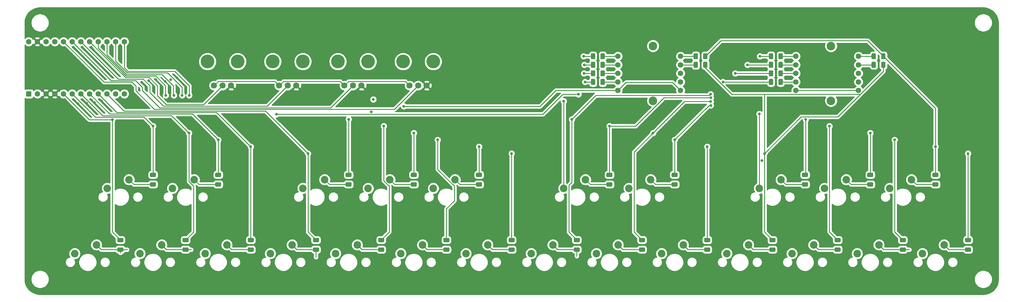
<source format=gtl>
G04 #@! TF.GenerationSoftware,KiCad,Pcbnew,(5.1.10)-1*
G04 #@! TF.CreationDate,2021-09-29T18:39:33-04:00*
G04 #@! TF.ProjectId,design,64657369-676e-42e6-9b69-6361645f7063,rev?*
G04 #@! TF.SameCoordinates,Original*
G04 #@! TF.FileFunction,Copper,L1,Top*
G04 #@! TF.FilePolarity,Positive*
%FSLAX46Y46*%
G04 Gerber Fmt 4.6, Leading zero omitted, Abs format (unit mm)*
G04 Created by KiCad (PCBNEW (5.1.10)-1) date 2021-09-29 18:39:33*
%MOMM*%
%LPD*%
G01*
G04 APERTURE LIST*
G04 #@! TA.AperFunction,ComponentPad*
%ADD10C,2.200000*%
G04 #@! TD*
G04 #@! TA.AperFunction,WasherPad*
%ADD11C,2.500000*%
G04 #@! TD*
G04 #@! TA.AperFunction,ComponentPad*
%ADD12C,1.600000*%
G04 #@! TD*
G04 #@! TA.AperFunction,ComponentPad*
%ADD13R,1.600000X1.600000*%
G04 #@! TD*
G04 #@! TA.AperFunction,WasherPad*
%ADD14C,4.000000*%
G04 #@! TD*
G04 #@! TA.AperFunction,ComponentPad*
%ADD15C,1.800000*%
G04 #@! TD*
G04 #@! TA.AperFunction,ViaPad*
%ADD16C,0.800000*%
G04 #@! TD*
G04 #@! TA.AperFunction,Conductor*
%ADD17C,0.250000*%
G04 #@! TD*
G04 #@! TA.AperFunction,Conductor*
%ADD18C,0.254000*%
G04 #@! TD*
G04 #@! TA.AperFunction,Conductor*
%ADD19C,0.100000*%
G04 #@! TD*
G04 APERTURE END LIST*
G04 #@! TA.AperFunction,SMDPad,CuDef*
G36*
G01*
X235575000Y-95845000D02*
X234325000Y-95845000D01*
G75*
G02*
X234075000Y-95595000I0J250000D01*
G01*
X234075000Y-94845000D01*
G75*
G02*
X234325000Y-94595000I250000J0D01*
G01*
X235575000Y-94595000D01*
G75*
G02*
X235825000Y-94845000I0J-250000D01*
G01*
X235825000Y-95595000D01*
G75*
G02*
X235575000Y-95845000I-250000J0D01*
G01*
G37*
G04 #@! TD.AperFunction*
G04 #@! TA.AperFunction,SMDPad,CuDef*
G36*
G01*
X235575000Y-98645000D02*
X234325000Y-98645000D01*
G75*
G02*
X234075000Y-98395000I0J250000D01*
G01*
X234075000Y-97645000D01*
G75*
G02*
X234325000Y-97395000I250000J0D01*
G01*
X235575000Y-97395000D01*
G75*
G02*
X235825000Y-97645000I0J-250000D01*
G01*
X235825000Y-98395000D01*
G75*
G02*
X235575000Y-98645000I-250000J0D01*
G01*
G37*
G04 #@! TD.AperFunction*
D10*
X40625000Y-118210000D03*
X46975000Y-115670000D03*
X126350000Y-99160000D03*
X132700000Y-96620000D03*
X116825000Y-118210000D03*
X123175000Y-115670000D03*
G04 #@! TA.AperFunction,SMDPad,CuDef*
G36*
G01*
X111750000Y-114895000D02*
X110500000Y-114895000D01*
G75*
G02*
X110250000Y-114645000I0J250000D01*
G01*
X110250000Y-113895000D01*
G75*
G02*
X110500000Y-113645000I250000J0D01*
G01*
X111750000Y-113645000D01*
G75*
G02*
X112000000Y-113895000I0J-250000D01*
G01*
X112000000Y-114645000D01*
G75*
G02*
X111750000Y-114895000I-250000J0D01*
G01*
G37*
G04 #@! TD.AperFunction*
G04 #@! TA.AperFunction,SMDPad,CuDef*
G36*
G01*
X111750000Y-117695000D02*
X110500000Y-117695000D01*
G75*
G02*
X110250000Y-117445000I0J250000D01*
G01*
X110250000Y-116695000D01*
G75*
G02*
X110500000Y-116445000I250000J0D01*
G01*
X111750000Y-116445000D01*
G75*
G02*
X112000000Y-116695000I0J-250000D01*
G01*
X112000000Y-117445000D01*
G75*
G02*
X111750000Y-117695000I-250000J0D01*
G01*
G37*
G04 #@! TD.AperFunction*
G04 #@! TA.AperFunction,SMDPad,CuDef*
G36*
G01*
X207000000Y-114895000D02*
X205750000Y-114895000D01*
G75*
G02*
X205500000Y-114645000I0J250000D01*
G01*
X205500000Y-113895000D01*
G75*
G02*
X205750000Y-113645000I250000J0D01*
G01*
X207000000Y-113645000D01*
G75*
G02*
X207250000Y-113895000I0J-250000D01*
G01*
X207250000Y-114645000D01*
G75*
G02*
X207000000Y-114895000I-250000J0D01*
G01*
G37*
G04 #@! TD.AperFunction*
G04 #@! TA.AperFunction,SMDPad,CuDef*
G36*
G01*
X207000000Y-117695000D02*
X205750000Y-117695000D01*
G75*
G02*
X205500000Y-117445000I0J250000D01*
G01*
X205500000Y-116695000D01*
G75*
G02*
X205750000Y-116445000I250000J0D01*
G01*
X207000000Y-116445000D01*
G75*
G02*
X207250000Y-116695000I0J-250000D01*
G01*
X207250000Y-117445000D01*
G75*
G02*
X207000000Y-117695000I-250000J0D01*
G01*
G37*
G04 #@! TD.AperFunction*
X173975000Y-118210000D03*
X180325000Y-115670000D03*
X50150000Y-99160000D03*
X56500000Y-96620000D03*
X212075000Y-118210000D03*
X218425000Y-115670000D03*
X237475000Y-115670000D03*
X231125000Y-118210000D03*
X193025000Y-118210000D03*
X199375000Y-115670000D03*
X135875000Y-118210000D03*
X142225000Y-115670000D03*
X107300000Y-99160000D03*
X113650000Y-96620000D03*
X88250000Y-99160000D03*
X94600000Y-96620000D03*
G04 #@! TA.AperFunction,SMDPad,CuDef*
G36*
G01*
X205200000Y-61210000D02*
X205200000Y-59960000D01*
G75*
G02*
X205450000Y-59710000I250000J0D01*
G01*
X206200000Y-59710000D01*
G75*
G02*
X206450000Y-59960000I0J-250000D01*
G01*
X206450000Y-61210000D01*
G75*
G02*
X206200000Y-61460000I-250000J0D01*
G01*
X205450000Y-61460000D01*
G75*
G02*
X205200000Y-61210000I0J250000D01*
G01*
G37*
G04 #@! TD.AperFunction*
G04 #@! TA.AperFunction,SMDPad,CuDef*
G36*
G01*
X202400000Y-61210000D02*
X202400000Y-59960000D01*
G75*
G02*
X202650000Y-59710000I250000J0D01*
G01*
X203400000Y-59710000D01*
G75*
G02*
X203650000Y-59960000I0J-250000D01*
G01*
X203650000Y-61210000D01*
G75*
G02*
X203400000Y-61460000I-250000J0D01*
G01*
X202650000Y-61460000D01*
G75*
G02*
X202400000Y-61210000I0J250000D01*
G01*
G37*
G04 #@! TD.AperFunction*
G04 #@! TA.AperFunction,SMDPad,CuDef*
G36*
G01*
X205200000Y-63710000D02*
X205200000Y-62460000D01*
G75*
G02*
X205450000Y-62210000I250000J0D01*
G01*
X206200000Y-62210000D01*
G75*
G02*
X206450000Y-62460000I0J-250000D01*
G01*
X206450000Y-63710000D01*
G75*
G02*
X206200000Y-63960000I-250000J0D01*
G01*
X205450000Y-63960000D01*
G75*
G02*
X205200000Y-63710000I0J250000D01*
G01*
G37*
G04 #@! TD.AperFunction*
G04 #@! TA.AperFunction,SMDPad,CuDef*
G36*
G01*
X202400000Y-63710000D02*
X202400000Y-62460000D01*
G75*
G02*
X202650000Y-62210000I250000J0D01*
G01*
X203400000Y-62210000D01*
G75*
G02*
X203650000Y-62460000I0J-250000D01*
G01*
X203650000Y-63710000D01*
G75*
G02*
X203400000Y-63960000I-250000J0D01*
G01*
X202650000Y-63960000D01*
G75*
G02*
X202400000Y-63710000I0J250000D01*
G01*
G37*
G04 #@! TD.AperFunction*
D11*
X190525000Y-57585000D03*
X190525000Y-73585000D03*
D12*
X198575000Y-70585000D03*
X198575000Y-60585000D03*
X198575000Y-63085000D03*
X198575000Y-68085000D03*
X180275000Y-70585000D03*
X180275000Y-68085000D03*
X180275000Y-60585000D03*
X180275000Y-63085000D03*
X198575000Y-65585000D03*
X180275000Y-65585000D03*
D11*
X242525000Y-57585000D03*
X242525000Y-73585000D03*
D12*
X250575000Y-70585000D03*
X250575000Y-60585000D03*
X250575000Y-63085000D03*
X250575000Y-68085000D03*
X232275000Y-70585000D03*
X232275000Y-68085000D03*
X232275000Y-60585000D03*
X232275000Y-63085000D03*
X250575000Y-65585000D03*
X232275000Y-65585000D03*
D10*
X164450000Y-99160000D03*
X170800000Y-96620000D03*
X269225000Y-118210000D03*
X275575000Y-115670000D03*
X183500000Y-99160000D03*
X189850000Y-96620000D03*
G04 #@! TA.AperFunction,SMDPad,CuDef*
G36*
G01*
X64125000Y-95845000D02*
X62875000Y-95845000D01*
G75*
G02*
X62625000Y-95595000I0J250000D01*
G01*
X62625000Y-94845000D01*
G75*
G02*
X62875000Y-94595000I250000J0D01*
G01*
X64125000Y-94595000D01*
G75*
G02*
X64375000Y-94845000I0J-250000D01*
G01*
X64375000Y-95595000D01*
G75*
G02*
X64125000Y-95845000I-250000J0D01*
G01*
G37*
G04 #@! TD.AperFunction*
G04 #@! TA.AperFunction,SMDPad,CuDef*
G36*
G01*
X64125000Y-98645000D02*
X62875000Y-98645000D01*
G75*
G02*
X62625000Y-98395000I0J250000D01*
G01*
X62625000Y-97645000D01*
G75*
G02*
X62875000Y-97395000I250000J0D01*
G01*
X64125000Y-97395000D01*
G75*
G02*
X64375000Y-97645000I0J-250000D01*
G01*
X64375000Y-98395000D01*
G75*
G02*
X64125000Y-98645000I-250000J0D01*
G01*
G37*
G04 #@! TD.AperFunction*
X59675000Y-118210000D03*
X66025000Y-115670000D03*
G04 #@! TA.AperFunction,SMDPad,CuDef*
G36*
G01*
X45075000Y-95845000D02*
X43825000Y-95845000D01*
G75*
G02*
X43575000Y-95595000I0J250000D01*
G01*
X43575000Y-94845000D01*
G75*
G02*
X43825000Y-94595000I250000J0D01*
G01*
X45075000Y-94595000D01*
G75*
G02*
X45325000Y-94845000I0J-250000D01*
G01*
X45325000Y-95595000D01*
G75*
G02*
X45075000Y-95845000I-250000J0D01*
G01*
G37*
G04 #@! TD.AperFunction*
G04 #@! TA.AperFunction,SMDPad,CuDef*
G36*
G01*
X45075000Y-98645000D02*
X43825000Y-98645000D01*
G75*
G02*
X43575000Y-98395000I0J250000D01*
G01*
X43575000Y-97645000D01*
G75*
G02*
X43825000Y-97395000I250000J0D01*
G01*
X45075000Y-97395000D01*
G75*
G02*
X45325000Y-97645000I0J-250000D01*
G01*
X45325000Y-98395000D01*
G75*
G02*
X45075000Y-98645000I-250000J0D01*
G01*
G37*
G04 #@! TD.AperFunction*
G04 #@! TA.AperFunction,SMDPad,CuDef*
G36*
G01*
X283200000Y-114895000D02*
X281950000Y-114895000D01*
G75*
G02*
X281700000Y-114645000I0J250000D01*
G01*
X281700000Y-113895000D01*
G75*
G02*
X281950000Y-113645000I250000J0D01*
G01*
X283200000Y-113645000D01*
G75*
G02*
X283450000Y-113895000I0J-250000D01*
G01*
X283450000Y-114645000D01*
G75*
G02*
X283200000Y-114895000I-250000J0D01*
G01*
G37*
G04 #@! TD.AperFunction*
G04 #@! TA.AperFunction,SMDPad,CuDef*
G36*
G01*
X283200000Y-117695000D02*
X281950000Y-117695000D01*
G75*
G02*
X281700000Y-117445000I0J250000D01*
G01*
X281700000Y-116695000D01*
G75*
G02*
X281950000Y-116445000I250000J0D01*
G01*
X283200000Y-116445000D01*
G75*
G02*
X283450000Y-116695000I0J-250000D01*
G01*
X283450000Y-117445000D01*
G75*
G02*
X283200000Y-117695000I-250000J0D01*
G01*
G37*
G04 #@! TD.AperFunction*
G04 #@! TA.AperFunction,SMDPad,CuDef*
G36*
G01*
X226050000Y-114895000D02*
X224800000Y-114895000D01*
G75*
G02*
X224550000Y-114645000I0J250000D01*
G01*
X224550000Y-113895000D01*
G75*
G02*
X224800000Y-113645000I250000J0D01*
G01*
X226050000Y-113645000D01*
G75*
G02*
X226300000Y-113895000I0J-250000D01*
G01*
X226300000Y-114645000D01*
G75*
G02*
X226050000Y-114895000I-250000J0D01*
G01*
G37*
G04 #@! TD.AperFunction*
G04 #@! TA.AperFunction,SMDPad,CuDef*
G36*
G01*
X226050000Y-117695000D02*
X224800000Y-117695000D01*
G75*
G02*
X224550000Y-117445000I0J250000D01*
G01*
X224550000Y-116695000D01*
G75*
G02*
X224800000Y-116445000I250000J0D01*
G01*
X226050000Y-116445000D01*
G75*
G02*
X226300000Y-116695000I0J-250000D01*
G01*
X226300000Y-117445000D01*
G75*
G02*
X226050000Y-117695000I-250000J0D01*
G01*
G37*
G04 #@! TD.AperFunction*
G04 #@! TA.AperFunction,SMDPad,CuDef*
G36*
G01*
X149850000Y-114895000D02*
X148600000Y-114895000D01*
G75*
G02*
X148350000Y-114645000I0J250000D01*
G01*
X148350000Y-113895000D01*
G75*
G02*
X148600000Y-113645000I250000J0D01*
G01*
X149850000Y-113645000D01*
G75*
G02*
X150100000Y-113895000I0J-250000D01*
G01*
X150100000Y-114645000D01*
G75*
G02*
X149850000Y-114895000I-250000J0D01*
G01*
G37*
G04 #@! TD.AperFunction*
G04 #@! TA.AperFunction,SMDPad,CuDef*
G36*
G01*
X149850000Y-117695000D02*
X148600000Y-117695000D01*
G75*
G02*
X148350000Y-117445000I0J250000D01*
G01*
X148350000Y-116695000D01*
G75*
G02*
X148600000Y-116445000I250000J0D01*
G01*
X149850000Y-116445000D01*
G75*
G02*
X150100000Y-116695000I0J-250000D01*
G01*
X150100000Y-117445000D01*
G75*
G02*
X149850000Y-117695000I-250000J0D01*
G01*
G37*
G04 #@! TD.AperFunction*
G04 #@! TA.AperFunction,SMDPad,CuDef*
G36*
G01*
X92700000Y-114895000D02*
X91450000Y-114895000D01*
G75*
G02*
X91200000Y-114645000I0J250000D01*
G01*
X91200000Y-113895000D01*
G75*
G02*
X91450000Y-113645000I250000J0D01*
G01*
X92700000Y-113645000D01*
G75*
G02*
X92950000Y-113895000I0J-250000D01*
G01*
X92950000Y-114645000D01*
G75*
G02*
X92700000Y-114895000I-250000J0D01*
G01*
G37*
G04 #@! TD.AperFunction*
G04 #@! TA.AperFunction,SMDPad,CuDef*
G36*
G01*
X92700000Y-117695000D02*
X91450000Y-117695000D01*
G75*
G02*
X91200000Y-117445000I0J250000D01*
G01*
X91200000Y-116695000D01*
G75*
G02*
X91450000Y-116445000I250000J0D01*
G01*
X92700000Y-116445000D01*
G75*
G02*
X92950000Y-116695000I0J-250000D01*
G01*
X92950000Y-117445000D01*
G75*
G02*
X92700000Y-117695000I-250000J0D01*
G01*
G37*
G04 #@! TD.AperFunction*
G04 #@! TA.AperFunction,SMDPad,CuDef*
G36*
G01*
X273675000Y-95845000D02*
X272425000Y-95845000D01*
G75*
G02*
X272175000Y-95595000I0J250000D01*
G01*
X272175000Y-94845000D01*
G75*
G02*
X272425000Y-94595000I250000J0D01*
G01*
X273675000Y-94595000D01*
G75*
G02*
X273925000Y-94845000I0J-250000D01*
G01*
X273925000Y-95595000D01*
G75*
G02*
X273675000Y-95845000I-250000J0D01*
G01*
G37*
G04 #@! TD.AperFunction*
G04 #@! TA.AperFunction,SMDPad,CuDef*
G36*
G01*
X273675000Y-98645000D02*
X272425000Y-98645000D01*
G75*
G02*
X272175000Y-98395000I0J250000D01*
G01*
X272175000Y-97645000D01*
G75*
G02*
X272425000Y-97395000I250000J0D01*
G01*
X273675000Y-97395000D01*
G75*
G02*
X273925000Y-97645000I0J-250000D01*
G01*
X273925000Y-98395000D01*
G75*
G02*
X273675000Y-98645000I-250000J0D01*
G01*
G37*
G04 #@! TD.AperFunction*
G04 #@! TA.AperFunction,SMDPad,CuDef*
G36*
G01*
X140325000Y-95845000D02*
X139075000Y-95845000D01*
G75*
G02*
X138825000Y-95595000I0J250000D01*
G01*
X138825000Y-94845000D01*
G75*
G02*
X139075000Y-94595000I250000J0D01*
G01*
X140325000Y-94595000D01*
G75*
G02*
X140575000Y-94845000I0J-250000D01*
G01*
X140575000Y-95595000D01*
G75*
G02*
X140325000Y-95845000I-250000J0D01*
G01*
G37*
G04 #@! TD.AperFunction*
G04 #@! TA.AperFunction,SMDPad,CuDef*
G36*
G01*
X140325000Y-98645000D02*
X139075000Y-98645000D01*
G75*
G02*
X138825000Y-98395000I0J250000D01*
G01*
X138825000Y-97645000D01*
G75*
G02*
X139075000Y-97395000I250000J0D01*
G01*
X140325000Y-97395000D01*
G75*
G02*
X140575000Y-97645000I0J-250000D01*
G01*
X140575000Y-98395000D01*
G75*
G02*
X140325000Y-98645000I-250000J0D01*
G01*
G37*
G04 #@! TD.AperFunction*
G04 #@! TA.AperFunction,SMDPad,CuDef*
G36*
G01*
X73650000Y-114895000D02*
X72400000Y-114895000D01*
G75*
G02*
X72150000Y-114645000I0J250000D01*
G01*
X72150000Y-113895000D01*
G75*
G02*
X72400000Y-113645000I250000J0D01*
G01*
X73650000Y-113645000D01*
G75*
G02*
X73900000Y-113895000I0J-250000D01*
G01*
X73900000Y-114645000D01*
G75*
G02*
X73650000Y-114895000I-250000J0D01*
G01*
G37*
G04 #@! TD.AperFunction*
G04 #@! TA.AperFunction,SMDPad,CuDef*
G36*
G01*
X73650000Y-117695000D02*
X72400000Y-117695000D01*
G75*
G02*
X72150000Y-117445000I0J250000D01*
G01*
X72150000Y-116695000D01*
G75*
G02*
X72400000Y-116445000I250000J0D01*
G01*
X73650000Y-116445000D01*
G75*
G02*
X73900000Y-116695000I0J-250000D01*
G01*
X73900000Y-117445000D01*
G75*
G02*
X73650000Y-117695000I-250000J0D01*
G01*
G37*
G04 #@! TD.AperFunction*
G04 #@! TA.AperFunction,SMDPad,CuDef*
G36*
G01*
X264150000Y-114895000D02*
X262900000Y-114895000D01*
G75*
G02*
X262650000Y-114645000I0J250000D01*
G01*
X262650000Y-113895000D01*
G75*
G02*
X262900000Y-113645000I250000J0D01*
G01*
X264150000Y-113645000D01*
G75*
G02*
X264400000Y-113895000I0J-250000D01*
G01*
X264400000Y-114645000D01*
G75*
G02*
X264150000Y-114895000I-250000J0D01*
G01*
G37*
G04 #@! TD.AperFunction*
G04 #@! TA.AperFunction,SMDPad,CuDef*
G36*
G01*
X264150000Y-117695000D02*
X262900000Y-117695000D01*
G75*
G02*
X262650000Y-117445000I0J250000D01*
G01*
X262650000Y-116695000D01*
G75*
G02*
X262900000Y-116445000I250000J0D01*
G01*
X264150000Y-116445000D01*
G75*
G02*
X264400000Y-116695000I0J-250000D01*
G01*
X264400000Y-117445000D01*
G75*
G02*
X264150000Y-117695000I-250000J0D01*
G01*
G37*
G04 #@! TD.AperFunction*
G04 #@! TA.AperFunction,SMDPad,CuDef*
G36*
G01*
X197475000Y-95845000D02*
X196225000Y-95845000D01*
G75*
G02*
X195975000Y-95595000I0J250000D01*
G01*
X195975000Y-94845000D01*
G75*
G02*
X196225000Y-94595000I250000J0D01*
G01*
X197475000Y-94595000D01*
G75*
G02*
X197725000Y-94845000I0J-250000D01*
G01*
X197725000Y-95595000D01*
G75*
G02*
X197475000Y-95845000I-250000J0D01*
G01*
G37*
G04 #@! TD.AperFunction*
G04 #@! TA.AperFunction,SMDPad,CuDef*
G36*
G01*
X197475000Y-98645000D02*
X196225000Y-98645000D01*
G75*
G02*
X195975000Y-98395000I0J250000D01*
G01*
X195975000Y-97645000D01*
G75*
G02*
X196225000Y-97395000I250000J0D01*
G01*
X197475000Y-97395000D01*
G75*
G02*
X197725000Y-97645000I0J-250000D01*
G01*
X197725000Y-98395000D01*
G75*
G02*
X197475000Y-98645000I-250000J0D01*
G01*
G37*
G04 #@! TD.AperFunction*
G04 #@! TA.AperFunction,SMDPad,CuDef*
G36*
G01*
X130800000Y-114895000D02*
X129550000Y-114895000D01*
G75*
G02*
X129300000Y-114645000I0J250000D01*
G01*
X129300000Y-113895000D01*
G75*
G02*
X129550000Y-113645000I250000J0D01*
G01*
X130800000Y-113645000D01*
G75*
G02*
X131050000Y-113895000I0J-250000D01*
G01*
X131050000Y-114645000D01*
G75*
G02*
X130800000Y-114895000I-250000J0D01*
G01*
G37*
G04 #@! TD.AperFunction*
G04 #@! TA.AperFunction,SMDPad,CuDef*
G36*
G01*
X130800000Y-117695000D02*
X129550000Y-117695000D01*
G75*
G02*
X129300000Y-117445000I0J250000D01*
G01*
X129300000Y-116695000D01*
G75*
G02*
X129550000Y-116445000I250000J0D01*
G01*
X130800000Y-116445000D01*
G75*
G02*
X131050000Y-116695000I0J-250000D01*
G01*
X131050000Y-117445000D01*
G75*
G02*
X130800000Y-117695000I-250000J0D01*
G01*
G37*
G04 #@! TD.AperFunction*
G04 #@! TA.AperFunction,SMDPad,CuDef*
G36*
G01*
X254625000Y-95845000D02*
X253375000Y-95845000D01*
G75*
G02*
X253125000Y-95595000I0J250000D01*
G01*
X253125000Y-94845000D01*
G75*
G02*
X253375000Y-94595000I250000J0D01*
G01*
X254625000Y-94595000D01*
G75*
G02*
X254875000Y-94845000I0J-250000D01*
G01*
X254875000Y-95595000D01*
G75*
G02*
X254625000Y-95845000I-250000J0D01*
G01*
G37*
G04 #@! TD.AperFunction*
G04 #@! TA.AperFunction,SMDPad,CuDef*
G36*
G01*
X254625000Y-98645000D02*
X253375000Y-98645000D01*
G75*
G02*
X253125000Y-98395000I0J250000D01*
G01*
X253125000Y-97645000D01*
G75*
G02*
X253375000Y-97395000I250000J0D01*
G01*
X254625000Y-97395000D01*
G75*
G02*
X254875000Y-97645000I0J-250000D01*
G01*
X254875000Y-98395000D01*
G75*
G02*
X254625000Y-98645000I-250000J0D01*
G01*
G37*
G04 #@! TD.AperFunction*
G04 #@! TA.AperFunction,SMDPad,CuDef*
G36*
G01*
X187950000Y-114895000D02*
X186700000Y-114895000D01*
G75*
G02*
X186450000Y-114645000I0J250000D01*
G01*
X186450000Y-113895000D01*
G75*
G02*
X186700000Y-113645000I250000J0D01*
G01*
X187950000Y-113645000D01*
G75*
G02*
X188200000Y-113895000I0J-250000D01*
G01*
X188200000Y-114645000D01*
G75*
G02*
X187950000Y-114895000I-250000J0D01*
G01*
G37*
G04 #@! TD.AperFunction*
G04 #@! TA.AperFunction,SMDPad,CuDef*
G36*
G01*
X187950000Y-117695000D02*
X186700000Y-117695000D01*
G75*
G02*
X186450000Y-117445000I0J250000D01*
G01*
X186450000Y-116695000D01*
G75*
G02*
X186700000Y-116445000I250000J0D01*
G01*
X187950000Y-116445000D01*
G75*
G02*
X188200000Y-116695000I0J-250000D01*
G01*
X188200000Y-117445000D01*
G75*
G02*
X187950000Y-117695000I-250000J0D01*
G01*
G37*
G04 #@! TD.AperFunction*
G04 #@! TA.AperFunction,SMDPad,CuDef*
G36*
G01*
X121275000Y-95845000D02*
X120025000Y-95845000D01*
G75*
G02*
X119775000Y-95595000I0J250000D01*
G01*
X119775000Y-94845000D01*
G75*
G02*
X120025000Y-94595000I250000J0D01*
G01*
X121275000Y-94595000D01*
G75*
G02*
X121525000Y-94845000I0J-250000D01*
G01*
X121525000Y-95595000D01*
G75*
G02*
X121275000Y-95845000I-250000J0D01*
G01*
G37*
G04 #@! TD.AperFunction*
G04 #@! TA.AperFunction,SMDPad,CuDef*
G36*
G01*
X121275000Y-98645000D02*
X120025000Y-98645000D01*
G75*
G02*
X119775000Y-98395000I0J250000D01*
G01*
X119775000Y-97645000D01*
G75*
G02*
X120025000Y-97395000I250000J0D01*
G01*
X121275000Y-97395000D01*
G75*
G02*
X121525000Y-97645000I0J-250000D01*
G01*
X121525000Y-98395000D01*
G75*
G02*
X121275000Y-98645000I-250000J0D01*
G01*
G37*
G04 #@! TD.AperFunction*
G04 #@! TA.AperFunction,SMDPad,CuDef*
G36*
G01*
X54600000Y-114895000D02*
X53350000Y-114895000D01*
G75*
G02*
X53100000Y-114645000I0J250000D01*
G01*
X53100000Y-113895000D01*
G75*
G02*
X53350000Y-113645000I250000J0D01*
G01*
X54600000Y-113645000D01*
G75*
G02*
X54850000Y-113895000I0J-250000D01*
G01*
X54850000Y-114645000D01*
G75*
G02*
X54600000Y-114895000I-250000J0D01*
G01*
G37*
G04 #@! TD.AperFunction*
G04 #@! TA.AperFunction,SMDPad,CuDef*
G36*
G01*
X54600000Y-117695000D02*
X53350000Y-117695000D01*
G75*
G02*
X53100000Y-117445000I0J250000D01*
G01*
X53100000Y-116695000D01*
G75*
G02*
X53350000Y-116445000I250000J0D01*
G01*
X54600000Y-116445000D01*
G75*
G02*
X54850000Y-116695000I0J-250000D01*
G01*
X54850000Y-117445000D01*
G75*
G02*
X54600000Y-117695000I-250000J0D01*
G01*
G37*
G04 #@! TD.AperFunction*
G04 #@! TA.AperFunction,SMDPad,CuDef*
G36*
G01*
X245100000Y-114895000D02*
X243850000Y-114895000D01*
G75*
G02*
X243600000Y-114645000I0J250000D01*
G01*
X243600000Y-113895000D01*
G75*
G02*
X243850000Y-113645000I250000J0D01*
G01*
X245100000Y-113645000D01*
G75*
G02*
X245350000Y-113895000I0J-250000D01*
G01*
X245350000Y-114645000D01*
G75*
G02*
X245100000Y-114895000I-250000J0D01*
G01*
G37*
G04 #@! TD.AperFunction*
G04 #@! TA.AperFunction,SMDPad,CuDef*
G36*
G01*
X245100000Y-117695000D02*
X243850000Y-117695000D01*
G75*
G02*
X243600000Y-117445000I0J250000D01*
G01*
X243600000Y-116695000D01*
G75*
G02*
X243850000Y-116445000I250000J0D01*
G01*
X245100000Y-116445000D01*
G75*
G02*
X245350000Y-116695000I0J-250000D01*
G01*
X245350000Y-117445000D01*
G75*
G02*
X245100000Y-117695000I-250000J0D01*
G01*
G37*
G04 #@! TD.AperFunction*
G04 #@! TA.AperFunction,SMDPad,CuDef*
G36*
G01*
X178425000Y-95845000D02*
X177175000Y-95845000D01*
G75*
G02*
X176925000Y-95595000I0J250000D01*
G01*
X176925000Y-94845000D01*
G75*
G02*
X177175000Y-94595000I250000J0D01*
G01*
X178425000Y-94595000D01*
G75*
G02*
X178675000Y-94845000I0J-250000D01*
G01*
X178675000Y-95595000D01*
G75*
G02*
X178425000Y-95845000I-250000J0D01*
G01*
G37*
G04 #@! TD.AperFunction*
G04 #@! TA.AperFunction,SMDPad,CuDef*
G36*
G01*
X178425000Y-98645000D02*
X177175000Y-98645000D01*
G75*
G02*
X176925000Y-98395000I0J250000D01*
G01*
X176925000Y-97645000D01*
G75*
G02*
X177175000Y-97395000I250000J0D01*
G01*
X178425000Y-97395000D01*
G75*
G02*
X178675000Y-97645000I0J-250000D01*
G01*
X178675000Y-98395000D01*
G75*
G02*
X178425000Y-98645000I-250000J0D01*
G01*
G37*
G04 #@! TD.AperFunction*
G04 #@! TA.AperFunction,SMDPad,CuDef*
G36*
G01*
X168900000Y-114895000D02*
X167650000Y-114895000D01*
G75*
G02*
X167400000Y-114645000I0J250000D01*
G01*
X167400000Y-113895000D01*
G75*
G02*
X167650000Y-113645000I250000J0D01*
G01*
X168900000Y-113645000D01*
G75*
G02*
X169150000Y-113895000I0J-250000D01*
G01*
X169150000Y-114645000D01*
G75*
G02*
X168900000Y-114895000I-250000J0D01*
G01*
G37*
G04 #@! TD.AperFunction*
G04 #@! TA.AperFunction,SMDPad,CuDef*
G36*
G01*
X168900000Y-117695000D02*
X167650000Y-117695000D01*
G75*
G02*
X167400000Y-117445000I0J250000D01*
G01*
X167400000Y-116695000D01*
G75*
G02*
X167650000Y-116445000I250000J0D01*
G01*
X168900000Y-116445000D01*
G75*
G02*
X169150000Y-116695000I0J-250000D01*
G01*
X169150000Y-117445000D01*
G75*
G02*
X168900000Y-117695000I-250000J0D01*
G01*
G37*
G04 #@! TD.AperFunction*
G04 #@! TA.AperFunction,SMDPad,CuDef*
G36*
G01*
X102225000Y-95845000D02*
X100975000Y-95845000D01*
G75*
G02*
X100725000Y-95595000I0J250000D01*
G01*
X100725000Y-94845000D01*
G75*
G02*
X100975000Y-94595000I250000J0D01*
G01*
X102225000Y-94595000D01*
G75*
G02*
X102475000Y-94845000I0J-250000D01*
G01*
X102475000Y-95595000D01*
G75*
G02*
X102225000Y-95845000I-250000J0D01*
G01*
G37*
G04 #@! TD.AperFunction*
G04 #@! TA.AperFunction,SMDPad,CuDef*
G36*
G01*
X102225000Y-98645000D02*
X100975000Y-98645000D01*
G75*
G02*
X100725000Y-98395000I0J250000D01*
G01*
X100725000Y-97645000D01*
G75*
G02*
X100975000Y-97395000I250000J0D01*
G01*
X102225000Y-97395000D01*
G75*
G02*
X102475000Y-97645000I0J-250000D01*
G01*
X102475000Y-98395000D01*
G75*
G02*
X102225000Y-98645000I-250000J0D01*
G01*
G37*
G04 #@! TD.AperFunction*
G04 #@! TA.AperFunction,SMDPad,CuDef*
G36*
G01*
X35550000Y-114895000D02*
X34300000Y-114895000D01*
G75*
G02*
X34050000Y-114645000I0J250000D01*
G01*
X34050000Y-113895000D01*
G75*
G02*
X34300000Y-113645000I250000J0D01*
G01*
X35550000Y-113645000D01*
G75*
G02*
X35800000Y-113895000I0J-250000D01*
G01*
X35800000Y-114645000D01*
G75*
G02*
X35550000Y-114895000I-250000J0D01*
G01*
G37*
G04 #@! TD.AperFunction*
G04 #@! TA.AperFunction,SMDPad,CuDef*
G36*
G01*
X35550000Y-117695000D02*
X34300000Y-117695000D01*
G75*
G02*
X34050000Y-117445000I0J250000D01*
G01*
X34050000Y-116695000D01*
G75*
G02*
X34300000Y-116445000I250000J0D01*
G01*
X35550000Y-116445000D01*
G75*
G02*
X35800000Y-116695000I0J-250000D01*
G01*
X35800000Y-117445000D01*
G75*
G02*
X35550000Y-117695000I-250000J0D01*
G01*
G37*
G04 #@! TD.AperFunction*
G04 #@! TA.AperFunction,SMDPad,CuDef*
G36*
G01*
X173650000Y-59960000D02*
X173650000Y-61210000D01*
G75*
G02*
X173400000Y-61460000I-250000J0D01*
G01*
X172650000Y-61460000D01*
G75*
G02*
X172400000Y-61210000I0J250000D01*
G01*
X172400000Y-59960000D01*
G75*
G02*
X172650000Y-59710000I250000J0D01*
G01*
X173400000Y-59710000D01*
G75*
G02*
X173650000Y-59960000I0J-250000D01*
G01*
G37*
G04 #@! TD.AperFunction*
G04 #@! TA.AperFunction,SMDPad,CuDef*
G36*
G01*
X176450000Y-59960000D02*
X176450000Y-61210000D01*
G75*
G02*
X176200000Y-61460000I-250000J0D01*
G01*
X175450000Y-61460000D01*
G75*
G02*
X175200000Y-61210000I0J250000D01*
G01*
X175200000Y-59960000D01*
G75*
G02*
X175450000Y-59710000I250000J0D01*
G01*
X176200000Y-59710000D01*
G75*
G02*
X176450000Y-59960000I0J-250000D01*
G01*
G37*
G04 #@! TD.AperFunction*
G04 #@! TA.AperFunction,SMDPad,CuDef*
G36*
G01*
X257200000Y-63710000D02*
X257200000Y-62460000D01*
G75*
G02*
X257450000Y-62210000I250000J0D01*
G01*
X258200000Y-62210000D01*
G75*
G02*
X258450000Y-62460000I0J-250000D01*
G01*
X258450000Y-63710000D01*
G75*
G02*
X258200000Y-63960000I-250000J0D01*
G01*
X257450000Y-63960000D01*
G75*
G02*
X257200000Y-63710000I0J250000D01*
G01*
G37*
G04 #@! TD.AperFunction*
G04 #@! TA.AperFunction,SMDPad,CuDef*
G36*
G01*
X254400000Y-63710000D02*
X254400000Y-62460000D01*
G75*
G02*
X254650000Y-62210000I250000J0D01*
G01*
X255400000Y-62210000D01*
G75*
G02*
X255650000Y-62460000I0J-250000D01*
G01*
X255650000Y-63710000D01*
G75*
G02*
X255400000Y-63960000I-250000J0D01*
G01*
X254650000Y-63960000D01*
G75*
G02*
X254400000Y-63710000I0J250000D01*
G01*
G37*
G04 #@! TD.AperFunction*
G04 #@! TA.AperFunction,SMDPad,CuDef*
G36*
G01*
X257200000Y-61210000D02*
X257200000Y-59960000D01*
G75*
G02*
X257450000Y-59710000I250000J0D01*
G01*
X258200000Y-59710000D01*
G75*
G02*
X258450000Y-59960000I0J-250000D01*
G01*
X258450000Y-61210000D01*
G75*
G02*
X258200000Y-61460000I-250000J0D01*
G01*
X257450000Y-61460000D01*
G75*
G02*
X257200000Y-61210000I0J250000D01*
G01*
G37*
G04 #@! TD.AperFunction*
G04 #@! TA.AperFunction,SMDPad,CuDef*
G36*
G01*
X254400000Y-61210000D02*
X254400000Y-59960000D01*
G75*
G02*
X254650000Y-59710000I250000J0D01*
G01*
X255400000Y-59710000D01*
G75*
G02*
X255650000Y-59960000I0J-250000D01*
G01*
X255650000Y-61210000D01*
G75*
G02*
X255400000Y-61460000I-250000J0D01*
G01*
X254650000Y-61460000D01*
G75*
G02*
X254400000Y-61210000I0J250000D01*
G01*
G37*
G04 #@! TD.AperFunction*
G04 #@! TA.AperFunction,SMDPad,CuDef*
G36*
G01*
X225650000Y-59960000D02*
X225650000Y-61210000D01*
G75*
G02*
X225400000Y-61460000I-250000J0D01*
G01*
X224650000Y-61460000D01*
G75*
G02*
X224400000Y-61210000I0J250000D01*
G01*
X224400000Y-59960000D01*
G75*
G02*
X224650000Y-59710000I250000J0D01*
G01*
X225400000Y-59710000D01*
G75*
G02*
X225650000Y-59960000I0J-250000D01*
G01*
G37*
G04 #@! TD.AperFunction*
G04 #@! TA.AperFunction,SMDPad,CuDef*
G36*
G01*
X228450000Y-59960000D02*
X228450000Y-61210000D01*
G75*
G02*
X228200000Y-61460000I-250000J0D01*
G01*
X227450000Y-61460000D01*
G75*
G02*
X227200000Y-61210000I0J250000D01*
G01*
X227200000Y-59960000D01*
G75*
G02*
X227450000Y-59710000I250000J0D01*
G01*
X228200000Y-59710000D01*
G75*
G02*
X228450000Y-59960000I0J-250000D01*
G01*
G37*
G04 #@! TD.AperFunction*
G04 #@! TA.AperFunction,SMDPad,CuDef*
G36*
G01*
X173650000Y-67460000D02*
X173650000Y-68710000D01*
G75*
G02*
X173400000Y-68960000I-250000J0D01*
G01*
X172650000Y-68960000D01*
G75*
G02*
X172400000Y-68710000I0J250000D01*
G01*
X172400000Y-67460000D01*
G75*
G02*
X172650000Y-67210000I250000J0D01*
G01*
X173400000Y-67210000D01*
G75*
G02*
X173650000Y-67460000I0J-250000D01*
G01*
G37*
G04 #@! TD.AperFunction*
G04 #@! TA.AperFunction,SMDPad,CuDef*
G36*
G01*
X176450000Y-67460000D02*
X176450000Y-68710000D01*
G75*
G02*
X176200000Y-68960000I-250000J0D01*
G01*
X175450000Y-68960000D01*
G75*
G02*
X175200000Y-68710000I0J250000D01*
G01*
X175200000Y-67460000D01*
G75*
G02*
X175450000Y-67210000I250000J0D01*
G01*
X176200000Y-67210000D01*
G75*
G02*
X176450000Y-67460000I0J-250000D01*
G01*
G37*
G04 #@! TD.AperFunction*
G04 #@! TA.AperFunction,SMDPad,CuDef*
G36*
G01*
X225650000Y-67460000D02*
X225650000Y-68710000D01*
G75*
G02*
X225400000Y-68960000I-250000J0D01*
G01*
X224650000Y-68960000D01*
G75*
G02*
X224400000Y-68710000I0J250000D01*
G01*
X224400000Y-67460000D01*
G75*
G02*
X224650000Y-67210000I250000J0D01*
G01*
X225400000Y-67210000D01*
G75*
G02*
X225650000Y-67460000I0J-250000D01*
G01*
G37*
G04 #@! TD.AperFunction*
G04 #@! TA.AperFunction,SMDPad,CuDef*
G36*
G01*
X228450000Y-67460000D02*
X228450000Y-68710000D01*
G75*
G02*
X228200000Y-68960000I-250000J0D01*
G01*
X227450000Y-68960000D01*
G75*
G02*
X227200000Y-68710000I0J250000D01*
G01*
X227200000Y-67460000D01*
G75*
G02*
X227450000Y-67210000I250000J0D01*
G01*
X228200000Y-67210000D01*
G75*
G02*
X228450000Y-67460000I0J-250000D01*
G01*
G37*
G04 #@! TD.AperFunction*
G04 #@! TA.AperFunction,SMDPad,CuDef*
G36*
G01*
X173650000Y-64960000D02*
X173650000Y-66210000D01*
G75*
G02*
X173400000Y-66460000I-250000J0D01*
G01*
X172650000Y-66460000D01*
G75*
G02*
X172400000Y-66210000I0J250000D01*
G01*
X172400000Y-64960000D01*
G75*
G02*
X172650000Y-64710000I250000J0D01*
G01*
X173400000Y-64710000D01*
G75*
G02*
X173650000Y-64960000I0J-250000D01*
G01*
G37*
G04 #@! TD.AperFunction*
G04 #@! TA.AperFunction,SMDPad,CuDef*
G36*
G01*
X176450000Y-64960000D02*
X176450000Y-66210000D01*
G75*
G02*
X176200000Y-66460000I-250000J0D01*
G01*
X175450000Y-66460000D01*
G75*
G02*
X175200000Y-66210000I0J250000D01*
G01*
X175200000Y-64960000D01*
G75*
G02*
X175450000Y-64710000I250000J0D01*
G01*
X176200000Y-64710000D01*
G75*
G02*
X176450000Y-64960000I0J-250000D01*
G01*
G37*
G04 #@! TD.AperFunction*
G04 #@! TA.AperFunction,SMDPad,CuDef*
G36*
G01*
X225650000Y-64960000D02*
X225650000Y-66210000D01*
G75*
G02*
X225400000Y-66460000I-250000J0D01*
G01*
X224650000Y-66460000D01*
G75*
G02*
X224400000Y-66210000I0J250000D01*
G01*
X224400000Y-64960000D01*
G75*
G02*
X224650000Y-64710000I250000J0D01*
G01*
X225400000Y-64710000D01*
G75*
G02*
X225650000Y-64960000I0J-250000D01*
G01*
G37*
G04 #@! TD.AperFunction*
G04 #@! TA.AperFunction,SMDPad,CuDef*
G36*
G01*
X228450000Y-64960000D02*
X228450000Y-66210000D01*
G75*
G02*
X228200000Y-66460000I-250000J0D01*
G01*
X227450000Y-66460000D01*
G75*
G02*
X227200000Y-66210000I0J250000D01*
G01*
X227200000Y-64960000D01*
G75*
G02*
X227450000Y-64710000I250000J0D01*
G01*
X228200000Y-64710000D01*
G75*
G02*
X228450000Y-64960000I0J-250000D01*
G01*
G37*
G04 #@! TD.AperFunction*
G04 #@! TA.AperFunction,SMDPad,CuDef*
G36*
G01*
X173650000Y-62460000D02*
X173650000Y-63710000D01*
G75*
G02*
X173400000Y-63960000I-250000J0D01*
G01*
X172650000Y-63960000D01*
G75*
G02*
X172400000Y-63710000I0J250000D01*
G01*
X172400000Y-62460000D01*
G75*
G02*
X172650000Y-62210000I250000J0D01*
G01*
X173400000Y-62210000D01*
G75*
G02*
X173650000Y-62460000I0J-250000D01*
G01*
G37*
G04 #@! TD.AperFunction*
G04 #@! TA.AperFunction,SMDPad,CuDef*
G36*
G01*
X176450000Y-62460000D02*
X176450000Y-63710000D01*
G75*
G02*
X176200000Y-63960000I-250000J0D01*
G01*
X175450000Y-63960000D01*
G75*
G02*
X175200000Y-63710000I0J250000D01*
G01*
X175200000Y-62460000D01*
G75*
G02*
X175450000Y-62210000I250000J0D01*
G01*
X176200000Y-62210000D01*
G75*
G02*
X176450000Y-62460000I0J-250000D01*
G01*
G37*
G04 #@! TD.AperFunction*
G04 #@! TA.AperFunction,SMDPad,CuDef*
G36*
G01*
X225650000Y-62460000D02*
X225650000Y-63710000D01*
G75*
G02*
X225400000Y-63960000I-250000J0D01*
G01*
X224650000Y-63960000D01*
G75*
G02*
X224400000Y-63710000I0J250000D01*
G01*
X224400000Y-62460000D01*
G75*
G02*
X224650000Y-62210000I250000J0D01*
G01*
X225400000Y-62210000D01*
G75*
G02*
X225650000Y-62460000I0J-250000D01*
G01*
G37*
G04 #@! TD.AperFunction*
G04 #@! TA.AperFunction,SMDPad,CuDef*
G36*
G01*
X228450000Y-62460000D02*
X228450000Y-63710000D01*
G75*
G02*
X228200000Y-63960000I-250000J0D01*
G01*
X227450000Y-63960000D01*
G75*
G02*
X227200000Y-63710000I0J250000D01*
G01*
X227200000Y-62460000D01*
G75*
G02*
X227450000Y-62210000I250000J0D01*
G01*
X228200000Y-62210000D01*
G75*
G02*
X228450000Y-62460000I0J-250000D01*
G01*
G37*
G04 #@! TD.AperFunction*
X154925000Y-118210000D03*
X161275000Y-115670000D03*
X221600000Y-99160000D03*
X227950000Y-96620000D03*
D12*
X8135000Y-56310000D03*
X10675000Y-56310000D03*
X13215000Y-56310000D03*
X15755000Y-56310000D03*
X18295000Y-56310000D03*
X20835000Y-56310000D03*
X23375000Y-56310000D03*
X25915000Y-56310000D03*
X28455000Y-56310000D03*
X30995000Y-56310000D03*
X33535000Y-56310000D03*
X36075000Y-56310000D03*
X36075000Y-71550000D03*
X33535000Y-71550000D03*
X30995000Y-71550000D03*
X28455000Y-71550000D03*
X25915000Y-71550000D03*
X23375000Y-71550000D03*
X20835000Y-71550000D03*
X18295000Y-71550000D03*
X15755000Y-71550000D03*
X13215000Y-71550000D03*
X10675000Y-71550000D03*
D13*
X8135000Y-71550000D03*
D10*
X78725000Y-118210000D03*
X85075000Y-115670000D03*
X259700000Y-99160000D03*
X266050000Y-96620000D03*
X250175000Y-118210000D03*
X256525000Y-115670000D03*
X240650000Y-99160000D03*
X247000000Y-96620000D03*
X97775000Y-118210000D03*
X104125000Y-115670000D03*
X31100000Y-99160000D03*
X37450000Y-96620000D03*
X21575000Y-118210000D03*
X27925000Y-115670000D03*
D14*
X126324999Y-62135001D03*
X117524999Y-62135001D03*
D15*
X124424999Y-69135001D03*
X121924999Y-69135001D03*
X119424999Y-69135001D03*
D14*
X107274999Y-62135001D03*
X98474999Y-62135001D03*
D15*
X105374999Y-69135001D03*
X102874999Y-69135001D03*
X100374999Y-69135001D03*
D14*
X88224999Y-62135001D03*
X79424999Y-62135001D03*
D15*
X86324999Y-69135001D03*
X83824999Y-69135001D03*
X81324999Y-69135001D03*
D14*
X69174999Y-62135001D03*
X60374999Y-62135001D03*
D15*
X67274999Y-69135001D03*
X64774999Y-69135001D03*
X62274999Y-69135001D03*
D16*
X108825000Y-73175000D03*
X48050000Y-67925000D03*
X51450000Y-66850000D03*
X145225000Y-73425000D03*
X145800000Y-76375000D03*
X161675000Y-77325000D03*
X94775000Y-99125000D03*
X115725000Y-99125000D03*
X123850000Y-118250000D03*
X105025000Y-118250000D03*
X47325000Y-118225000D03*
X28900000Y-118275000D03*
X39250000Y-99300000D03*
X171150000Y-99200000D03*
X161500000Y-118200000D03*
X177475000Y-117100000D03*
X237825000Y-118325000D03*
X257325000Y-118200000D03*
X248025000Y-99150000D03*
X228375000Y-99125000D03*
X229925000Y-61925000D03*
X229825000Y-64350000D03*
X229950000Y-67000000D03*
X201000000Y-61825000D03*
X177800000Y-61700000D03*
X177800000Y-64450000D03*
X177775000Y-66700000D03*
X189700000Y-70175000D03*
X23775000Y-57950000D03*
X21150000Y-57950000D03*
X26400000Y-57975000D03*
X34925000Y-57925000D03*
X32425000Y-57925000D03*
X29750000Y-58000000D03*
X167325000Y-74275000D03*
X218825000Y-57650000D03*
X22550000Y-74475000D03*
X25100000Y-74325000D03*
X27350000Y-74125000D03*
X29475000Y-73675000D03*
X227875000Y-75300000D03*
X222350000Y-91025000D03*
X253650000Y-65650000D03*
X108200000Y-76800000D03*
X41175000Y-68175000D03*
X43175000Y-67675000D03*
X45300000Y-67450000D03*
X49650000Y-67425000D03*
X40400001Y-70424999D03*
X86000000Y-73375000D03*
X211000000Y-78200000D03*
X164450000Y-73700000D03*
X55025000Y-72000000D03*
X52975000Y-72000000D03*
X221600000Y-77410050D03*
X48175000Y-72000000D03*
X117725000Y-75200000D03*
X50550000Y-72000000D03*
X168750000Y-71700000D03*
X80500000Y-77550000D03*
X223084999Y-89000000D03*
X149225000Y-89000000D03*
X282575000Y-89000000D03*
X89734999Y-89000000D03*
X206375000Y-87000000D03*
X139700000Y-87000000D03*
X273050000Y-87000000D03*
X73025000Y-87000000D03*
X196850000Y-85000000D03*
X127625000Y-85000000D03*
X261125001Y-85000000D03*
X63500000Y-85000000D03*
X170250000Y-60585000D03*
X221775000Y-60585000D03*
X207417500Y-74942500D03*
X120650000Y-83000000D03*
X254000000Y-83000000D03*
X54950000Y-83000000D03*
X170475000Y-63085000D03*
X218140000Y-63085000D03*
X207404001Y-73804001D03*
X190550000Y-83000000D03*
X177800000Y-81000000D03*
X111875000Y-81000000D03*
X242075001Y-81000000D03*
X44450000Y-81000000D03*
X214550000Y-65585000D03*
X170375000Y-65585000D03*
X207417500Y-72717500D03*
X166825001Y-79000000D03*
X101600000Y-79000000D03*
X32584999Y-79090001D03*
X170675000Y-68085000D03*
X210975000Y-68085000D03*
X207367500Y-71692500D03*
X235150000Y-79000000D03*
D17*
X101600000Y-67910000D02*
X100374999Y-69135001D01*
X118199998Y-67910000D02*
X101600000Y-67910000D01*
X119424999Y-69135001D02*
X118199998Y-67910000D01*
X82550000Y-67910000D02*
X81324999Y-69135001D01*
X99149998Y-67910000D02*
X82550000Y-67910000D01*
X100374999Y-69135001D02*
X99149998Y-67910000D01*
X63500000Y-67910000D02*
X62274999Y-69135001D01*
X80099998Y-67910000D02*
X63500000Y-67910000D01*
X81324999Y-69135001D02*
X80099998Y-67910000D01*
X59200000Y-74710000D02*
X64774999Y-69135001D01*
X48375000Y-74710000D02*
X59200000Y-74710000D01*
X45775000Y-72110000D02*
X48375000Y-74710000D01*
X43374991Y-66784991D02*
X45775000Y-69185000D01*
X45775000Y-69185000D02*
X45775000Y-72110000D01*
X37325009Y-66784991D02*
X43374991Y-66784991D01*
X37325000Y-66785000D02*
X37325009Y-66784991D01*
X36390000Y-66785000D02*
X37325000Y-66785000D01*
X25915000Y-56310000D02*
X36390000Y-66785000D01*
X77799991Y-75160009D02*
X83824999Y-69135001D01*
X43500000Y-71160000D02*
X47500009Y-75160009D01*
X43500000Y-69160000D02*
X43500000Y-71160000D01*
X47500009Y-75160009D02*
X77799991Y-75160009D01*
X41575000Y-67235000D02*
X43500000Y-69160000D01*
X34300000Y-67235000D02*
X41575000Y-67235000D01*
X23375000Y-56310000D02*
X34300000Y-67235000D01*
X41375000Y-70610000D02*
X46375019Y-75610019D01*
X46375019Y-75610019D02*
X96399981Y-75610019D01*
X41375000Y-69650000D02*
X41375000Y-70610000D01*
X39410000Y-67685000D02*
X41375000Y-69650000D01*
X96399981Y-75610019D02*
X102874999Y-69135001D01*
X32210000Y-67685000D02*
X39410000Y-67685000D01*
X20835000Y-56310000D02*
X32210000Y-67685000D01*
X114999972Y-76060028D02*
X121924999Y-69135001D01*
X39450000Y-70660000D02*
X44850028Y-76060028D01*
X39450000Y-69285000D02*
X39450000Y-70660000D01*
X38300000Y-68135000D02*
X39450000Y-69285000D01*
X44850028Y-76060028D02*
X114999972Y-76060028D01*
X30120000Y-68135000D02*
X38300000Y-68135000D01*
X18295000Y-56310000D02*
X30120000Y-68135000D01*
X40625000Y-117900998D02*
X40625000Y-118210000D01*
X59675000Y-117900998D02*
X59675000Y-118210000D01*
X34925000Y-117070000D02*
X36900000Y-117070000D01*
X36900000Y-117070000D02*
X36900000Y-117070000D01*
X34925000Y-118029002D02*
X34925000Y-117070000D01*
X29325000Y-117070000D02*
X27925000Y-115670000D01*
X34925000Y-117070000D02*
X29325000Y-117070000D01*
X96000000Y-98020000D02*
X94600000Y-96620000D01*
X101600000Y-98020000D02*
X96000000Y-98020000D01*
X37135600Y-64984960D02*
X36075000Y-63924360D01*
X55025000Y-69185000D02*
X50824953Y-64984953D01*
X44715781Y-64984953D02*
X44715774Y-64984960D01*
X36075000Y-63924360D02*
X36075000Y-56310000D01*
X44715774Y-64984960D02*
X37135600Y-64984960D01*
X50824953Y-64984953D02*
X44715781Y-64984953D01*
X55025000Y-69185000D02*
X55025000Y-72075000D01*
X164450000Y-73700000D02*
X164450000Y-78975000D01*
X164450000Y-78975000D02*
X164450000Y-99160000D01*
X164450000Y-78775000D02*
X164450000Y-78975000D01*
X168275000Y-117070000D02*
X168275000Y-119010000D01*
X168275000Y-119010000D02*
X168275000Y-119010000D01*
X162675000Y-117070000D02*
X161275000Y-115670000D01*
X168275000Y-117070000D02*
X162675000Y-117070000D01*
X221600000Y-77410050D02*
X221600000Y-99160000D01*
X52975000Y-69676998D02*
X52975000Y-72000000D01*
X48732965Y-65434963D02*
X52975000Y-69676998D01*
X44902181Y-65434963D02*
X48732965Y-65434963D01*
X44902174Y-65434970D02*
X44902181Y-65434963D01*
X36949200Y-65434970D02*
X44902174Y-65434970D01*
X33535000Y-62020770D02*
X36949200Y-65434970D01*
X33535000Y-56310000D02*
X33535000Y-62020770D01*
X38850000Y-98020000D02*
X44450000Y-98020000D01*
X37450000Y-96620000D02*
X38850000Y-98020000D01*
X105525000Y-117070000D02*
X104125000Y-115670000D01*
X111125000Y-117070000D02*
X105525000Y-117070000D01*
X177800000Y-98020000D02*
X178140000Y-98020000D01*
X172200000Y-98020000D02*
X170800000Y-96620000D01*
X177800000Y-98020000D02*
X172200000Y-98020000D01*
X53975000Y-117070000D02*
X55610000Y-117070000D01*
X55610000Y-117070000D02*
X55610000Y-117070000D01*
X48375000Y-117070000D02*
X46975000Y-115670000D01*
X53975000Y-117070000D02*
X48375000Y-117070000D01*
X115050000Y-98020000D02*
X113650000Y-96620000D01*
X120650000Y-98020000D02*
X115050000Y-98020000D01*
X181725000Y-117070000D02*
X180325000Y-115670000D01*
X187325000Y-117070000D02*
X181725000Y-117070000D01*
X37325000Y-66334990D02*
X37325008Y-66334982D01*
X37325008Y-66334982D02*
X45274982Y-66334982D01*
X36576400Y-66334990D02*
X37325000Y-66334990D01*
X28455000Y-58213590D02*
X36576400Y-66334990D01*
X28455000Y-56310000D02*
X28455000Y-58213590D01*
X45274982Y-66334982D02*
X48125000Y-69185000D01*
X48125000Y-71950000D02*
X48175000Y-72000000D01*
X48125000Y-69185000D02*
X48125000Y-71950000D01*
X162140000Y-70585000D02*
X168750000Y-70585000D01*
X157525000Y-75200000D02*
X162140000Y-70585000D01*
X168750000Y-70585000D02*
X180275000Y-70585000D01*
X117725000Y-75200000D02*
X157525000Y-75200000D01*
X198575000Y-70585000D02*
X196215000Y-68225000D01*
X182635000Y-68225000D02*
X180275000Y-70585000D01*
X196215000Y-68225000D02*
X182635000Y-68225000D01*
X30995000Y-60117180D02*
X30995000Y-56310000D01*
X36762800Y-65884980D02*
X30995000Y-60117180D01*
X45088574Y-65884980D02*
X36762800Y-65884980D01*
X45088581Y-65884973D02*
X45088574Y-65884980D01*
X47074973Y-65884973D02*
X45088581Y-65884973D01*
X50375000Y-69185000D02*
X47074973Y-65884973D01*
X250575000Y-70585000D02*
X232275000Y-70585000D01*
X50375000Y-71825000D02*
X50550000Y-72000000D01*
X50375000Y-69185000D02*
X50375000Y-71825000D01*
X164225000Y-71700000D02*
X168750000Y-71700000D01*
X158375000Y-77550000D02*
X164225000Y-71700000D01*
X80500000Y-77550000D02*
X158375000Y-77550000D01*
X89734999Y-111929999D02*
X89734999Y-89000000D01*
X92075000Y-114270000D02*
X89734999Y-111929999D01*
X149225000Y-114270000D02*
X149225000Y-89000000D01*
X223084999Y-111929999D02*
X223084999Y-89000000D01*
X225425000Y-114270000D02*
X223084999Y-111929999D01*
X282575000Y-114270000D02*
X282575000Y-89000000D01*
X223084999Y-89000000D02*
X223084999Y-89000000D01*
X149225000Y-89000000D02*
X149225000Y-89000000D01*
X282575000Y-89000000D02*
X282575000Y-89000000D01*
X89734999Y-89000000D02*
X89734999Y-89000000D01*
X36009960Y-76564960D02*
X30995000Y-71550000D01*
X77299959Y-76564960D02*
X36009960Y-76564960D01*
X89734999Y-89000000D02*
X77299959Y-76564960D01*
X205825000Y-64008002D02*
X205825000Y-63085000D01*
X213526999Y-71710001D02*
X205825000Y-64008002D01*
X257825000Y-65000002D02*
X251115001Y-71710001D01*
X223084999Y-71715001D02*
X223089999Y-71710001D01*
X223084999Y-89000000D02*
X223084999Y-71715001D01*
X223089999Y-71710001D02*
X213526999Y-71710001D01*
X251115001Y-71710001D02*
X223089999Y-71710001D01*
X233810000Y-78274999D02*
X223084999Y-89000000D01*
X244550003Y-78274999D02*
X233810000Y-78274999D01*
X257825000Y-65000002D02*
X244550003Y-78274999D01*
X257825000Y-63085000D02*
X257825000Y-65000002D01*
X73025000Y-114270000D02*
X73025000Y-87000000D01*
X139700000Y-95220000D02*
X139700000Y-87000000D01*
X206375000Y-114270000D02*
X206375000Y-87000000D01*
X273050000Y-95220000D02*
X273050000Y-87000000D01*
X206375000Y-87000000D02*
X206375000Y-87000000D01*
X139700000Y-87000000D02*
X139700000Y-87000000D01*
X273050000Y-87000000D02*
X273050000Y-87000000D01*
X73025000Y-87000000D02*
X73025000Y-87000000D01*
X63039970Y-77014970D02*
X73025000Y-87000000D01*
X33919970Y-77014970D02*
X63039970Y-77014970D01*
X28455000Y-71550000D02*
X33919970Y-77014970D01*
X210400001Y-56009999D02*
X205825000Y-60585000D01*
X253249999Y-56009999D02*
X210400001Y-56009999D01*
X257825000Y-60585000D02*
X253249999Y-56009999D01*
X273050000Y-75810000D02*
X273050000Y-87000000D01*
X257825000Y-60585000D02*
X273050000Y-75810000D01*
X173025000Y-60585000D02*
X170250000Y-60585000D01*
X170250000Y-60585000D02*
X170250000Y-60585000D01*
X63500000Y-95220000D02*
X63500000Y-85000000D01*
X132485001Y-98514003D02*
X127625000Y-93654002D01*
X130175000Y-105126002D02*
X132485001Y-102816001D01*
X132485001Y-102816001D02*
X132485001Y-98514003D01*
X130175000Y-114270000D02*
X130175000Y-105126002D01*
X127625000Y-93654002D02*
X127625000Y-85000000D01*
X196850000Y-95220000D02*
X196850000Y-85000000D01*
X261125001Y-111870001D02*
X261125001Y-85000000D01*
X263525000Y-114270000D02*
X261125001Y-111870001D01*
X196850000Y-85000000D02*
X196850000Y-85000000D01*
X127625000Y-85000000D02*
X127625000Y-85000000D01*
X261125001Y-85000000D02*
X261125001Y-85000000D01*
X63500000Y-85000000D02*
X63500000Y-85000000D01*
X225025000Y-60585000D02*
X221775000Y-60585000D01*
X55964980Y-77464980D02*
X63500000Y-85000000D01*
X31829980Y-77464980D02*
X55964980Y-77464980D01*
X25915000Y-71550000D02*
X31829980Y-77464980D01*
X206907500Y-74942500D02*
X207417500Y-74942500D01*
X196850000Y-85000000D02*
X206907500Y-74942500D01*
X173025000Y-63085000D02*
X170475000Y-63085000D01*
X170475000Y-63085000D02*
X170475000Y-63085000D01*
X56285001Y-98514003D02*
X54950000Y-97179002D01*
X56285001Y-111959999D02*
X56285001Y-98514003D01*
X53975000Y-114270000D02*
X56285001Y-111959999D01*
X54950000Y-97179002D02*
X54950000Y-83000000D01*
X120650000Y-95220000D02*
X120650000Y-83000000D01*
X254000000Y-95220000D02*
X254000000Y-83000000D01*
X120650000Y-83000000D02*
X120650000Y-83000000D01*
X254000000Y-83000000D02*
X254000000Y-83000000D01*
X54950000Y-83000000D02*
X54950000Y-83000000D01*
X49864990Y-77914990D02*
X54950000Y-83000000D01*
X29739990Y-77914990D02*
X49864990Y-77914990D01*
X23375000Y-71550000D02*
X29739990Y-77914990D01*
X218140000Y-63085000D02*
X217965000Y-63085000D01*
X225025000Y-63085000D02*
X218140000Y-63085000D01*
X184984999Y-111929999D02*
X187325000Y-114270000D01*
X184984999Y-88565001D02*
X184984999Y-111929999D01*
X190550000Y-83000000D02*
X184984999Y-88565001D01*
X199745999Y-73804001D02*
X190550000Y-83000000D01*
X207404001Y-73804001D02*
X199745999Y-73804001D01*
X173025000Y-65585000D02*
X170375000Y-65585000D01*
X170375000Y-65585000D02*
X170375000Y-65585000D01*
X242075001Y-111870001D02*
X242075001Y-81000000D01*
X244475000Y-114270000D02*
X242075001Y-111870001D01*
X177800000Y-95220000D02*
X177800000Y-81000000D01*
X113435001Y-98514003D02*
X111875000Y-96954002D01*
X113435001Y-111959999D02*
X113435001Y-98514003D01*
X111125000Y-114270000D02*
X113435001Y-111959999D01*
X111875000Y-96954002D02*
X111875000Y-81000000D01*
X44450000Y-95220000D02*
X44450000Y-81000000D01*
X177800000Y-81000000D02*
X177800000Y-81000000D01*
X111875000Y-81000000D02*
X111875000Y-81000000D01*
X242075001Y-81000000D02*
X242075001Y-81000000D01*
X44450000Y-81000000D02*
X44450000Y-81000000D01*
X214550000Y-65585000D02*
X214550000Y-65585000D01*
X225025000Y-65585000D02*
X214550000Y-65585000D01*
X27650000Y-78365000D02*
X20835000Y-71550000D01*
X41815000Y-78365000D02*
X27650000Y-78365000D01*
X44450000Y-81000000D02*
X41815000Y-78365000D01*
X193723502Y-72717500D02*
X207417500Y-72717500D01*
X185441002Y-81000000D02*
X193723502Y-72717500D01*
X177800000Y-81000000D02*
X185441002Y-81000000D01*
X225025000Y-68085000D02*
X210975000Y-68085000D01*
X210975000Y-68085000D02*
X210975000Y-68085000D01*
X173025000Y-68085000D02*
X170675000Y-68085000D01*
X170675000Y-68085000D02*
X170675000Y-68085000D01*
X32584999Y-111929999D02*
X32584999Y-79090001D01*
X34925000Y-114270000D02*
X32584999Y-111929999D01*
X101600000Y-95220000D02*
X101600000Y-79000000D01*
X166825001Y-97373001D02*
X166825001Y-79000000D01*
X165934999Y-98263003D02*
X166825001Y-97373001D01*
X165934999Y-111929999D02*
X165934999Y-98263003D01*
X168275000Y-114270000D02*
X165934999Y-111929999D01*
X166825001Y-79000000D02*
X166825001Y-79000000D01*
X101600000Y-79000000D02*
X101600000Y-79000000D01*
X32584999Y-79090001D02*
X32584999Y-79090001D01*
X25835001Y-79090001D02*
X18295000Y-71550000D01*
X32584999Y-79090001D02*
X25835001Y-79090001D01*
X207067501Y-71992499D02*
X207367500Y-71692500D01*
X173832502Y-71992499D02*
X207067501Y-71992499D01*
X166825001Y-79000000D02*
X173832502Y-71992499D01*
X235150000Y-95020000D02*
X234950000Y-95220000D01*
X235150000Y-79000000D02*
X235150000Y-95020000D01*
X57900000Y-98020000D02*
X56500000Y-96620000D01*
X63500000Y-98020000D02*
X57900000Y-98020000D01*
X130175000Y-117070000D02*
X130925000Y-117070000D01*
X130175000Y-117070000D02*
X130975000Y-117070000D01*
X124575000Y-117070000D02*
X123175000Y-115670000D01*
X130175000Y-117070000D02*
X124575000Y-117070000D01*
X67425000Y-117070000D02*
X66025000Y-115670000D01*
X73025000Y-117070000D02*
X67425000Y-117070000D01*
X134100000Y-98020000D02*
X132700000Y-96620000D01*
X139700000Y-98020000D02*
X134100000Y-98020000D01*
X92075000Y-117070000D02*
X92075000Y-119170000D01*
X92075000Y-119170000D02*
X92075000Y-119295000D01*
X86475000Y-117070000D02*
X85075000Y-115670000D01*
X92075000Y-117070000D02*
X86475000Y-117070000D01*
X143625000Y-117070000D02*
X142225000Y-115670000D01*
X149225000Y-117070000D02*
X143625000Y-117070000D01*
X227825000Y-63085000D02*
X232275000Y-63085000D01*
X175825000Y-63085000D02*
X180275000Y-63085000D01*
X227825000Y-65585000D02*
X232275000Y-65585000D01*
X175825000Y-65585000D02*
X180275000Y-65585000D01*
X227825000Y-68085000D02*
X232275000Y-68085000D01*
X175825000Y-68085000D02*
X180275000Y-68085000D01*
X227825000Y-60585000D02*
X232275000Y-60585000D01*
X203025000Y-63085000D02*
X198575000Y-63085000D01*
X255025000Y-60585000D02*
X250575000Y-60585000D01*
X203025000Y-60585000D02*
X198575000Y-60585000D01*
X255025000Y-63085000D02*
X250575000Y-63085000D01*
X175825000Y-60585000D02*
X180275000Y-60585000D01*
X229350000Y-98020000D02*
X227950000Y-96620000D01*
X234950000Y-98020000D02*
X229350000Y-98020000D01*
X238875000Y-117070000D02*
X237475000Y-115670000D01*
X244475000Y-117070000D02*
X238875000Y-117070000D01*
X248400000Y-98020000D02*
X247000000Y-96620000D01*
X254000000Y-98020000D02*
X248400000Y-98020000D01*
X191250000Y-98020000D02*
X189850000Y-96620000D01*
X196850000Y-98020000D02*
X191250000Y-98020000D01*
X263525000Y-117070000D02*
X262935000Y-117070000D01*
X263499999Y-117095001D02*
X263525000Y-117070000D01*
X263525000Y-117070000D02*
X265420000Y-117070000D01*
X265420000Y-117070000D02*
X265420000Y-117070000D01*
X257925000Y-117070000D02*
X256525000Y-115670000D01*
X263525000Y-117070000D02*
X257925000Y-117070000D01*
X206375000Y-117070000D02*
X206975000Y-117070000D01*
X200775000Y-117070000D02*
X199375000Y-115670000D01*
X206375000Y-117070000D02*
X200775000Y-117070000D01*
X267450000Y-98020000D02*
X266050000Y-96620000D01*
X273050000Y-98020000D02*
X267450000Y-98020000D01*
X219825000Y-117070000D02*
X218425000Y-115670000D01*
X225425000Y-117070000D02*
X219825000Y-117070000D01*
X276975000Y-117070000D02*
X275575000Y-115670000D01*
X282575000Y-117070000D02*
X276975000Y-117070000D01*
D18*
X287802249Y-46452437D02*
X288559774Y-46659672D01*
X289268625Y-46997777D01*
X289906404Y-47456067D01*
X290452946Y-48020055D01*
X290890977Y-48671913D01*
X291206651Y-49391038D01*
X291391206Y-50159768D01*
X291440000Y-50824207D01*
X291440001Y-53942572D01*
X291440000Y-53942582D01*
X291440000Y-54577582D01*
X291440001Y-59657581D01*
X291440000Y-125700608D01*
X291367563Y-126512249D01*
X291160328Y-127269774D01*
X290822221Y-127978627D01*
X290363928Y-128616410D01*
X289799945Y-129162946D01*
X289148085Y-129600978D01*
X288428963Y-129916651D01*
X287660232Y-130101206D01*
X286995792Y-130150000D01*
X11459392Y-130150000D01*
X10647751Y-130077563D01*
X9890226Y-129870328D01*
X9181373Y-129532221D01*
X8543590Y-129073928D01*
X7997054Y-128509945D01*
X7559022Y-127858085D01*
X7243349Y-127138963D01*
X7058794Y-126370232D01*
X7010000Y-125705792D01*
X7010000Y-125470475D01*
X8795000Y-125470475D01*
X8795000Y-125989525D01*
X8896261Y-126498601D01*
X9094893Y-126978141D01*
X9383262Y-127409715D01*
X9750285Y-127776738D01*
X10181859Y-128065107D01*
X10661399Y-128263739D01*
X11170475Y-128365000D01*
X11689525Y-128365000D01*
X12198601Y-128263739D01*
X12678141Y-128065107D01*
X13109715Y-127776738D01*
X13476738Y-127409715D01*
X13765107Y-126978141D01*
X13963739Y-126498601D01*
X14065000Y-125989525D01*
X14065000Y-125470475D01*
X284385000Y-125470475D01*
X284385000Y-125989525D01*
X284486261Y-126498601D01*
X284684893Y-126978141D01*
X284973262Y-127409715D01*
X285340285Y-127776738D01*
X285771859Y-128065107D01*
X286251399Y-128263739D01*
X286760475Y-128365000D01*
X287279525Y-128365000D01*
X287788601Y-128263739D01*
X288268141Y-128065107D01*
X288699715Y-127776738D01*
X289066738Y-127409715D01*
X289355107Y-126978141D01*
X289553739Y-126498601D01*
X289655000Y-125989525D01*
X289655000Y-125470475D01*
X289553739Y-124961399D01*
X289355107Y-124481859D01*
X289066738Y-124050285D01*
X288699715Y-123683262D01*
X288268141Y-123394893D01*
X287788601Y-123196261D01*
X287279525Y-123095000D01*
X286760475Y-123095000D01*
X286251399Y-123196261D01*
X285771859Y-123394893D01*
X285340285Y-123683262D01*
X284973262Y-124050285D01*
X284684893Y-124481859D01*
X284486261Y-124961399D01*
X284385000Y-125470475D01*
X14065000Y-125470475D01*
X13963739Y-124961399D01*
X13765107Y-124481859D01*
X13476738Y-124050285D01*
X13109715Y-123683262D01*
X12678141Y-123394893D01*
X12198601Y-123196261D01*
X11689525Y-123095000D01*
X11170475Y-123095000D01*
X10661399Y-123196261D01*
X10181859Y-123394893D01*
X9750285Y-123683262D01*
X9383262Y-124050285D01*
X9094893Y-124481859D01*
X8896261Y-124961399D01*
X8795000Y-125470475D01*
X7010000Y-125470475D01*
X7010000Y-120603740D01*
X18820000Y-120603740D01*
X18820000Y-120896260D01*
X18877068Y-121183158D01*
X18989010Y-121453411D01*
X19151525Y-121696632D01*
X19358368Y-121903475D01*
X19601589Y-122065990D01*
X19871842Y-122177932D01*
X20158740Y-122235000D01*
X20451260Y-122235000D01*
X20738158Y-122177932D01*
X21008411Y-122065990D01*
X21251632Y-121903475D01*
X21458475Y-121696632D01*
X21620990Y-121453411D01*
X21732932Y-121183158D01*
X21790000Y-120896260D01*
X21790000Y-120603740D01*
X21767471Y-120490475D01*
X22750000Y-120490475D01*
X22750000Y-121009525D01*
X22851261Y-121518601D01*
X23049893Y-121998141D01*
X23338262Y-122429715D01*
X23705285Y-122796738D01*
X24136859Y-123085107D01*
X24616399Y-123283739D01*
X25125475Y-123385000D01*
X25644525Y-123385000D01*
X26153601Y-123283739D01*
X26633141Y-123085107D01*
X27064715Y-122796738D01*
X27431738Y-122429715D01*
X27720107Y-121998141D01*
X27918739Y-121518601D01*
X28020000Y-121009525D01*
X28020000Y-120603740D01*
X28980000Y-120603740D01*
X28980000Y-120896260D01*
X29037068Y-121183158D01*
X29149010Y-121453411D01*
X29311525Y-121696632D01*
X29518368Y-121903475D01*
X29761589Y-122065990D01*
X30031842Y-122177932D01*
X30318740Y-122235000D01*
X30611260Y-122235000D01*
X30898158Y-122177932D01*
X31168411Y-122065990D01*
X31411632Y-121903475D01*
X31618475Y-121696632D01*
X31780990Y-121453411D01*
X31892932Y-121183158D01*
X31950000Y-120896260D01*
X31950000Y-120603740D01*
X37870000Y-120603740D01*
X37870000Y-120896260D01*
X37927068Y-121183158D01*
X38039010Y-121453411D01*
X38201525Y-121696632D01*
X38408368Y-121903475D01*
X38651589Y-122065990D01*
X38921842Y-122177932D01*
X39208740Y-122235000D01*
X39501260Y-122235000D01*
X39788158Y-122177932D01*
X40058411Y-122065990D01*
X40301632Y-121903475D01*
X40508475Y-121696632D01*
X40670990Y-121453411D01*
X40782932Y-121183158D01*
X40840000Y-120896260D01*
X40840000Y-120603740D01*
X40817471Y-120490475D01*
X41800000Y-120490475D01*
X41800000Y-121009525D01*
X41901261Y-121518601D01*
X42099893Y-121998141D01*
X42388262Y-122429715D01*
X42755285Y-122796738D01*
X43186859Y-123085107D01*
X43666399Y-123283739D01*
X44175475Y-123385000D01*
X44694525Y-123385000D01*
X45203601Y-123283739D01*
X45683141Y-123085107D01*
X46114715Y-122796738D01*
X46481738Y-122429715D01*
X46770107Y-121998141D01*
X46968739Y-121518601D01*
X47070000Y-121009525D01*
X47070000Y-120603740D01*
X48030000Y-120603740D01*
X48030000Y-120896260D01*
X48087068Y-121183158D01*
X48199010Y-121453411D01*
X48361525Y-121696632D01*
X48568368Y-121903475D01*
X48811589Y-122065990D01*
X49081842Y-122177932D01*
X49368740Y-122235000D01*
X49661260Y-122235000D01*
X49948158Y-122177932D01*
X50218411Y-122065990D01*
X50461632Y-121903475D01*
X50668475Y-121696632D01*
X50830990Y-121453411D01*
X50942932Y-121183158D01*
X51000000Y-120896260D01*
X51000000Y-120603740D01*
X56920000Y-120603740D01*
X56920000Y-120896260D01*
X56977068Y-121183158D01*
X57089010Y-121453411D01*
X57251525Y-121696632D01*
X57458368Y-121903475D01*
X57701589Y-122065990D01*
X57971842Y-122177932D01*
X58258740Y-122235000D01*
X58551260Y-122235000D01*
X58838158Y-122177932D01*
X59108411Y-122065990D01*
X59351632Y-121903475D01*
X59558475Y-121696632D01*
X59720990Y-121453411D01*
X59832932Y-121183158D01*
X59890000Y-120896260D01*
X59890000Y-120603740D01*
X59867471Y-120490475D01*
X60850000Y-120490475D01*
X60850000Y-121009525D01*
X60951261Y-121518601D01*
X61149893Y-121998141D01*
X61438262Y-122429715D01*
X61805285Y-122796738D01*
X62236859Y-123085107D01*
X62716399Y-123283739D01*
X63225475Y-123385000D01*
X63744525Y-123385000D01*
X64253601Y-123283739D01*
X64733141Y-123085107D01*
X65164715Y-122796738D01*
X65531738Y-122429715D01*
X65820107Y-121998141D01*
X66018739Y-121518601D01*
X66120000Y-121009525D01*
X66120000Y-120603740D01*
X67080000Y-120603740D01*
X67080000Y-120896260D01*
X67137068Y-121183158D01*
X67249010Y-121453411D01*
X67411525Y-121696632D01*
X67618368Y-121903475D01*
X67861589Y-122065990D01*
X68131842Y-122177932D01*
X68418740Y-122235000D01*
X68711260Y-122235000D01*
X68998158Y-122177932D01*
X69268411Y-122065990D01*
X69511632Y-121903475D01*
X69718475Y-121696632D01*
X69880990Y-121453411D01*
X69992932Y-121183158D01*
X70050000Y-120896260D01*
X70050000Y-120603740D01*
X75970000Y-120603740D01*
X75970000Y-120896260D01*
X76027068Y-121183158D01*
X76139010Y-121453411D01*
X76301525Y-121696632D01*
X76508368Y-121903475D01*
X76751589Y-122065990D01*
X77021842Y-122177932D01*
X77308740Y-122235000D01*
X77601260Y-122235000D01*
X77888158Y-122177932D01*
X78158411Y-122065990D01*
X78401632Y-121903475D01*
X78608475Y-121696632D01*
X78770990Y-121453411D01*
X78882932Y-121183158D01*
X78940000Y-120896260D01*
X78940000Y-120603740D01*
X78917471Y-120490475D01*
X79900000Y-120490475D01*
X79900000Y-121009525D01*
X80001261Y-121518601D01*
X80199893Y-121998141D01*
X80488262Y-122429715D01*
X80855285Y-122796738D01*
X81286859Y-123085107D01*
X81766399Y-123283739D01*
X82275475Y-123385000D01*
X82794525Y-123385000D01*
X83303601Y-123283739D01*
X83783141Y-123085107D01*
X84214715Y-122796738D01*
X84581738Y-122429715D01*
X84870107Y-121998141D01*
X85068739Y-121518601D01*
X85170000Y-121009525D01*
X85170000Y-120603740D01*
X86130000Y-120603740D01*
X86130000Y-120896260D01*
X86187068Y-121183158D01*
X86299010Y-121453411D01*
X86461525Y-121696632D01*
X86668368Y-121903475D01*
X86911589Y-122065990D01*
X87181842Y-122177932D01*
X87468740Y-122235000D01*
X87761260Y-122235000D01*
X88048158Y-122177932D01*
X88318411Y-122065990D01*
X88561632Y-121903475D01*
X88768475Y-121696632D01*
X88930990Y-121453411D01*
X89042932Y-121183158D01*
X89100000Y-120896260D01*
X89100000Y-120603740D01*
X95020000Y-120603740D01*
X95020000Y-120896260D01*
X95077068Y-121183158D01*
X95189010Y-121453411D01*
X95351525Y-121696632D01*
X95558368Y-121903475D01*
X95801589Y-122065990D01*
X96071842Y-122177932D01*
X96358740Y-122235000D01*
X96651260Y-122235000D01*
X96938158Y-122177932D01*
X97208411Y-122065990D01*
X97451632Y-121903475D01*
X97658475Y-121696632D01*
X97820990Y-121453411D01*
X97932932Y-121183158D01*
X97990000Y-120896260D01*
X97990000Y-120603740D01*
X97967471Y-120490475D01*
X98950000Y-120490475D01*
X98950000Y-121009525D01*
X99051261Y-121518601D01*
X99249893Y-121998141D01*
X99538262Y-122429715D01*
X99905285Y-122796738D01*
X100336859Y-123085107D01*
X100816399Y-123283739D01*
X101325475Y-123385000D01*
X101844525Y-123385000D01*
X102353601Y-123283739D01*
X102833141Y-123085107D01*
X103264715Y-122796738D01*
X103631738Y-122429715D01*
X103920107Y-121998141D01*
X104118739Y-121518601D01*
X104220000Y-121009525D01*
X104220000Y-120603740D01*
X105180000Y-120603740D01*
X105180000Y-120896260D01*
X105237068Y-121183158D01*
X105349010Y-121453411D01*
X105511525Y-121696632D01*
X105718368Y-121903475D01*
X105961589Y-122065990D01*
X106231842Y-122177932D01*
X106518740Y-122235000D01*
X106811260Y-122235000D01*
X107098158Y-122177932D01*
X107368411Y-122065990D01*
X107611632Y-121903475D01*
X107818475Y-121696632D01*
X107980990Y-121453411D01*
X108092932Y-121183158D01*
X108150000Y-120896260D01*
X108150000Y-120603740D01*
X114070000Y-120603740D01*
X114070000Y-120896260D01*
X114127068Y-121183158D01*
X114239010Y-121453411D01*
X114401525Y-121696632D01*
X114608368Y-121903475D01*
X114851589Y-122065990D01*
X115121842Y-122177932D01*
X115408740Y-122235000D01*
X115701260Y-122235000D01*
X115988158Y-122177932D01*
X116258411Y-122065990D01*
X116501632Y-121903475D01*
X116708475Y-121696632D01*
X116870990Y-121453411D01*
X116982932Y-121183158D01*
X117040000Y-120896260D01*
X117040000Y-120603740D01*
X117017471Y-120490475D01*
X118000000Y-120490475D01*
X118000000Y-121009525D01*
X118101261Y-121518601D01*
X118299893Y-121998141D01*
X118588262Y-122429715D01*
X118955285Y-122796738D01*
X119386859Y-123085107D01*
X119866399Y-123283739D01*
X120375475Y-123385000D01*
X120894525Y-123385000D01*
X121403601Y-123283739D01*
X121883141Y-123085107D01*
X122314715Y-122796738D01*
X122681738Y-122429715D01*
X122970107Y-121998141D01*
X123168739Y-121518601D01*
X123270000Y-121009525D01*
X123270000Y-120603740D01*
X124230000Y-120603740D01*
X124230000Y-120896260D01*
X124287068Y-121183158D01*
X124399010Y-121453411D01*
X124561525Y-121696632D01*
X124768368Y-121903475D01*
X125011589Y-122065990D01*
X125281842Y-122177932D01*
X125568740Y-122235000D01*
X125861260Y-122235000D01*
X126148158Y-122177932D01*
X126418411Y-122065990D01*
X126661632Y-121903475D01*
X126868475Y-121696632D01*
X127030990Y-121453411D01*
X127142932Y-121183158D01*
X127200000Y-120896260D01*
X127200000Y-120603740D01*
X133120000Y-120603740D01*
X133120000Y-120896260D01*
X133177068Y-121183158D01*
X133289010Y-121453411D01*
X133451525Y-121696632D01*
X133658368Y-121903475D01*
X133901589Y-122065990D01*
X134171842Y-122177932D01*
X134458740Y-122235000D01*
X134751260Y-122235000D01*
X135038158Y-122177932D01*
X135308411Y-122065990D01*
X135551632Y-121903475D01*
X135758475Y-121696632D01*
X135920990Y-121453411D01*
X136032932Y-121183158D01*
X136090000Y-120896260D01*
X136090000Y-120603740D01*
X136067471Y-120490475D01*
X137050000Y-120490475D01*
X137050000Y-121009525D01*
X137151261Y-121518601D01*
X137349893Y-121998141D01*
X137638262Y-122429715D01*
X138005285Y-122796738D01*
X138436859Y-123085107D01*
X138916399Y-123283739D01*
X139425475Y-123385000D01*
X139944525Y-123385000D01*
X140453601Y-123283739D01*
X140933141Y-123085107D01*
X141364715Y-122796738D01*
X141731738Y-122429715D01*
X142020107Y-121998141D01*
X142218739Y-121518601D01*
X142320000Y-121009525D01*
X142320000Y-120603740D01*
X143280000Y-120603740D01*
X143280000Y-120896260D01*
X143337068Y-121183158D01*
X143449010Y-121453411D01*
X143611525Y-121696632D01*
X143818368Y-121903475D01*
X144061589Y-122065990D01*
X144331842Y-122177932D01*
X144618740Y-122235000D01*
X144911260Y-122235000D01*
X145198158Y-122177932D01*
X145468411Y-122065990D01*
X145711632Y-121903475D01*
X145918475Y-121696632D01*
X146080990Y-121453411D01*
X146192932Y-121183158D01*
X146250000Y-120896260D01*
X146250000Y-120603740D01*
X152170000Y-120603740D01*
X152170000Y-120896260D01*
X152227068Y-121183158D01*
X152339010Y-121453411D01*
X152501525Y-121696632D01*
X152708368Y-121903475D01*
X152951589Y-122065990D01*
X153221842Y-122177932D01*
X153508740Y-122235000D01*
X153801260Y-122235000D01*
X154088158Y-122177932D01*
X154358411Y-122065990D01*
X154601632Y-121903475D01*
X154808475Y-121696632D01*
X154970990Y-121453411D01*
X155082932Y-121183158D01*
X155140000Y-120896260D01*
X155140000Y-120603740D01*
X155117471Y-120490475D01*
X156100000Y-120490475D01*
X156100000Y-121009525D01*
X156201261Y-121518601D01*
X156399893Y-121998141D01*
X156688262Y-122429715D01*
X157055285Y-122796738D01*
X157486859Y-123085107D01*
X157966399Y-123283739D01*
X158475475Y-123385000D01*
X158994525Y-123385000D01*
X159503601Y-123283739D01*
X159983141Y-123085107D01*
X160414715Y-122796738D01*
X160781738Y-122429715D01*
X161070107Y-121998141D01*
X161268739Y-121518601D01*
X161370000Y-121009525D01*
X161370000Y-120603740D01*
X162330000Y-120603740D01*
X162330000Y-120896260D01*
X162387068Y-121183158D01*
X162499010Y-121453411D01*
X162661525Y-121696632D01*
X162868368Y-121903475D01*
X163111589Y-122065990D01*
X163381842Y-122177932D01*
X163668740Y-122235000D01*
X163961260Y-122235000D01*
X164248158Y-122177932D01*
X164518411Y-122065990D01*
X164761632Y-121903475D01*
X164968475Y-121696632D01*
X165130990Y-121453411D01*
X165242932Y-121183158D01*
X165300000Y-120896260D01*
X165300000Y-120603740D01*
X171220000Y-120603740D01*
X171220000Y-120896260D01*
X171277068Y-121183158D01*
X171389010Y-121453411D01*
X171551525Y-121696632D01*
X171758368Y-121903475D01*
X172001589Y-122065990D01*
X172271842Y-122177932D01*
X172558740Y-122235000D01*
X172851260Y-122235000D01*
X173138158Y-122177932D01*
X173408411Y-122065990D01*
X173651632Y-121903475D01*
X173858475Y-121696632D01*
X174020990Y-121453411D01*
X174132932Y-121183158D01*
X174190000Y-120896260D01*
X174190000Y-120603740D01*
X174167471Y-120490475D01*
X175150000Y-120490475D01*
X175150000Y-121009525D01*
X175251261Y-121518601D01*
X175449893Y-121998141D01*
X175738262Y-122429715D01*
X176105285Y-122796738D01*
X176536859Y-123085107D01*
X177016399Y-123283739D01*
X177525475Y-123385000D01*
X178044525Y-123385000D01*
X178553601Y-123283739D01*
X179033141Y-123085107D01*
X179464715Y-122796738D01*
X179831738Y-122429715D01*
X180120107Y-121998141D01*
X180318739Y-121518601D01*
X180420000Y-121009525D01*
X180420000Y-120603740D01*
X181380000Y-120603740D01*
X181380000Y-120896260D01*
X181437068Y-121183158D01*
X181549010Y-121453411D01*
X181711525Y-121696632D01*
X181918368Y-121903475D01*
X182161589Y-122065990D01*
X182431842Y-122177932D01*
X182718740Y-122235000D01*
X183011260Y-122235000D01*
X183298158Y-122177932D01*
X183568411Y-122065990D01*
X183811632Y-121903475D01*
X184018475Y-121696632D01*
X184180990Y-121453411D01*
X184292932Y-121183158D01*
X184350000Y-120896260D01*
X184350000Y-120603740D01*
X190270000Y-120603740D01*
X190270000Y-120896260D01*
X190327068Y-121183158D01*
X190439010Y-121453411D01*
X190601525Y-121696632D01*
X190808368Y-121903475D01*
X191051589Y-122065990D01*
X191321842Y-122177932D01*
X191608740Y-122235000D01*
X191901260Y-122235000D01*
X192188158Y-122177932D01*
X192458411Y-122065990D01*
X192701632Y-121903475D01*
X192908475Y-121696632D01*
X193070990Y-121453411D01*
X193182932Y-121183158D01*
X193240000Y-120896260D01*
X193240000Y-120603740D01*
X193217471Y-120490475D01*
X194200000Y-120490475D01*
X194200000Y-121009525D01*
X194301261Y-121518601D01*
X194499893Y-121998141D01*
X194788262Y-122429715D01*
X195155285Y-122796738D01*
X195586859Y-123085107D01*
X196066399Y-123283739D01*
X196575475Y-123385000D01*
X197094525Y-123385000D01*
X197603601Y-123283739D01*
X198083141Y-123085107D01*
X198514715Y-122796738D01*
X198881738Y-122429715D01*
X199170107Y-121998141D01*
X199368739Y-121518601D01*
X199470000Y-121009525D01*
X199470000Y-120603740D01*
X200430000Y-120603740D01*
X200430000Y-120896260D01*
X200487068Y-121183158D01*
X200599010Y-121453411D01*
X200761525Y-121696632D01*
X200968368Y-121903475D01*
X201211589Y-122065990D01*
X201481842Y-122177932D01*
X201768740Y-122235000D01*
X202061260Y-122235000D01*
X202348158Y-122177932D01*
X202618411Y-122065990D01*
X202861632Y-121903475D01*
X203068475Y-121696632D01*
X203230990Y-121453411D01*
X203342932Y-121183158D01*
X203400000Y-120896260D01*
X203400000Y-120603740D01*
X209320000Y-120603740D01*
X209320000Y-120896260D01*
X209377068Y-121183158D01*
X209489010Y-121453411D01*
X209651525Y-121696632D01*
X209858368Y-121903475D01*
X210101589Y-122065990D01*
X210371842Y-122177932D01*
X210658740Y-122235000D01*
X210951260Y-122235000D01*
X211238158Y-122177932D01*
X211508411Y-122065990D01*
X211751632Y-121903475D01*
X211958475Y-121696632D01*
X212120990Y-121453411D01*
X212232932Y-121183158D01*
X212290000Y-120896260D01*
X212290000Y-120603740D01*
X212267471Y-120490475D01*
X213250000Y-120490475D01*
X213250000Y-121009525D01*
X213351261Y-121518601D01*
X213549893Y-121998141D01*
X213838262Y-122429715D01*
X214205285Y-122796738D01*
X214636859Y-123085107D01*
X215116399Y-123283739D01*
X215625475Y-123385000D01*
X216144525Y-123385000D01*
X216653601Y-123283739D01*
X217133141Y-123085107D01*
X217564715Y-122796738D01*
X217931738Y-122429715D01*
X218220107Y-121998141D01*
X218418739Y-121518601D01*
X218520000Y-121009525D01*
X218520000Y-120603740D01*
X219480000Y-120603740D01*
X219480000Y-120896260D01*
X219537068Y-121183158D01*
X219649010Y-121453411D01*
X219811525Y-121696632D01*
X220018368Y-121903475D01*
X220261589Y-122065990D01*
X220531842Y-122177932D01*
X220818740Y-122235000D01*
X221111260Y-122235000D01*
X221398158Y-122177932D01*
X221668411Y-122065990D01*
X221911632Y-121903475D01*
X222118475Y-121696632D01*
X222280990Y-121453411D01*
X222392932Y-121183158D01*
X222450000Y-120896260D01*
X222450000Y-120603740D01*
X228370000Y-120603740D01*
X228370000Y-120896260D01*
X228427068Y-121183158D01*
X228539010Y-121453411D01*
X228701525Y-121696632D01*
X228908368Y-121903475D01*
X229151589Y-122065990D01*
X229421842Y-122177932D01*
X229708740Y-122235000D01*
X230001260Y-122235000D01*
X230288158Y-122177932D01*
X230558411Y-122065990D01*
X230801632Y-121903475D01*
X231008475Y-121696632D01*
X231170990Y-121453411D01*
X231282932Y-121183158D01*
X231340000Y-120896260D01*
X231340000Y-120603740D01*
X231317471Y-120490475D01*
X232300000Y-120490475D01*
X232300000Y-121009525D01*
X232401261Y-121518601D01*
X232599893Y-121998141D01*
X232888262Y-122429715D01*
X233255285Y-122796738D01*
X233686859Y-123085107D01*
X234166399Y-123283739D01*
X234675475Y-123385000D01*
X235194525Y-123385000D01*
X235703601Y-123283739D01*
X236183141Y-123085107D01*
X236614715Y-122796738D01*
X236981738Y-122429715D01*
X237270107Y-121998141D01*
X237468739Y-121518601D01*
X237570000Y-121009525D01*
X237570000Y-120603740D01*
X238530000Y-120603740D01*
X238530000Y-120896260D01*
X238587068Y-121183158D01*
X238699010Y-121453411D01*
X238861525Y-121696632D01*
X239068368Y-121903475D01*
X239311589Y-122065990D01*
X239581842Y-122177932D01*
X239868740Y-122235000D01*
X240161260Y-122235000D01*
X240448158Y-122177932D01*
X240718411Y-122065990D01*
X240961632Y-121903475D01*
X241168475Y-121696632D01*
X241330990Y-121453411D01*
X241442932Y-121183158D01*
X241500000Y-120896260D01*
X241500000Y-120603740D01*
X247420000Y-120603740D01*
X247420000Y-120896260D01*
X247477068Y-121183158D01*
X247589010Y-121453411D01*
X247751525Y-121696632D01*
X247958368Y-121903475D01*
X248201589Y-122065990D01*
X248471842Y-122177932D01*
X248758740Y-122235000D01*
X249051260Y-122235000D01*
X249338158Y-122177932D01*
X249608411Y-122065990D01*
X249851632Y-121903475D01*
X250058475Y-121696632D01*
X250220990Y-121453411D01*
X250332932Y-121183158D01*
X250390000Y-120896260D01*
X250390000Y-120603740D01*
X250367471Y-120490475D01*
X251350000Y-120490475D01*
X251350000Y-121009525D01*
X251451261Y-121518601D01*
X251649893Y-121998141D01*
X251938262Y-122429715D01*
X252305285Y-122796738D01*
X252736859Y-123085107D01*
X253216399Y-123283739D01*
X253725475Y-123385000D01*
X254244525Y-123385000D01*
X254753601Y-123283739D01*
X255233141Y-123085107D01*
X255664715Y-122796738D01*
X256031738Y-122429715D01*
X256320107Y-121998141D01*
X256518739Y-121518601D01*
X256620000Y-121009525D01*
X256620000Y-120603740D01*
X257580000Y-120603740D01*
X257580000Y-120896260D01*
X257637068Y-121183158D01*
X257749010Y-121453411D01*
X257911525Y-121696632D01*
X258118368Y-121903475D01*
X258361589Y-122065990D01*
X258631842Y-122177932D01*
X258918740Y-122235000D01*
X259211260Y-122235000D01*
X259498158Y-122177932D01*
X259768411Y-122065990D01*
X260011632Y-121903475D01*
X260218475Y-121696632D01*
X260380990Y-121453411D01*
X260492932Y-121183158D01*
X260550000Y-120896260D01*
X260550000Y-120603740D01*
X266470000Y-120603740D01*
X266470000Y-120896260D01*
X266527068Y-121183158D01*
X266639010Y-121453411D01*
X266801525Y-121696632D01*
X267008368Y-121903475D01*
X267251589Y-122065990D01*
X267521842Y-122177932D01*
X267808740Y-122235000D01*
X268101260Y-122235000D01*
X268388158Y-122177932D01*
X268658411Y-122065990D01*
X268901632Y-121903475D01*
X269108475Y-121696632D01*
X269270990Y-121453411D01*
X269382932Y-121183158D01*
X269440000Y-120896260D01*
X269440000Y-120603740D01*
X269417471Y-120490475D01*
X270400000Y-120490475D01*
X270400000Y-121009525D01*
X270501261Y-121518601D01*
X270699893Y-121998141D01*
X270988262Y-122429715D01*
X271355285Y-122796738D01*
X271786859Y-123085107D01*
X272266399Y-123283739D01*
X272775475Y-123385000D01*
X273294525Y-123385000D01*
X273803601Y-123283739D01*
X274283141Y-123085107D01*
X274714715Y-122796738D01*
X275081738Y-122429715D01*
X275370107Y-121998141D01*
X275568739Y-121518601D01*
X275670000Y-121009525D01*
X275670000Y-120603740D01*
X276630000Y-120603740D01*
X276630000Y-120896260D01*
X276687068Y-121183158D01*
X276799010Y-121453411D01*
X276961525Y-121696632D01*
X277168368Y-121903475D01*
X277411589Y-122065990D01*
X277681842Y-122177932D01*
X277968740Y-122235000D01*
X278261260Y-122235000D01*
X278548158Y-122177932D01*
X278818411Y-122065990D01*
X279061632Y-121903475D01*
X279268475Y-121696632D01*
X279430990Y-121453411D01*
X279542932Y-121183158D01*
X279600000Y-120896260D01*
X279600000Y-120603740D01*
X279542932Y-120316842D01*
X279430990Y-120046589D01*
X279268475Y-119803368D01*
X279061632Y-119596525D01*
X278818411Y-119434010D01*
X278548158Y-119322068D01*
X278261260Y-119265000D01*
X277968740Y-119265000D01*
X277681842Y-119322068D01*
X277411589Y-119434010D01*
X277168368Y-119596525D01*
X276961525Y-119803368D01*
X276799010Y-120046589D01*
X276687068Y-120316842D01*
X276630000Y-120603740D01*
X275670000Y-120603740D01*
X275670000Y-120490475D01*
X275568739Y-119981399D01*
X275370107Y-119501859D01*
X275081738Y-119070285D01*
X274714715Y-118703262D01*
X274283141Y-118414893D01*
X273803601Y-118216261D01*
X273294525Y-118115000D01*
X272775475Y-118115000D01*
X272266399Y-118216261D01*
X271786859Y-118414893D01*
X271355285Y-118703262D01*
X270988262Y-119070285D01*
X270699893Y-119501859D01*
X270501261Y-119981399D01*
X270400000Y-120490475D01*
X269417471Y-120490475D01*
X269382932Y-120316842D01*
X269270990Y-120046589D01*
X269203110Y-119945000D01*
X269395883Y-119945000D01*
X269731081Y-119878325D01*
X270046831Y-119747537D01*
X270330998Y-119557663D01*
X270572663Y-119315998D01*
X270762537Y-119031831D01*
X270893325Y-118716081D01*
X270960000Y-118380883D01*
X270960000Y-118039117D01*
X270893325Y-117703919D01*
X270762537Y-117388169D01*
X270572663Y-117104002D01*
X270330998Y-116862337D01*
X270046831Y-116672463D01*
X269731081Y-116541675D01*
X269395883Y-116475000D01*
X269054117Y-116475000D01*
X268718919Y-116541675D01*
X268403169Y-116672463D01*
X268119002Y-116862337D01*
X267877337Y-117104002D01*
X267687463Y-117388169D01*
X267556675Y-117703919D01*
X267490000Y-118039117D01*
X267490000Y-118380883D01*
X267556675Y-118716081D01*
X267687463Y-119031831D01*
X267843261Y-119265000D01*
X267808740Y-119265000D01*
X267521842Y-119322068D01*
X267251589Y-119434010D01*
X267008368Y-119596525D01*
X266801525Y-119803368D01*
X266639010Y-120046589D01*
X266527068Y-120316842D01*
X266470000Y-120603740D01*
X260550000Y-120603740D01*
X260492932Y-120316842D01*
X260380990Y-120046589D01*
X260218475Y-119803368D01*
X260011632Y-119596525D01*
X259768411Y-119434010D01*
X259498158Y-119322068D01*
X259211260Y-119265000D01*
X258918740Y-119265000D01*
X258631842Y-119322068D01*
X258361589Y-119434010D01*
X258118368Y-119596525D01*
X257911525Y-119803368D01*
X257749010Y-120046589D01*
X257637068Y-120316842D01*
X257580000Y-120603740D01*
X256620000Y-120603740D01*
X256620000Y-120490475D01*
X256518739Y-119981399D01*
X256320107Y-119501859D01*
X256031738Y-119070285D01*
X255664715Y-118703262D01*
X255233141Y-118414893D01*
X254753601Y-118216261D01*
X254244525Y-118115000D01*
X253725475Y-118115000D01*
X253216399Y-118216261D01*
X252736859Y-118414893D01*
X252305285Y-118703262D01*
X251938262Y-119070285D01*
X251649893Y-119501859D01*
X251451261Y-119981399D01*
X251350000Y-120490475D01*
X250367471Y-120490475D01*
X250332932Y-120316842D01*
X250220990Y-120046589D01*
X250153110Y-119945000D01*
X250345883Y-119945000D01*
X250681081Y-119878325D01*
X250996831Y-119747537D01*
X251280998Y-119557663D01*
X251522663Y-119315998D01*
X251712537Y-119031831D01*
X251843325Y-118716081D01*
X251910000Y-118380883D01*
X251910000Y-118039117D01*
X251843325Y-117703919D01*
X251712537Y-117388169D01*
X251522663Y-117104002D01*
X251280998Y-116862337D01*
X250996831Y-116672463D01*
X250681081Y-116541675D01*
X250345883Y-116475000D01*
X250004117Y-116475000D01*
X249668919Y-116541675D01*
X249353169Y-116672463D01*
X249069002Y-116862337D01*
X248827337Y-117104002D01*
X248637463Y-117388169D01*
X248506675Y-117703919D01*
X248440000Y-118039117D01*
X248440000Y-118380883D01*
X248506675Y-118716081D01*
X248637463Y-119031831D01*
X248793261Y-119265000D01*
X248758740Y-119265000D01*
X248471842Y-119322068D01*
X248201589Y-119434010D01*
X247958368Y-119596525D01*
X247751525Y-119803368D01*
X247589010Y-120046589D01*
X247477068Y-120316842D01*
X247420000Y-120603740D01*
X241500000Y-120603740D01*
X241442932Y-120316842D01*
X241330990Y-120046589D01*
X241168475Y-119803368D01*
X240961632Y-119596525D01*
X240718411Y-119434010D01*
X240448158Y-119322068D01*
X240161260Y-119265000D01*
X239868740Y-119265000D01*
X239581842Y-119322068D01*
X239311589Y-119434010D01*
X239068368Y-119596525D01*
X238861525Y-119803368D01*
X238699010Y-120046589D01*
X238587068Y-120316842D01*
X238530000Y-120603740D01*
X237570000Y-120603740D01*
X237570000Y-120490475D01*
X237468739Y-119981399D01*
X237270107Y-119501859D01*
X236981738Y-119070285D01*
X236614715Y-118703262D01*
X236183141Y-118414893D01*
X235703601Y-118216261D01*
X235194525Y-118115000D01*
X234675475Y-118115000D01*
X234166399Y-118216261D01*
X233686859Y-118414893D01*
X233255285Y-118703262D01*
X232888262Y-119070285D01*
X232599893Y-119501859D01*
X232401261Y-119981399D01*
X232300000Y-120490475D01*
X231317471Y-120490475D01*
X231282932Y-120316842D01*
X231170990Y-120046589D01*
X231103110Y-119945000D01*
X231295883Y-119945000D01*
X231631081Y-119878325D01*
X231946831Y-119747537D01*
X232230998Y-119557663D01*
X232472663Y-119315998D01*
X232662537Y-119031831D01*
X232793325Y-118716081D01*
X232860000Y-118380883D01*
X232860000Y-118039117D01*
X232793325Y-117703919D01*
X232662537Y-117388169D01*
X232472663Y-117104002D01*
X232230998Y-116862337D01*
X231946831Y-116672463D01*
X231631081Y-116541675D01*
X231295883Y-116475000D01*
X230954117Y-116475000D01*
X230618919Y-116541675D01*
X230303169Y-116672463D01*
X230019002Y-116862337D01*
X229777337Y-117104002D01*
X229587463Y-117388169D01*
X229456675Y-117703919D01*
X229390000Y-118039117D01*
X229390000Y-118380883D01*
X229456675Y-118716081D01*
X229587463Y-119031831D01*
X229743261Y-119265000D01*
X229708740Y-119265000D01*
X229421842Y-119322068D01*
X229151589Y-119434010D01*
X228908368Y-119596525D01*
X228701525Y-119803368D01*
X228539010Y-120046589D01*
X228427068Y-120316842D01*
X228370000Y-120603740D01*
X222450000Y-120603740D01*
X222392932Y-120316842D01*
X222280990Y-120046589D01*
X222118475Y-119803368D01*
X221911632Y-119596525D01*
X221668411Y-119434010D01*
X221398158Y-119322068D01*
X221111260Y-119265000D01*
X220818740Y-119265000D01*
X220531842Y-119322068D01*
X220261589Y-119434010D01*
X220018368Y-119596525D01*
X219811525Y-119803368D01*
X219649010Y-120046589D01*
X219537068Y-120316842D01*
X219480000Y-120603740D01*
X218520000Y-120603740D01*
X218520000Y-120490475D01*
X218418739Y-119981399D01*
X218220107Y-119501859D01*
X217931738Y-119070285D01*
X217564715Y-118703262D01*
X217133141Y-118414893D01*
X216653601Y-118216261D01*
X216144525Y-118115000D01*
X215625475Y-118115000D01*
X215116399Y-118216261D01*
X214636859Y-118414893D01*
X214205285Y-118703262D01*
X213838262Y-119070285D01*
X213549893Y-119501859D01*
X213351261Y-119981399D01*
X213250000Y-120490475D01*
X212267471Y-120490475D01*
X212232932Y-120316842D01*
X212120990Y-120046589D01*
X212053110Y-119945000D01*
X212245883Y-119945000D01*
X212581081Y-119878325D01*
X212896831Y-119747537D01*
X213180998Y-119557663D01*
X213422663Y-119315998D01*
X213612537Y-119031831D01*
X213743325Y-118716081D01*
X213810000Y-118380883D01*
X213810000Y-118039117D01*
X213743325Y-117703919D01*
X213612537Y-117388169D01*
X213422663Y-117104002D01*
X213180998Y-116862337D01*
X212896831Y-116672463D01*
X212581081Y-116541675D01*
X212245883Y-116475000D01*
X211904117Y-116475000D01*
X211568919Y-116541675D01*
X211253169Y-116672463D01*
X210969002Y-116862337D01*
X210727337Y-117104002D01*
X210537463Y-117388169D01*
X210406675Y-117703919D01*
X210340000Y-118039117D01*
X210340000Y-118380883D01*
X210406675Y-118716081D01*
X210537463Y-119031831D01*
X210693261Y-119265000D01*
X210658740Y-119265000D01*
X210371842Y-119322068D01*
X210101589Y-119434010D01*
X209858368Y-119596525D01*
X209651525Y-119803368D01*
X209489010Y-120046589D01*
X209377068Y-120316842D01*
X209320000Y-120603740D01*
X203400000Y-120603740D01*
X203342932Y-120316842D01*
X203230990Y-120046589D01*
X203068475Y-119803368D01*
X202861632Y-119596525D01*
X202618411Y-119434010D01*
X202348158Y-119322068D01*
X202061260Y-119265000D01*
X201768740Y-119265000D01*
X201481842Y-119322068D01*
X201211589Y-119434010D01*
X200968368Y-119596525D01*
X200761525Y-119803368D01*
X200599010Y-120046589D01*
X200487068Y-120316842D01*
X200430000Y-120603740D01*
X199470000Y-120603740D01*
X199470000Y-120490475D01*
X199368739Y-119981399D01*
X199170107Y-119501859D01*
X198881738Y-119070285D01*
X198514715Y-118703262D01*
X198083141Y-118414893D01*
X197603601Y-118216261D01*
X197094525Y-118115000D01*
X196575475Y-118115000D01*
X196066399Y-118216261D01*
X195586859Y-118414893D01*
X195155285Y-118703262D01*
X194788262Y-119070285D01*
X194499893Y-119501859D01*
X194301261Y-119981399D01*
X194200000Y-120490475D01*
X193217471Y-120490475D01*
X193182932Y-120316842D01*
X193070990Y-120046589D01*
X193003110Y-119945000D01*
X193195883Y-119945000D01*
X193531081Y-119878325D01*
X193846831Y-119747537D01*
X194130998Y-119557663D01*
X194372663Y-119315998D01*
X194562537Y-119031831D01*
X194693325Y-118716081D01*
X194760000Y-118380883D01*
X194760000Y-118039117D01*
X194693325Y-117703919D01*
X194562537Y-117388169D01*
X194372663Y-117104002D01*
X194130998Y-116862337D01*
X193846831Y-116672463D01*
X193531081Y-116541675D01*
X193195883Y-116475000D01*
X192854117Y-116475000D01*
X192518919Y-116541675D01*
X192203169Y-116672463D01*
X191919002Y-116862337D01*
X191677337Y-117104002D01*
X191487463Y-117388169D01*
X191356675Y-117703919D01*
X191290000Y-118039117D01*
X191290000Y-118380883D01*
X191356675Y-118716081D01*
X191487463Y-119031831D01*
X191643261Y-119265000D01*
X191608740Y-119265000D01*
X191321842Y-119322068D01*
X191051589Y-119434010D01*
X190808368Y-119596525D01*
X190601525Y-119803368D01*
X190439010Y-120046589D01*
X190327068Y-120316842D01*
X190270000Y-120603740D01*
X184350000Y-120603740D01*
X184292932Y-120316842D01*
X184180990Y-120046589D01*
X184018475Y-119803368D01*
X183811632Y-119596525D01*
X183568411Y-119434010D01*
X183298158Y-119322068D01*
X183011260Y-119265000D01*
X182718740Y-119265000D01*
X182431842Y-119322068D01*
X182161589Y-119434010D01*
X181918368Y-119596525D01*
X181711525Y-119803368D01*
X181549010Y-120046589D01*
X181437068Y-120316842D01*
X181380000Y-120603740D01*
X180420000Y-120603740D01*
X180420000Y-120490475D01*
X180318739Y-119981399D01*
X180120107Y-119501859D01*
X179831738Y-119070285D01*
X179464715Y-118703262D01*
X179033141Y-118414893D01*
X178553601Y-118216261D01*
X178044525Y-118115000D01*
X177525475Y-118115000D01*
X177016399Y-118216261D01*
X176536859Y-118414893D01*
X176105285Y-118703262D01*
X175738262Y-119070285D01*
X175449893Y-119501859D01*
X175251261Y-119981399D01*
X175150000Y-120490475D01*
X174167471Y-120490475D01*
X174132932Y-120316842D01*
X174020990Y-120046589D01*
X173953110Y-119945000D01*
X174145883Y-119945000D01*
X174481081Y-119878325D01*
X174796831Y-119747537D01*
X175080998Y-119557663D01*
X175322663Y-119315998D01*
X175512537Y-119031831D01*
X175643325Y-118716081D01*
X175710000Y-118380883D01*
X175710000Y-118039117D01*
X175643325Y-117703919D01*
X175512537Y-117388169D01*
X175322663Y-117104002D01*
X175080998Y-116862337D01*
X174796831Y-116672463D01*
X174481081Y-116541675D01*
X174145883Y-116475000D01*
X173804117Y-116475000D01*
X173468919Y-116541675D01*
X173153169Y-116672463D01*
X172869002Y-116862337D01*
X172627337Y-117104002D01*
X172437463Y-117388169D01*
X172306675Y-117703919D01*
X172240000Y-118039117D01*
X172240000Y-118380883D01*
X172306675Y-118716081D01*
X172437463Y-119031831D01*
X172593261Y-119265000D01*
X172558740Y-119265000D01*
X172271842Y-119322068D01*
X172001589Y-119434010D01*
X171758368Y-119596525D01*
X171551525Y-119803368D01*
X171389010Y-120046589D01*
X171277068Y-120316842D01*
X171220000Y-120603740D01*
X165300000Y-120603740D01*
X165242932Y-120316842D01*
X165130990Y-120046589D01*
X164968475Y-119803368D01*
X164761632Y-119596525D01*
X164518411Y-119434010D01*
X164248158Y-119322068D01*
X163961260Y-119265000D01*
X163668740Y-119265000D01*
X163381842Y-119322068D01*
X163111589Y-119434010D01*
X162868368Y-119596525D01*
X162661525Y-119803368D01*
X162499010Y-120046589D01*
X162387068Y-120316842D01*
X162330000Y-120603740D01*
X161370000Y-120603740D01*
X161370000Y-120490475D01*
X161268739Y-119981399D01*
X161070107Y-119501859D01*
X160781738Y-119070285D01*
X160414715Y-118703262D01*
X159983141Y-118414893D01*
X159503601Y-118216261D01*
X158994525Y-118115000D01*
X158475475Y-118115000D01*
X157966399Y-118216261D01*
X157486859Y-118414893D01*
X157055285Y-118703262D01*
X156688262Y-119070285D01*
X156399893Y-119501859D01*
X156201261Y-119981399D01*
X156100000Y-120490475D01*
X155117471Y-120490475D01*
X155082932Y-120316842D01*
X154970990Y-120046589D01*
X154903110Y-119945000D01*
X155095883Y-119945000D01*
X155431081Y-119878325D01*
X155746831Y-119747537D01*
X156030998Y-119557663D01*
X156272663Y-119315998D01*
X156462537Y-119031831D01*
X156593325Y-118716081D01*
X156660000Y-118380883D01*
X156660000Y-118039117D01*
X156593325Y-117703919D01*
X156462537Y-117388169D01*
X156272663Y-117104002D01*
X156030998Y-116862337D01*
X155746831Y-116672463D01*
X155431081Y-116541675D01*
X155095883Y-116475000D01*
X154754117Y-116475000D01*
X154418919Y-116541675D01*
X154103169Y-116672463D01*
X153819002Y-116862337D01*
X153577337Y-117104002D01*
X153387463Y-117388169D01*
X153256675Y-117703919D01*
X153190000Y-118039117D01*
X153190000Y-118380883D01*
X153256675Y-118716081D01*
X153387463Y-119031831D01*
X153543261Y-119265000D01*
X153508740Y-119265000D01*
X153221842Y-119322068D01*
X152951589Y-119434010D01*
X152708368Y-119596525D01*
X152501525Y-119803368D01*
X152339010Y-120046589D01*
X152227068Y-120316842D01*
X152170000Y-120603740D01*
X146250000Y-120603740D01*
X146192932Y-120316842D01*
X146080990Y-120046589D01*
X145918475Y-119803368D01*
X145711632Y-119596525D01*
X145468411Y-119434010D01*
X145198158Y-119322068D01*
X144911260Y-119265000D01*
X144618740Y-119265000D01*
X144331842Y-119322068D01*
X144061589Y-119434010D01*
X143818368Y-119596525D01*
X143611525Y-119803368D01*
X143449010Y-120046589D01*
X143337068Y-120316842D01*
X143280000Y-120603740D01*
X142320000Y-120603740D01*
X142320000Y-120490475D01*
X142218739Y-119981399D01*
X142020107Y-119501859D01*
X141731738Y-119070285D01*
X141364715Y-118703262D01*
X140933141Y-118414893D01*
X140453601Y-118216261D01*
X139944525Y-118115000D01*
X139425475Y-118115000D01*
X138916399Y-118216261D01*
X138436859Y-118414893D01*
X138005285Y-118703262D01*
X137638262Y-119070285D01*
X137349893Y-119501859D01*
X137151261Y-119981399D01*
X137050000Y-120490475D01*
X136067471Y-120490475D01*
X136032932Y-120316842D01*
X135920990Y-120046589D01*
X135853110Y-119945000D01*
X136045883Y-119945000D01*
X136381081Y-119878325D01*
X136696831Y-119747537D01*
X136980998Y-119557663D01*
X137222663Y-119315998D01*
X137412537Y-119031831D01*
X137543325Y-118716081D01*
X137610000Y-118380883D01*
X137610000Y-118039117D01*
X137543325Y-117703919D01*
X137412537Y-117388169D01*
X137222663Y-117104002D01*
X136980998Y-116862337D01*
X136696831Y-116672463D01*
X136381081Y-116541675D01*
X136045883Y-116475000D01*
X135704117Y-116475000D01*
X135368919Y-116541675D01*
X135053169Y-116672463D01*
X134769002Y-116862337D01*
X134527337Y-117104002D01*
X134337463Y-117388169D01*
X134206675Y-117703919D01*
X134140000Y-118039117D01*
X134140000Y-118380883D01*
X134206675Y-118716081D01*
X134337463Y-119031831D01*
X134493261Y-119265000D01*
X134458740Y-119265000D01*
X134171842Y-119322068D01*
X133901589Y-119434010D01*
X133658368Y-119596525D01*
X133451525Y-119803368D01*
X133289010Y-120046589D01*
X133177068Y-120316842D01*
X133120000Y-120603740D01*
X127200000Y-120603740D01*
X127142932Y-120316842D01*
X127030990Y-120046589D01*
X126868475Y-119803368D01*
X126661632Y-119596525D01*
X126418411Y-119434010D01*
X126148158Y-119322068D01*
X125861260Y-119265000D01*
X125568740Y-119265000D01*
X125281842Y-119322068D01*
X125011589Y-119434010D01*
X124768368Y-119596525D01*
X124561525Y-119803368D01*
X124399010Y-120046589D01*
X124287068Y-120316842D01*
X124230000Y-120603740D01*
X123270000Y-120603740D01*
X123270000Y-120490475D01*
X123168739Y-119981399D01*
X122970107Y-119501859D01*
X122681738Y-119070285D01*
X122314715Y-118703262D01*
X121883141Y-118414893D01*
X121403601Y-118216261D01*
X120894525Y-118115000D01*
X120375475Y-118115000D01*
X119866399Y-118216261D01*
X119386859Y-118414893D01*
X118955285Y-118703262D01*
X118588262Y-119070285D01*
X118299893Y-119501859D01*
X118101261Y-119981399D01*
X118000000Y-120490475D01*
X117017471Y-120490475D01*
X116982932Y-120316842D01*
X116870990Y-120046589D01*
X116803110Y-119945000D01*
X116995883Y-119945000D01*
X117331081Y-119878325D01*
X117646831Y-119747537D01*
X117930998Y-119557663D01*
X118172663Y-119315998D01*
X118362537Y-119031831D01*
X118493325Y-118716081D01*
X118560000Y-118380883D01*
X118560000Y-118039117D01*
X118493325Y-117703919D01*
X118362537Y-117388169D01*
X118172663Y-117104002D01*
X117930998Y-116862337D01*
X117646831Y-116672463D01*
X117331081Y-116541675D01*
X116995883Y-116475000D01*
X116654117Y-116475000D01*
X116318919Y-116541675D01*
X116003169Y-116672463D01*
X115719002Y-116862337D01*
X115477337Y-117104002D01*
X115287463Y-117388169D01*
X115156675Y-117703919D01*
X115090000Y-118039117D01*
X115090000Y-118380883D01*
X115156675Y-118716081D01*
X115287463Y-119031831D01*
X115443261Y-119265000D01*
X115408740Y-119265000D01*
X115121842Y-119322068D01*
X114851589Y-119434010D01*
X114608368Y-119596525D01*
X114401525Y-119803368D01*
X114239010Y-120046589D01*
X114127068Y-120316842D01*
X114070000Y-120603740D01*
X108150000Y-120603740D01*
X108092932Y-120316842D01*
X107980990Y-120046589D01*
X107818475Y-119803368D01*
X107611632Y-119596525D01*
X107368411Y-119434010D01*
X107098158Y-119322068D01*
X106811260Y-119265000D01*
X106518740Y-119265000D01*
X106231842Y-119322068D01*
X105961589Y-119434010D01*
X105718368Y-119596525D01*
X105511525Y-119803368D01*
X105349010Y-120046589D01*
X105237068Y-120316842D01*
X105180000Y-120603740D01*
X104220000Y-120603740D01*
X104220000Y-120490475D01*
X104118739Y-119981399D01*
X103920107Y-119501859D01*
X103631738Y-119070285D01*
X103264715Y-118703262D01*
X102833141Y-118414893D01*
X102353601Y-118216261D01*
X101844525Y-118115000D01*
X101325475Y-118115000D01*
X100816399Y-118216261D01*
X100336859Y-118414893D01*
X99905285Y-118703262D01*
X99538262Y-119070285D01*
X99249893Y-119501859D01*
X99051261Y-119981399D01*
X98950000Y-120490475D01*
X97967471Y-120490475D01*
X97932932Y-120316842D01*
X97820990Y-120046589D01*
X97753110Y-119945000D01*
X97945883Y-119945000D01*
X98281081Y-119878325D01*
X98596831Y-119747537D01*
X98880998Y-119557663D01*
X99122663Y-119315998D01*
X99312537Y-119031831D01*
X99443325Y-118716081D01*
X99510000Y-118380883D01*
X99510000Y-118039117D01*
X99443325Y-117703919D01*
X99312537Y-117388169D01*
X99122663Y-117104002D01*
X98880998Y-116862337D01*
X98596831Y-116672463D01*
X98281081Y-116541675D01*
X97945883Y-116475000D01*
X97604117Y-116475000D01*
X97268919Y-116541675D01*
X96953169Y-116672463D01*
X96669002Y-116862337D01*
X96427337Y-117104002D01*
X96237463Y-117388169D01*
X96106675Y-117703919D01*
X96040000Y-118039117D01*
X96040000Y-118380883D01*
X96106675Y-118716081D01*
X96237463Y-119031831D01*
X96393261Y-119265000D01*
X96358740Y-119265000D01*
X96071842Y-119322068D01*
X95801589Y-119434010D01*
X95558368Y-119596525D01*
X95351525Y-119803368D01*
X95189010Y-120046589D01*
X95077068Y-120316842D01*
X95020000Y-120603740D01*
X89100000Y-120603740D01*
X89042932Y-120316842D01*
X88930990Y-120046589D01*
X88768475Y-119803368D01*
X88561632Y-119596525D01*
X88318411Y-119434010D01*
X88048158Y-119322068D01*
X87761260Y-119265000D01*
X87468740Y-119265000D01*
X87181842Y-119322068D01*
X86911589Y-119434010D01*
X86668368Y-119596525D01*
X86461525Y-119803368D01*
X86299010Y-120046589D01*
X86187068Y-120316842D01*
X86130000Y-120603740D01*
X85170000Y-120603740D01*
X85170000Y-120490475D01*
X85068739Y-119981399D01*
X84870107Y-119501859D01*
X84581738Y-119070285D01*
X84214715Y-118703262D01*
X83783141Y-118414893D01*
X83303601Y-118216261D01*
X82794525Y-118115000D01*
X82275475Y-118115000D01*
X81766399Y-118216261D01*
X81286859Y-118414893D01*
X80855285Y-118703262D01*
X80488262Y-119070285D01*
X80199893Y-119501859D01*
X80001261Y-119981399D01*
X79900000Y-120490475D01*
X78917471Y-120490475D01*
X78882932Y-120316842D01*
X78770990Y-120046589D01*
X78703110Y-119945000D01*
X78895883Y-119945000D01*
X79231081Y-119878325D01*
X79546831Y-119747537D01*
X79830998Y-119557663D01*
X80072663Y-119315998D01*
X80262537Y-119031831D01*
X80393325Y-118716081D01*
X80460000Y-118380883D01*
X80460000Y-118039117D01*
X80393325Y-117703919D01*
X80262537Y-117388169D01*
X80072663Y-117104002D01*
X79830998Y-116862337D01*
X79546831Y-116672463D01*
X79231081Y-116541675D01*
X78895883Y-116475000D01*
X78554117Y-116475000D01*
X78218919Y-116541675D01*
X77903169Y-116672463D01*
X77619002Y-116862337D01*
X77377337Y-117104002D01*
X77187463Y-117388169D01*
X77056675Y-117703919D01*
X76990000Y-118039117D01*
X76990000Y-118380883D01*
X77056675Y-118716081D01*
X77187463Y-119031831D01*
X77343261Y-119265000D01*
X77308740Y-119265000D01*
X77021842Y-119322068D01*
X76751589Y-119434010D01*
X76508368Y-119596525D01*
X76301525Y-119803368D01*
X76139010Y-120046589D01*
X76027068Y-120316842D01*
X75970000Y-120603740D01*
X70050000Y-120603740D01*
X69992932Y-120316842D01*
X69880990Y-120046589D01*
X69718475Y-119803368D01*
X69511632Y-119596525D01*
X69268411Y-119434010D01*
X68998158Y-119322068D01*
X68711260Y-119265000D01*
X68418740Y-119265000D01*
X68131842Y-119322068D01*
X67861589Y-119434010D01*
X67618368Y-119596525D01*
X67411525Y-119803368D01*
X67249010Y-120046589D01*
X67137068Y-120316842D01*
X67080000Y-120603740D01*
X66120000Y-120603740D01*
X66120000Y-120490475D01*
X66018739Y-119981399D01*
X65820107Y-119501859D01*
X65531738Y-119070285D01*
X65164715Y-118703262D01*
X64733141Y-118414893D01*
X64253601Y-118216261D01*
X63744525Y-118115000D01*
X63225475Y-118115000D01*
X62716399Y-118216261D01*
X62236859Y-118414893D01*
X61805285Y-118703262D01*
X61438262Y-119070285D01*
X61149893Y-119501859D01*
X60951261Y-119981399D01*
X60850000Y-120490475D01*
X59867471Y-120490475D01*
X59832932Y-120316842D01*
X59720990Y-120046589D01*
X59653110Y-119945000D01*
X59845883Y-119945000D01*
X60181081Y-119878325D01*
X60496831Y-119747537D01*
X60780998Y-119557663D01*
X61022663Y-119315998D01*
X61212537Y-119031831D01*
X61343325Y-118716081D01*
X61410000Y-118380883D01*
X61410000Y-118039117D01*
X61343325Y-117703919D01*
X61212537Y-117388169D01*
X61022663Y-117104002D01*
X60780998Y-116862337D01*
X60496831Y-116672463D01*
X60181081Y-116541675D01*
X59845883Y-116475000D01*
X59504117Y-116475000D01*
X59168919Y-116541675D01*
X58853169Y-116672463D01*
X58569002Y-116862337D01*
X58327337Y-117104002D01*
X58137463Y-117388169D01*
X58006675Y-117703919D01*
X57940000Y-118039117D01*
X57940000Y-118380883D01*
X58006675Y-118716081D01*
X58137463Y-119031831D01*
X58293261Y-119265000D01*
X58258740Y-119265000D01*
X57971842Y-119322068D01*
X57701589Y-119434010D01*
X57458368Y-119596525D01*
X57251525Y-119803368D01*
X57089010Y-120046589D01*
X56977068Y-120316842D01*
X56920000Y-120603740D01*
X51000000Y-120603740D01*
X50942932Y-120316842D01*
X50830990Y-120046589D01*
X50668475Y-119803368D01*
X50461632Y-119596525D01*
X50218411Y-119434010D01*
X49948158Y-119322068D01*
X49661260Y-119265000D01*
X49368740Y-119265000D01*
X49081842Y-119322068D01*
X48811589Y-119434010D01*
X48568368Y-119596525D01*
X48361525Y-119803368D01*
X48199010Y-120046589D01*
X48087068Y-120316842D01*
X48030000Y-120603740D01*
X47070000Y-120603740D01*
X47070000Y-120490475D01*
X46968739Y-119981399D01*
X46770107Y-119501859D01*
X46481738Y-119070285D01*
X46114715Y-118703262D01*
X45683141Y-118414893D01*
X45203601Y-118216261D01*
X44694525Y-118115000D01*
X44175475Y-118115000D01*
X43666399Y-118216261D01*
X43186859Y-118414893D01*
X42755285Y-118703262D01*
X42388262Y-119070285D01*
X42099893Y-119501859D01*
X41901261Y-119981399D01*
X41800000Y-120490475D01*
X40817471Y-120490475D01*
X40782932Y-120316842D01*
X40670990Y-120046589D01*
X40603110Y-119945000D01*
X40795883Y-119945000D01*
X41131081Y-119878325D01*
X41446831Y-119747537D01*
X41730998Y-119557663D01*
X41972663Y-119315998D01*
X42162537Y-119031831D01*
X42293325Y-118716081D01*
X42360000Y-118380883D01*
X42360000Y-118039117D01*
X42293325Y-117703919D01*
X42162537Y-117388169D01*
X41972663Y-117104002D01*
X41730998Y-116862337D01*
X41446831Y-116672463D01*
X41131081Y-116541675D01*
X40795883Y-116475000D01*
X40454117Y-116475000D01*
X40118919Y-116541675D01*
X39803169Y-116672463D01*
X39519002Y-116862337D01*
X39277337Y-117104002D01*
X39087463Y-117388169D01*
X38956675Y-117703919D01*
X38890000Y-118039117D01*
X38890000Y-118380883D01*
X38956675Y-118716081D01*
X39087463Y-119031831D01*
X39243261Y-119265000D01*
X39208740Y-119265000D01*
X38921842Y-119322068D01*
X38651589Y-119434010D01*
X38408368Y-119596525D01*
X38201525Y-119803368D01*
X38039010Y-120046589D01*
X37927068Y-120316842D01*
X37870000Y-120603740D01*
X31950000Y-120603740D01*
X31892932Y-120316842D01*
X31780990Y-120046589D01*
X31618475Y-119803368D01*
X31411632Y-119596525D01*
X31168411Y-119434010D01*
X30898158Y-119322068D01*
X30611260Y-119265000D01*
X30318740Y-119265000D01*
X30031842Y-119322068D01*
X29761589Y-119434010D01*
X29518368Y-119596525D01*
X29311525Y-119803368D01*
X29149010Y-120046589D01*
X29037068Y-120316842D01*
X28980000Y-120603740D01*
X28020000Y-120603740D01*
X28020000Y-120490475D01*
X27918739Y-119981399D01*
X27720107Y-119501859D01*
X27431738Y-119070285D01*
X27064715Y-118703262D01*
X26633141Y-118414893D01*
X26153601Y-118216261D01*
X25644525Y-118115000D01*
X25125475Y-118115000D01*
X24616399Y-118216261D01*
X24136859Y-118414893D01*
X23705285Y-118703262D01*
X23338262Y-119070285D01*
X23049893Y-119501859D01*
X22851261Y-119981399D01*
X22750000Y-120490475D01*
X21767471Y-120490475D01*
X21732932Y-120316842D01*
X21620990Y-120046589D01*
X21553110Y-119945000D01*
X21745883Y-119945000D01*
X22081081Y-119878325D01*
X22396831Y-119747537D01*
X22680998Y-119557663D01*
X22922663Y-119315998D01*
X23112537Y-119031831D01*
X23243325Y-118716081D01*
X23310000Y-118380883D01*
X23310000Y-118039117D01*
X23243325Y-117703919D01*
X23112537Y-117388169D01*
X22922663Y-117104002D01*
X22680998Y-116862337D01*
X22396831Y-116672463D01*
X22081081Y-116541675D01*
X21745883Y-116475000D01*
X21404117Y-116475000D01*
X21068919Y-116541675D01*
X20753169Y-116672463D01*
X20469002Y-116862337D01*
X20227337Y-117104002D01*
X20037463Y-117388169D01*
X19906675Y-117703919D01*
X19840000Y-118039117D01*
X19840000Y-118380883D01*
X19906675Y-118716081D01*
X20037463Y-119031831D01*
X20193261Y-119265000D01*
X20158740Y-119265000D01*
X19871842Y-119322068D01*
X19601589Y-119434010D01*
X19358368Y-119596525D01*
X19151525Y-119803368D01*
X18989010Y-120046589D01*
X18877068Y-120316842D01*
X18820000Y-120603740D01*
X7010000Y-120603740D01*
X7010000Y-115499117D01*
X26190000Y-115499117D01*
X26190000Y-115840883D01*
X26256675Y-116176081D01*
X26387463Y-116491831D01*
X26577337Y-116775998D01*
X26819002Y-117017663D01*
X27103169Y-117207537D01*
X27418919Y-117338325D01*
X27754117Y-117405000D01*
X28095883Y-117405000D01*
X28431081Y-117338325D01*
X28492912Y-117312714D01*
X28761200Y-117581002D01*
X28784999Y-117610001D01*
X28813997Y-117633799D01*
X28900723Y-117704974D01*
X28988726Y-117752013D01*
X29032753Y-117775546D01*
X29176014Y-117819003D01*
X29287667Y-117830000D01*
X29287677Y-117830000D01*
X29325000Y-117833676D01*
X29362322Y-117830000D01*
X33503661Y-117830000D01*
X33561595Y-117938386D01*
X33672038Y-118072962D01*
X33806614Y-118183405D01*
X33960150Y-118265472D01*
X34126746Y-118316008D01*
X34221649Y-118325355D01*
X34290026Y-118453277D01*
X34384999Y-118569003D01*
X34500724Y-118663976D01*
X34632753Y-118734548D01*
X34776014Y-118778005D01*
X34925000Y-118792679D01*
X35073985Y-118778005D01*
X35217246Y-118734548D01*
X35349275Y-118663976D01*
X35465001Y-118569003D01*
X35559974Y-118453278D01*
X35628351Y-118325355D01*
X35723254Y-118316008D01*
X35889850Y-118265472D01*
X36043386Y-118183405D01*
X36177962Y-118072962D01*
X36288405Y-117938386D01*
X36346339Y-117830000D01*
X36937333Y-117830000D01*
X37048986Y-117819003D01*
X37192247Y-117775546D01*
X37324276Y-117704974D01*
X37440001Y-117610001D01*
X37534974Y-117494276D01*
X37605546Y-117362247D01*
X37649003Y-117218986D01*
X37663677Y-117070000D01*
X37649003Y-116921014D01*
X37605546Y-116777753D01*
X37534974Y-116645724D01*
X37440001Y-116529999D01*
X37324276Y-116435026D01*
X37192247Y-116364454D01*
X37048986Y-116320997D01*
X36937333Y-116310000D01*
X36346339Y-116310000D01*
X36288405Y-116201614D01*
X36177962Y-116067038D01*
X36043386Y-115956595D01*
X35889850Y-115874528D01*
X35723254Y-115823992D01*
X35550000Y-115806928D01*
X34300000Y-115806928D01*
X34126746Y-115823992D01*
X33960150Y-115874528D01*
X33806614Y-115956595D01*
X33672038Y-116067038D01*
X33561595Y-116201614D01*
X33503661Y-116310000D01*
X29639802Y-116310000D01*
X29567714Y-116237912D01*
X29593325Y-116176081D01*
X29660000Y-115840883D01*
X29660000Y-115499117D01*
X29593325Y-115163919D01*
X29462537Y-114848169D01*
X29272663Y-114564002D01*
X29030998Y-114322337D01*
X28746831Y-114132463D01*
X28431081Y-114001675D01*
X28095883Y-113935000D01*
X27754117Y-113935000D01*
X27418919Y-114001675D01*
X27103169Y-114132463D01*
X26819002Y-114322337D01*
X26577337Y-114564002D01*
X26387463Y-114848169D01*
X26256675Y-115163919D01*
X26190000Y-115499117D01*
X7010000Y-115499117D01*
X7010000Y-72896302D01*
X7090820Y-72939502D01*
X7210518Y-72975812D01*
X7335000Y-72988072D01*
X8935000Y-72988072D01*
X9059482Y-72975812D01*
X9179180Y-72939502D01*
X9289494Y-72880537D01*
X9386185Y-72801185D01*
X9465537Y-72704494D01*
X9524502Y-72594180D01*
X9560812Y-72474482D01*
X9561643Y-72466039D01*
X9760241Y-72664637D01*
X9995273Y-72821680D01*
X10256426Y-72929853D01*
X10533665Y-72985000D01*
X10816335Y-72985000D01*
X11093574Y-72929853D01*
X11354727Y-72821680D01*
X11589759Y-72664637D01*
X11711694Y-72542702D01*
X12401903Y-72542702D01*
X12473486Y-72786671D01*
X12728996Y-72907571D01*
X13003184Y-72976300D01*
X13285512Y-72990217D01*
X13565130Y-72948787D01*
X13831292Y-72853603D01*
X13956514Y-72786671D01*
X14028097Y-72542702D01*
X14941903Y-72542702D01*
X15013486Y-72786671D01*
X15268996Y-72907571D01*
X15543184Y-72976300D01*
X15825512Y-72990217D01*
X16105130Y-72948787D01*
X16371292Y-72853603D01*
X16496514Y-72786671D01*
X16568097Y-72542702D01*
X15755000Y-71729605D01*
X14941903Y-72542702D01*
X14028097Y-72542702D01*
X13215000Y-71729605D01*
X12401903Y-72542702D01*
X11711694Y-72542702D01*
X11789637Y-72464759D01*
X11945915Y-72230872D01*
X11978329Y-72291514D01*
X12222298Y-72363097D01*
X13035395Y-71550000D01*
X13394605Y-71550000D01*
X14207702Y-72363097D01*
X14451671Y-72291514D01*
X14482971Y-72225364D01*
X14518329Y-72291514D01*
X14762298Y-72363097D01*
X15575395Y-71550000D01*
X14762298Y-70736903D01*
X14518329Y-70808486D01*
X14487029Y-70874636D01*
X14451671Y-70808486D01*
X14207702Y-70736903D01*
X13394605Y-71550000D01*
X13035395Y-71550000D01*
X12222298Y-70736903D01*
X11978329Y-70808486D01*
X11947806Y-70872992D01*
X11946680Y-70870273D01*
X11789637Y-70635241D01*
X11711694Y-70557298D01*
X12401903Y-70557298D01*
X13215000Y-71370395D01*
X14028097Y-70557298D01*
X14941903Y-70557298D01*
X15755000Y-71370395D01*
X16568097Y-70557298D01*
X16496514Y-70313329D01*
X16241004Y-70192429D01*
X15966816Y-70123700D01*
X15684488Y-70109783D01*
X15404870Y-70151213D01*
X15138708Y-70246397D01*
X15013486Y-70313329D01*
X14941903Y-70557298D01*
X14028097Y-70557298D01*
X13956514Y-70313329D01*
X13701004Y-70192429D01*
X13426816Y-70123700D01*
X13144488Y-70109783D01*
X12864870Y-70151213D01*
X12598708Y-70246397D01*
X12473486Y-70313329D01*
X12401903Y-70557298D01*
X11711694Y-70557298D01*
X11589759Y-70435363D01*
X11354727Y-70278320D01*
X11093574Y-70170147D01*
X10816335Y-70115000D01*
X10533665Y-70115000D01*
X10256426Y-70170147D01*
X9995273Y-70278320D01*
X9760241Y-70435363D01*
X9561643Y-70633961D01*
X9560812Y-70625518D01*
X9524502Y-70505820D01*
X9465537Y-70395506D01*
X9386185Y-70298815D01*
X9289494Y-70219463D01*
X9179180Y-70160498D01*
X9059482Y-70124188D01*
X8935000Y-70111928D01*
X7335000Y-70111928D01*
X7210518Y-70124188D01*
X7090820Y-70160498D01*
X7010000Y-70203698D01*
X7010000Y-57209250D01*
X7020363Y-57224759D01*
X7220241Y-57424637D01*
X7455273Y-57581680D01*
X7716426Y-57689853D01*
X7993665Y-57745000D01*
X8276335Y-57745000D01*
X8553574Y-57689853D01*
X8814727Y-57581680D01*
X9049759Y-57424637D01*
X9171694Y-57302702D01*
X9861903Y-57302702D01*
X9933486Y-57546671D01*
X10188996Y-57667571D01*
X10463184Y-57736300D01*
X10745512Y-57750217D01*
X11025130Y-57708787D01*
X11291292Y-57613603D01*
X11416514Y-57546671D01*
X11488097Y-57302702D01*
X10675000Y-56489605D01*
X9861903Y-57302702D01*
X9171694Y-57302702D01*
X9249637Y-57224759D01*
X9405915Y-56990872D01*
X9438329Y-57051514D01*
X9682298Y-57123097D01*
X10495395Y-56310000D01*
X10854605Y-56310000D01*
X11667702Y-57123097D01*
X11911671Y-57051514D01*
X11942194Y-56987008D01*
X11943320Y-56989727D01*
X12100363Y-57224759D01*
X12300241Y-57424637D01*
X12535273Y-57581680D01*
X12796426Y-57689853D01*
X13073665Y-57745000D01*
X13356335Y-57745000D01*
X13633574Y-57689853D01*
X13894727Y-57581680D01*
X14129759Y-57424637D01*
X14329637Y-57224759D01*
X14485000Y-56992241D01*
X14640363Y-57224759D01*
X14840241Y-57424637D01*
X15075273Y-57581680D01*
X15336426Y-57689853D01*
X15613665Y-57745000D01*
X15896335Y-57745000D01*
X16173574Y-57689853D01*
X16434727Y-57581680D01*
X16669759Y-57424637D01*
X16869637Y-57224759D01*
X17025000Y-56992241D01*
X17180363Y-57224759D01*
X17380241Y-57424637D01*
X17615273Y-57581680D01*
X17876426Y-57689853D01*
X18153665Y-57745000D01*
X18436335Y-57745000D01*
X18618887Y-57708688D01*
X29556205Y-68646008D01*
X29579999Y-68675001D01*
X29608992Y-68698795D01*
X29608996Y-68698799D01*
X29665292Y-68744999D01*
X29695724Y-68769974D01*
X29827753Y-68840546D01*
X29971014Y-68884003D01*
X30082667Y-68895000D01*
X30082676Y-68895000D01*
X30119999Y-68898676D01*
X30157322Y-68895000D01*
X37985199Y-68895000D01*
X38690000Y-69599802D01*
X38690001Y-70622668D01*
X38686324Y-70660000D01*
X38690001Y-70697333D01*
X38692858Y-70726335D01*
X38700998Y-70808985D01*
X38744454Y-70952246D01*
X38815026Y-71084276D01*
X38868966Y-71150001D01*
X38910000Y-71200001D01*
X38938998Y-71223799D01*
X43520158Y-75804960D01*
X36324763Y-75804960D01*
X33504802Y-72985000D01*
X33676335Y-72985000D01*
X33953574Y-72929853D01*
X34214727Y-72821680D01*
X34449759Y-72664637D01*
X34649637Y-72464759D01*
X34805000Y-72232241D01*
X34960363Y-72464759D01*
X35160241Y-72664637D01*
X35395273Y-72821680D01*
X35656426Y-72929853D01*
X35933665Y-72985000D01*
X36216335Y-72985000D01*
X36493574Y-72929853D01*
X36754727Y-72821680D01*
X36989759Y-72664637D01*
X37189637Y-72464759D01*
X37346680Y-72229727D01*
X37454853Y-71968574D01*
X37510000Y-71691335D01*
X37510000Y-71408665D01*
X37454853Y-71131426D01*
X37346680Y-70870273D01*
X37189637Y-70635241D01*
X36989759Y-70435363D01*
X36754727Y-70278320D01*
X36493574Y-70170147D01*
X36216335Y-70115000D01*
X35933665Y-70115000D01*
X35656426Y-70170147D01*
X35395273Y-70278320D01*
X35160241Y-70435363D01*
X34960363Y-70635241D01*
X34805000Y-70867759D01*
X34649637Y-70635241D01*
X34449759Y-70435363D01*
X34214727Y-70278320D01*
X33953574Y-70170147D01*
X33676335Y-70115000D01*
X33393665Y-70115000D01*
X33116426Y-70170147D01*
X32855273Y-70278320D01*
X32620241Y-70435363D01*
X32420363Y-70635241D01*
X32265000Y-70867759D01*
X32109637Y-70635241D01*
X31909759Y-70435363D01*
X31674727Y-70278320D01*
X31413574Y-70170147D01*
X31136335Y-70115000D01*
X30853665Y-70115000D01*
X30576426Y-70170147D01*
X30315273Y-70278320D01*
X30080241Y-70435363D01*
X29880363Y-70635241D01*
X29725000Y-70867759D01*
X29569637Y-70635241D01*
X29369759Y-70435363D01*
X29134727Y-70278320D01*
X28873574Y-70170147D01*
X28596335Y-70115000D01*
X28313665Y-70115000D01*
X28036426Y-70170147D01*
X27775273Y-70278320D01*
X27540241Y-70435363D01*
X27340363Y-70635241D01*
X27185000Y-70867759D01*
X27029637Y-70635241D01*
X26829759Y-70435363D01*
X26594727Y-70278320D01*
X26333574Y-70170147D01*
X26056335Y-70115000D01*
X25773665Y-70115000D01*
X25496426Y-70170147D01*
X25235273Y-70278320D01*
X25000241Y-70435363D01*
X24800363Y-70635241D01*
X24645000Y-70867759D01*
X24489637Y-70635241D01*
X24289759Y-70435363D01*
X24054727Y-70278320D01*
X23793574Y-70170147D01*
X23516335Y-70115000D01*
X23233665Y-70115000D01*
X22956426Y-70170147D01*
X22695273Y-70278320D01*
X22460241Y-70435363D01*
X22260363Y-70635241D01*
X22105000Y-70867759D01*
X21949637Y-70635241D01*
X21749759Y-70435363D01*
X21514727Y-70278320D01*
X21253574Y-70170147D01*
X20976335Y-70115000D01*
X20693665Y-70115000D01*
X20416426Y-70170147D01*
X20155273Y-70278320D01*
X19920241Y-70435363D01*
X19720363Y-70635241D01*
X19565000Y-70867759D01*
X19409637Y-70635241D01*
X19209759Y-70435363D01*
X18974727Y-70278320D01*
X18713574Y-70170147D01*
X18436335Y-70115000D01*
X18153665Y-70115000D01*
X17876426Y-70170147D01*
X17615273Y-70278320D01*
X17380241Y-70435363D01*
X17180363Y-70635241D01*
X17024085Y-70869128D01*
X16991671Y-70808486D01*
X16747702Y-70736903D01*
X15934605Y-71550000D01*
X16747702Y-72363097D01*
X16991671Y-72291514D01*
X17022194Y-72227008D01*
X17023320Y-72229727D01*
X17180363Y-72464759D01*
X17380241Y-72664637D01*
X17615273Y-72821680D01*
X17876426Y-72929853D01*
X18153665Y-72985000D01*
X18436335Y-72985000D01*
X18618887Y-72948688D01*
X25271202Y-79601004D01*
X25295000Y-79630002D01*
X25410725Y-79724975D01*
X25542754Y-79795547D01*
X25686015Y-79839004D01*
X25797668Y-79850001D01*
X25797676Y-79850001D01*
X25835001Y-79853677D01*
X25872326Y-79850001D01*
X31825000Y-79850001D01*
X31824999Y-97582354D01*
X31606081Y-97491675D01*
X31270883Y-97425000D01*
X30929117Y-97425000D01*
X30593919Y-97491675D01*
X30278169Y-97622463D01*
X29994002Y-97812337D01*
X29752337Y-98054002D01*
X29562463Y-98338169D01*
X29431675Y-98653919D01*
X29365000Y-98989117D01*
X29365000Y-99330883D01*
X29431675Y-99666081D01*
X29562463Y-99981831D01*
X29718261Y-100215000D01*
X29683740Y-100215000D01*
X29396842Y-100272068D01*
X29126589Y-100384010D01*
X28883368Y-100546525D01*
X28676525Y-100753368D01*
X28514010Y-100996589D01*
X28402068Y-101266842D01*
X28345000Y-101553740D01*
X28345000Y-101846260D01*
X28402068Y-102133158D01*
X28514010Y-102403411D01*
X28676525Y-102646632D01*
X28883368Y-102853475D01*
X29126589Y-103015990D01*
X29396842Y-103127932D01*
X29683740Y-103185000D01*
X29976260Y-103185000D01*
X30263158Y-103127932D01*
X30533411Y-103015990D01*
X30776632Y-102853475D01*
X30983475Y-102646632D01*
X31145990Y-102403411D01*
X31257932Y-102133158D01*
X31315000Y-101846260D01*
X31315000Y-101553740D01*
X31257932Y-101266842D01*
X31145990Y-100996589D01*
X31078110Y-100895000D01*
X31270883Y-100895000D01*
X31606081Y-100828325D01*
X31824999Y-100737646D01*
X31824999Y-111892677D01*
X31821323Y-111929999D01*
X31824999Y-111967321D01*
X31824999Y-111967331D01*
X31835996Y-112078984D01*
X31879453Y-112222245D01*
X31950025Y-112354275D01*
X31974645Y-112384274D01*
X32044998Y-112470000D01*
X32074002Y-112493803D01*
X33417601Y-113837402D01*
X33411928Y-113895000D01*
X33411928Y-114645000D01*
X33428992Y-114818254D01*
X33479528Y-114984850D01*
X33561595Y-115138386D01*
X33672038Y-115272962D01*
X33806614Y-115383405D01*
X33960150Y-115465472D01*
X34126746Y-115516008D01*
X34300000Y-115533072D01*
X35550000Y-115533072D01*
X35723254Y-115516008D01*
X35778936Y-115499117D01*
X45240000Y-115499117D01*
X45240000Y-115840883D01*
X45306675Y-116176081D01*
X45437463Y-116491831D01*
X45627337Y-116775998D01*
X45869002Y-117017663D01*
X46153169Y-117207537D01*
X46468919Y-117338325D01*
X46804117Y-117405000D01*
X47145883Y-117405000D01*
X47481081Y-117338325D01*
X47542912Y-117312714D01*
X47811200Y-117581002D01*
X47834999Y-117610001D01*
X47863997Y-117633799D01*
X47950723Y-117704974D01*
X48038726Y-117752013D01*
X48082753Y-117775546D01*
X48226014Y-117819003D01*
X48337667Y-117830000D01*
X48337677Y-117830000D01*
X48375000Y-117833676D01*
X48412322Y-117830000D01*
X52553661Y-117830000D01*
X52611595Y-117938386D01*
X52722038Y-118072962D01*
X52856614Y-118183405D01*
X53010150Y-118265472D01*
X53176746Y-118316008D01*
X53350000Y-118333072D01*
X54600000Y-118333072D01*
X54773254Y-118316008D01*
X54939850Y-118265472D01*
X55093386Y-118183405D01*
X55227962Y-118072962D01*
X55338405Y-117938386D01*
X55396339Y-117830000D01*
X55647333Y-117830000D01*
X55758986Y-117819003D01*
X55902247Y-117775546D01*
X56034276Y-117704974D01*
X56150001Y-117610001D01*
X56244974Y-117494276D01*
X56315546Y-117362247D01*
X56359003Y-117218986D01*
X56373677Y-117070000D01*
X56359003Y-116921014D01*
X56315546Y-116777753D01*
X56244974Y-116645724D01*
X56150001Y-116529999D01*
X56034276Y-116435026D01*
X55902247Y-116364454D01*
X55758986Y-116320997D01*
X55647333Y-116310000D01*
X55396339Y-116310000D01*
X55338405Y-116201614D01*
X55227962Y-116067038D01*
X55093386Y-115956595D01*
X54939850Y-115874528D01*
X54773254Y-115823992D01*
X54600000Y-115806928D01*
X53350000Y-115806928D01*
X53176746Y-115823992D01*
X53010150Y-115874528D01*
X52856614Y-115956595D01*
X52722038Y-116067038D01*
X52611595Y-116201614D01*
X52553661Y-116310000D01*
X48689802Y-116310000D01*
X48617714Y-116237912D01*
X48643325Y-116176081D01*
X48710000Y-115840883D01*
X48710000Y-115499117D01*
X48643325Y-115163919D01*
X48512537Y-114848169D01*
X48322663Y-114564002D01*
X48080998Y-114322337D01*
X47796831Y-114132463D01*
X47481081Y-114001675D01*
X47145883Y-113935000D01*
X46804117Y-113935000D01*
X46468919Y-114001675D01*
X46153169Y-114132463D01*
X45869002Y-114322337D01*
X45627337Y-114564002D01*
X45437463Y-114848169D01*
X45306675Y-115163919D01*
X45240000Y-115499117D01*
X35778936Y-115499117D01*
X35889850Y-115465472D01*
X36043386Y-115383405D01*
X36177962Y-115272962D01*
X36288405Y-115138386D01*
X36370472Y-114984850D01*
X36421008Y-114818254D01*
X36438072Y-114645000D01*
X36438072Y-113895000D01*
X36421008Y-113721746D01*
X36370472Y-113555150D01*
X36288405Y-113401614D01*
X36177962Y-113267038D01*
X36043386Y-113156595D01*
X35889850Y-113074528D01*
X35723254Y-113023992D01*
X35550000Y-113006928D01*
X34736730Y-113006928D01*
X33344999Y-111615198D01*
X33344999Y-103823388D01*
X33661859Y-104035107D01*
X34141399Y-104233739D01*
X34650475Y-104335000D01*
X35169525Y-104335000D01*
X35678601Y-104233739D01*
X36158141Y-104035107D01*
X36589715Y-103746738D01*
X36956738Y-103379715D01*
X37245107Y-102948141D01*
X37443739Y-102468601D01*
X37545000Y-101959525D01*
X37545000Y-101553740D01*
X38505000Y-101553740D01*
X38505000Y-101846260D01*
X38562068Y-102133158D01*
X38674010Y-102403411D01*
X38836525Y-102646632D01*
X39043368Y-102853475D01*
X39286589Y-103015990D01*
X39556842Y-103127932D01*
X39843740Y-103185000D01*
X40136260Y-103185000D01*
X40423158Y-103127932D01*
X40693411Y-103015990D01*
X40936632Y-102853475D01*
X41143475Y-102646632D01*
X41305990Y-102403411D01*
X41417932Y-102133158D01*
X41475000Y-101846260D01*
X41475000Y-101553740D01*
X47395000Y-101553740D01*
X47395000Y-101846260D01*
X47452068Y-102133158D01*
X47564010Y-102403411D01*
X47726525Y-102646632D01*
X47933368Y-102853475D01*
X48176589Y-103015990D01*
X48446842Y-103127932D01*
X48733740Y-103185000D01*
X49026260Y-103185000D01*
X49313158Y-103127932D01*
X49583411Y-103015990D01*
X49826632Y-102853475D01*
X50033475Y-102646632D01*
X50195990Y-102403411D01*
X50307932Y-102133158D01*
X50365000Y-101846260D01*
X50365000Y-101553740D01*
X50307932Y-101266842D01*
X50195990Y-100996589D01*
X50128110Y-100895000D01*
X50320883Y-100895000D01*
X50656081Y-100828325D01*
X50971831Y-100697537D01*
X51255998Y-100507663D01*
X51497663Y-100265998D01*
X51687537Y-99981831D01*
X51818325Y-99666081D01*
X51885000Y-99330883D01*
X51885000Y-98989117D01*
X51818325Y-98653919D01*
X51687537Y-98338169D01*
X51497663Y-98054002D01*
X51255998Y-97812337D01*
X50971831Y-97622463D01*
X50656081Y-97491675D01*
X50320883Y-97425000D01*
X49979117Y-97425000D01*
X49643919Y-97491675D01*
X49328169Y-97622463D01*
X49044002Y-97812337D01*
X48802337Y-98054002D01*
X48612463Y-98338169D01*
X48481675Y-98653919D01*
X48415000Y-98989117D01*
X48415000Y-99330883D01*
X48481675Y-99666081D01*
X48612463Y-99981831D01*
X48768261Y-100215000D01*
X48733740Y-100215000D01*
X48446842Y-100272068D01*
X48176589Y-100384010D01*
X47933368Y-100546525D01*
X47726525Y-100753368D01*
X47564010Y-100996589D01*
X47452068Y-101266842D01*
X47395000Y-101553740D01*
X41475000Y-101553740D01*
X41417932Y-101266842D01*
X41305990Y-100996589D01*
X41143475Y-100753368D01*
X40936632Y-100546525D01*
X40693411Y-100384010D01*
X40423158Y-100272068D01*
X40136260Y-100215000D01*
X39843740Y-100215000D01*
X39556842Y-100272068D01*
X39286589Y-100384010D01*
X39043368Y-100546525D01*
X38836525Y-100753368D01*
X38674010Y-100996589D01*
X38562068Y-101266842D01*
X38505000Y-101553740D01*
X37545000Y-101553740D01*
X37545000Y-101440475D01*
X37443739Y-100931399D01*
X37245107Y-100451859D01*
X36956738Y-100020285D01*
X36589715Y-99653262D01*
X36158141Y-99364893D01*
X35678601Y-99166261D01*
X35169525Y-99065000D01*
X34650475Y-99065000D01*
X34141399Y-99166261D01*
X33661859Y-99364893D01*
X33344999Y-99576612D01*
X33344999Y-96449117D01*
X35715000Y-96449117D01*
X35715000Y-96790883D01*
X35781675Y-97126081D01*
X35912463Y-97441831D01*
X36102337Y-97725998D01*
X36344002Y-97967663D01*
X36628169Y-98157537D01*
X36943919Y-98288325D01*
X37279117Y-98355000D01*
X37620883Y-98355000D01*
X37956081Y-98288325D01*
X38017912Y-98262714D01*
X38286201Y-98531003D01*
X38309999Y-98560001D01*
X38338997Y-98583799D01*
X38425723Y-98654974D01*
X38557753Y-98725546D01*
X38701014Y-98769003D01*
X38812667Y-98780000D01*
X38812677Y-98780000D01*
X38850000Y-98783676D01*
X38887322Y-98780000D01*
X43028661Y-98780000D01*
X43086595Y-98888386D01*
X43197038Y-99022962D01*
X43331614Y-99133405D01*
X43485150Y-99215472D01*
X43651746Y-99266008D01*
X43825000Y-99283072D01*
X45075000Y-99283072D01*
X45248254Y-99266008D01*
X45414850Y-99215472D01*
X45568386Y-99133405D01*
X45702962Y-99022962D01*
X45813405Y-98888386D01*
X45895472Y-98734850D01*
X45946008Y-98568254D01*
X45963072Y-98395000D01*
X45963072Y-97645000D01*
X45946008Y-97471746D01*
X45895472Y-97305150D01*
X45813405Y-97151614D01*
X45702962Y-97017038D01*
X45568386Y-96906595D01*
X45414850Y-96824528D01*
X45248254Y-96773992D01*
X45075000Y-96756928D01*
X43825000Y-96756928D01*
X43651746Y-96773992D01*
X43485150Y-96824528D01*
X43331614Y-96906595D01*
X43197038Y-97017038D01*
X43086595Y-97151614D01*
X43028661Y-97260000D01*
X39164802Y-97260000D01*
X39092714Y-97187912D01*
X39118325Y-97126081D01*
X39185000Y-96790883D01*
X39185000Y-96449117D01*
X39118325Y-96113919D01*
X38987537Y-95798169D01*
X38797663Y-95514002D01*
X38555998Y-95272337D01*
X38271831Y-95082463D01*
X37956081Y-94951675D01*
X37620883Y-94885000D01*
X37279117Y-94885000D01*
X36943919Y-94951675D01*
X36628169Y-95082463D01*
X36344002Y-95272337D01*
X36102337Y-95514002D01*
X35912463Y-95798169D01*
X35781675Y-96113919D01*
X35715000Y-96449117D01*
X33344999Y-96449117D01*
X33344999Y-79793712D01*
X33388936Y-79749775D01*
X33502204Y-79580257D01*
X33580225Y-79391899D01*
X33619999Y-79191940D01*
X33619999Y-79125000D01*
X41500199Y-79125000D01*
X43415000Y-81039802D01*
X43415000Y-81101939D01*
X43454774Y-81301898D01*
X43532795Y-81490256D01*
X43646063Y-81659774D01*
X43690001Y-81703712D01*
X43690000Y-93970224D01*
X43651746Y-93973992D01*
X43485150Y-94024528D01*
X43331614Y-94106595D01*
X43197038Y-94217038D01*
X43086595Y-94351614D01*
X43004528Y-94505150D01*
X42953992Y-94671746D01*
X42936928Y-94845000D01*
X42936928Y-95595000D01*
X42953992Y-95768254D01*
X43004528Y-95934850D01*
X43086595Y-96088386D01*
X43197038Y-96222962D01*
X43331614Y-96333405D01*
X43485150Y-96415472D01*
X43651746Y-96466008D01*
X43825000Y-96483072D01*
X45075000Y-96483072D01*
X45248254Y-96466008D01*
X45414850Y-96415472D01*
X45568386Y-96333405D01*
X45702962Y-96222962D01*
X45813405Y-96088386D01*
X45895472Y-95934850D01*
X45946008Y-95768254D01*
X45963072Y-95595000D01*
X45963072Y-94845000D01*
X45946008Y-94671746D01*
X45895472Y-94505150D01*
X45813405Y-94351614D01*
X45702962Y-94217038D01*
X45568386Y-94106595D01*
X45414850Y-94024528D01*
X45248254Y-93973992D01*
X45210000Y-93970224D01*
X45210000Y-81703711D01*
X45253937Y-81659774D01*
X45367205Y-81490256D01*
X45445226Y-81301898D01*
X45485000Y-81101939D01*
X45485000Y-80898061D01*
X45445226Y-80698102D01*
X45367205Y-80509744D01*
X45253937Y-80340226D01*
X45109774Y-80196063D01*
X44940256Y-80082795D01*
X44751898Y-80004774D01*
X44551939Y-79965000D01*
X44489802Y-79965000D01*
X43199791Y-78674990D01*
X49550189Y-78674990D01*
X53915000Y-83039802D01*
X53915000Y-83101939D01*
X53954774Y-83301898D01*
X54032795Y-83490256D01*
X54146063Y-83659774D01*
X54190001Y-83703712D01*
X54190000Y-97141680D01*
X54186324Y-97179002D01*
X54190000Y-97216324D01*
X54190000Y-97216334D01*
X54200997Y-97327987D01*
X54230425Y-97425000D01*
X54244454Y-97471248D01*
X54315026Y-97603278D01*
X54330771Y-97622463D01*
X54409999Y-97719003D01*
X54439003Y-97742806D01*
X55525002Y-98828806D01*
X55525002Y-99576613D01*
X55208141Y-99364893D01*
X54728601Y-99166261D01*
X54219525Y-99065000D01*
X53700475Y-99065000D01*
X53191399Y-99166261D01*
X52711859Y-99364893D01*
X52280285Y-99653262D01*
X51913262Y-100020285D01*
X51624893Y-100451859D01*
X51426261Y-100931399D01*
X51325000Y-101440475D01*
X51325000Y-101959525D01*
X51426261Y-102468601D01*
X51624893Y-102948141D01*
X51913262Y-103379715D01*
X52280285Y-103746738D01*
X52711859Y-104035107D01*
X53191399Y-104233739D01*
X53700475Y-104335000D01*
X54219525Y-104335000D01*
X54728601Y-104233739D01*
X55208141Y-104035107D01*
X55525002Y-103823387D01*
X55525001Y-111645197D01*
X54163271Y-113006928D01*
X53350000Y-113006928D01*
X53176746Y-113023992D01*
X53010150Y-113074528D01*
X52856614Y-113156595D01*
X52722038Y-113267038D01*
X52611595Y-113401614D01*
X52529528Y-113555150D01*
X52478992Y-113721746D01*
X52461928Y-113895000D01*
X52461928Y-114645000D01*
X52478992Y-114818254D01*
X52529528Y-114984850D01*
X52611595Y-115138386D01*
X52722038Y-115272962D01*
X52856614Y-115383405D01*
X53010150Y-115465472D01*
X53176746Y-115516008D01*
X53350000Y-115533072D01*
X54600000Y-115533072D01*
X54773254Y-115516008D01*
X54828936Y-115499117D01*
X64290000Y-115499117D01*
X64290000Y-115840883D01*
X64356675Y-116176081D01*
X64487463Y-116491831D01*
X64677337Y-116775998D01*
X64919002Y-117017663D01*
X65203169Y-117207537D01*
X65518919Y-117338325D01*
X65854117Y-117405000D01*
X66195883Y-117405000D01*
X66531081Y-117338325D01*
X66592912Y-117312714D01*
X66861200Y-117581002D01*
X66884999Y-117610001D01*
X66913997Y-117633799D01*
X67000723Y-117704974D01*
X67088726Y-117752013D01*
X67132753Y-117775546D01*
X67276014Y-117819003D01*
X67387667Y-117830000D01*
X67387677Y-117830000D01*
X67425000Y-117833676D01*
X67462322Y-117830000D01*
X71603661Y-117830000D01*
X71661595Y-117938386D01*
X71772038Y-118072962D01*
X71906614Y-118183405D01*
X72060150Y-118265472D01*
X72226746Y-118316008D01*
X72400000Y-118333072D01*
X73650000Y-118333072D01*
X73823254Y-118316008D01*
X73989850Y-118265472D01*
X74143386Y-118183405D01*
X74277962Y-118072962D01*
X74388405Y-117938386D01*
X74470472Y-117784850D01*
X74521008Y-117618254D01*
X74538072Y-117445000D01*
X74538072Y-116695000D01*
X74521008Y-116521746D01*
X74470472Y-116355150D01*
X74388405Y-116201614D01*
X74277962Y-116067038D01*
X74143386Y-115956595D01*
X73989850Y-115874528D01*
X73823254Y-115823992D01*
X73650000Y-115806928D01*
X72400000Y-115806928D01*
X72226746Y-115823992D01*
X72060150Y-115874528D01*
X71906614Y-115956595D01*
X71772038Y-116067038D01*
X71661595Y-116201614D01*
X71603661Y-116310000D01*
X67739802Y-116310000D01*
X67667714Y-116237912D01*
X67693325Y-116176081D01*
X67760000Y-115840883D01*
X67760000Y-115499117D01*
X67693325Y-115163919D01*
X67562537Y-114848169D01*
X67372663Y-114564002D01*
X67130998Y-114322337D01*
X66846831Y-114132463D01*
X66531081Y-114001675D01*
X66195883Y-113935000D01*
X65854117Y-113935000D01*
X65518919Y-114001675D01*
X65203169Y-114132463D01*
X64919002Y-114322337D01*
X64677337Y-114564002D01*
X64487463Y-114848169D01*
X64356675Y-115163919D01*
X64290000Y-115499117D01*
X54828936Y-115499117D01*
X54939850Y-115465472D01*
X55093386Y-115383405D01*
X55227962Y-115272962D01*
X55338405Y-115138386D01*
X55420472Y-114984850D01*
X55471008Y-114818254D01*
X55488072Y-114645000D01*
X55488072Y-113895000D01*
X55482399Y-113837402D01*
X56796005Y-112523797D01*
X56825002Y-112500000D01*
X56919975Y-112384275D01*
X56990547Y-112252246D01*
X57034004Y-112108985D01*
X57045001Y-111997332D01*
X57045001Y-111997324D01*
X57048677Y-111959999D01*
X57045001Y-111922674D01*
X57045001Y-101553740D01*
X57555000Y-101553740D01*
X57555000Y-101846260D01*
X57612068Y-102133158D01*
X57724010Y-102403411D01*
X57886525Y-102646632D01*
X58093368Y-102853475D01*
X58336589Y-103015990D01*
X58606842Y-103127932D01*
X58893740Y-103185000D01*
X59186260Y-103185000D01*
X59473158Y-103127932D01*
X59743411Y-103015990D01*
X59986632Y-102853475D01*
X60193475Y-102646632D01*
X60355990Y-102403411D01*
X60467932Y-102133158D01*
X60525000Y-101846260D01*
X60525000Y-101553740D01*
X60467932Y-101266842D01*
X60355990Y-100996589D01*
X60193475Y-100753368D01*
X59986632Y-100546525D01*
X59743411Y-100384010D01*
X59473158Y-100272068D01*
X59186260Y-100215000D01*
X58893740Y-100215000D01*
X58606842Y-100272068D01*
X58336589Y-100384010D01*
X58093368Y-100546525D01*
X57886525Y-100753368D01*
X57724010Y-100996589D01*
X57612068Y-101266842D01*
X57555000Y-101553740D01*
X57045001Y-101553740D01*
X57045001Y-98551336D01*
X57048678Y-98514003D01*
X57034004Y-98365017D01*
X57010220Y-98286611D01*
X57067912Y-98262714D01*
X57336201Y-98531003D01*
X57359999Y-98560001D01*
X57388997Y-98583799D01*
X57475723Y-98654974D01*
X57607753Y-98725546D01*
X57751014Y-98769003D01*
X57862667Y-98780000D01*
X57862677Y-98780000D01*
X57900000Y-98783676D01*
X57937322Y-98780000D01*
X62078661Y-98780000D01*
X62136595Y-98888386D01*
X62247038Y-99022962D01*
X62381614Y-99133405D01*
X62535150Y-99215472D01*
X62701746Y-99266008D01*
X62875000Y-99283072D01*
X64125000Y-99283072D01*
X64298254Y-99266008D01*
X64464850Y-99215472D01*
X64618386Y-99133405D01*
X64752962Y-99022962D01*
X64863405Y-98888386D01*
X64945472Y-98734850D01*
X64996008Y-98568254D01*
X65013072Y-98395000D01*
X65013072Y-97645000D01*
X64996008Y-97471746D01*
X64945472Y-97305150D01*
X64863405Y-97151614D01*
X64752962Y-97017038D01*
X64618386Y-96906595D01*
X64464850Y-96824528D01*
X64298254Y-96773992D01*
X64125000Y-96756928D01*
X62875000Y-96756928D01*
X62701746Y-96773992D01*
X62535150Y-96824528D01*
X62381614Y-96906595D01*
X62247038Y-97017038D01*
X62136595Y-97151614D01*
X62078661Y-97260000D01*
X58214802Y-97260000D01*
X58142714Y-97187912D01*
X58168325Y-97126081D01*
X58235000Y-96790883D01*
X58235000Y-96449117D01*
X58168325Y-96113919D01*
X58037537Y-95798169D01*
X57847663Y-95514002D01*
X57605998Y-95272337D01*
X57321831Y-95082463D01*
X57006081Y-94951675D01*
X56670883Y-94885000D01*
X56329117Y-94885000D01*
X55993919Y-94951675D01*
X55710000Y-95069278D01*
X55710000Y-83703711D01*
X55753937Y-83659774D01*
X55867205Y-83490256D01*
X55945226Y-83301898D01*
X55985000Y-83101939D01*
X55985000Y-82898061D01*
X55945226Y-82698102D01*
X55867205Y-82509744D01*
X55753937Y-82340226D01*
X55609774Y-82196063D01*
X55440256Y-82082795D01*
X55251898Y-82004774D01*
X55051939Y-81965000D01*
X54989802Y-81965000D01*
X51249781Y-78224980D01*
X55650179Y-78224980D01*
X62465000Y-85039803D01*
X62465000Y-85101939D01*
X62504774Y-85301898D01*
X62582795Y-85490256D01*
X62696063Y-85659774D01*
X62740001Y-85703712D01*
X62740000Y-93970224D01*
X62701746Y-93973992D01*
X62535150Y-94024528D01*
X62381614Y-94106595D01*
X62247038Y-94217038D01*
X62136595Y-94351614D01*
X62054528Y-94505150D01*
X62003992Y-94671746D01*
X61986928Y-94845000D01*
X61986928Y-95595000D01*
X62003992Y-95768254D01*
X62054528Y-95934850D01*
X62136595Y-96088386D01*
X62247038Y-96222962D01*
X62381614Y-96333405D01*
X62535150Y-96415472D01*
X62701746Y-96466008D01*
X62875000Y-96483072D01*
X64125000Y-96483072D01*
X64298254Y-96466008D01*
X64464850Y-96415472D01*
X64618386Y-96333405D01*
X64752962Y-96222962D01*
X64863405Y-96088386D01*
X64945472Y-95934850D01*
X64996008Y-95768254D01*
X65013072Y-95595000D01*
X65013072Y-94845000D01*
X64996008Y-94671746D01*
X64945472Y-94505150D01*
X64863405Y-94351614D01*
X64752962Y-94217038D01*
X64618386Y-94106595D01*
X64464850Y-94024528D01*
X64298254Y-93973992D01*
X64260000Y-93970224D01*
X64260000Y-85703711D01*
X64303937Y-85659774D01*
X64417205Y-85490256D01*
X64495226Y-85301898D01*
X64535000Y-85101939D01*
X64535000Y-84898061D01*
X64495226Y-84698102D01*
X64417205Y-84509744D01*
X64303937Y-84340226D01*
X64159774Y-84196063D01*
X63990256Y-84082795D01*
X63801898Y-84004774D01*
X63601939Y-83965000D01*
X63539803Y-83965000D01*
X57349771Y-77774970D01*
X62725169Y-77774970D01*
X71990000Y-87039802D01*
X71990000Y-87101939D01*
X72029774Y-87301898D01*
X72107795Y-87490256D01*
X72221063Y-87659774D01*
X72265001Y-87703712D01*
X72265000Y-113020224D01*
X72226746Y-113023992D01*
X72060150Y-113074528D01*
X71906614Y-113156595D01*
X71772038Y-113267038D01*
X71661595Y-113401614D01*
X71579528Y-113555150D01*
X71528992Y-113721746D01*
X71511928Y-113895000D01*
X71511928Y-114645000D01*
X71528992Y-114818254D01*
X71579528Y-114984850D01*
X71661595Y-115138386D01*
X71772038Y-115272962D01*
X71906614Y-115383405D01*
X72060150Y-115465472D01*
X72226746Y-115516008D01*
X72400000Y-115533072D01*
X73650000Y-115533072D01*
X73823254Y-115516008D01*
X73878936Y-115499117D01*
X83340000Y-115499117D01*
X83340000Y-115840883D01*
X83406675Y-116176081D01*
X83537463Y-116491831D01*
X83727337Y-116775998D01*
X83969002Y-117017663D01*
X84253169Y-117207537D01*
X84568919Y-117338325D01*
X84904117Y-117405000D01*
X85245883Y-117405000D01*
X85581081Y-117338325D01*
X85642912Y-117312714D01*
X85911200Y-117581002D01*
X85934999Y-117610001D01*
X85963997Y-117633799D01*
X86050723Y-117704974D01*
X86138726Y-117752013D01*
X86182753Y-117775546D01*
X86326014Y-117819003D01*
X86437667Y-117830000D01*
X86437677Y-117830000D01*
X86475000Y-117833676D01*
X86512322Y-117830000D01*
X90653661Y-117830000D01*
X90711595Y-117938386D01*
X90822038Y-118072962D01*
X90956614Y-118183405D01*
X91110150Y-118265472D01*
X91276746Y-118316008D01*
X91315001Y-118319776D01*
X91315001Y-119132658D01*
X91315000Y-119132668D01*
X91315000Y-119332333D01*
X91325997Y-119443986D01*
X91369454Y-119587247D01*
X91440026Y-119719276D01*
X91534999Y-119835001D01*
X91650725Y-119929974D01*
X91782754Y-120000546D01*
X91926015Y-120044003D01*
X92075000Y-120058677D01*
X92223986Y-120044003D01*
X92367247Y-120000546D01*
X92499276Y-119929974D01*
X92615001Y-119835001D01*
X92709974Y-119719276D01*
X92780546Y-119587246D01*
X92824003Y-119443985D01*
X92835000Y-119332332D01*
X92835000Y-118319776D01*
X92873254Y-118316008D01*
X93039850Y-118265472D01*
X93193386Y-118183405D01*
X93327962Y-118072962D01*
X93438405Y-117938386D01*
X93520472Y-117784850D01*
X93571008Y-117618254D01*
X93588072Y-117445000D01*
X93588072Y-116695000D01*
X93571008Y-116521746D01*
X93520472Y-116355150D01*
X93438405Y-116201614D01*
X93327962Y-116067038D01*
X93193386Y-115956595D01*
X93039850Y-115874528D01*
X92873254Y-115823992D01*
X92700000Y-115806928D01*
X91450000Y-115806928D01*
X91276746Y-115823992D01*
X91110150Y-115874528D01*
X90956614Y-115956595D01*
X90822038Y-116067038D01*
X90711595Y-116201614D01*
X90653661Y-116310000D01*
X86789802Y-116310000D01*
X86717714Y-116237912D01*
X86743325Y-116176081D01*
X86810000Y-115840883D01*
X86810000Y-115499117D01*
X86743325Y-115163919D01*
X86612537Y-114848169D01*
X86422663Y-114564002D01*
X86180998Y-114322337D01*
X85896831Y-114132463D01*
X85581081Y-114001675D01*
X85245883Y-113935000D01*
X84904117Y-113935000D01*
X84568919Y-114001675D01*
X84253169Y-114132463D01*
X83969002Y-114322337D01*
X83727337Y-114564002D01*
X83537463Y-114848169D01*
X83406675Y-115163919D01*
X83340000Y-115499117D01*
X73878936Y-115499117D01*
X73989850Y-115465472D01*
X74143386Y-115383405D01*
X74277962Y-115272962D01*
X74388405Y-115138386D01*
X74470472Y-114984850D01*
X74521008Y-114818254D01*
X74538072Y-114645000D01*
X74538072Y-113895000D01*
X74521008Y-113721746D01*
X74470472Y-113555150D01*
X74388405Y-113401614D01*
X74277962Y-113267038D01*
X74143386Y-113156595D01*
X73989850Y-113074528D01*
X73823254Y-113023992D01*
X73785000Y-113020224D01*
X73785000Y-87703711D01*
X73828937Y-87659774D01*
X73942205Y-87490256D01*
X74020226Y-87301898D01*
X74060000Y-87101939D01*
X74060000Y-86898061D01*
X74020226Y-86698102D01*
X73942205Y-86509744D01*
X73828937Y-86340226D01*
X73684774Y-86196063D01*
X73515256Y-86082795D01*
X73326898Y-86004774D01*
X73126939Y-85965000D01*
X73064802Y-85965000D01*
X64424761Y-77324960D01*
X76985158Y-77324960D01*
X88699999Y-89039802D01*
X88699999Y-89101939D01*
X88739773Y-89301898D01*
X88817794Y-89490256D01*
X88931062Y-89659774D01*
X88975000Y-89703712D01*
X88975000Y-97582354D01*
X88756081Y-97491675D01*
X88420883Y-97425000D01*
X88079117Y-97425000D01*
X87743919Y-97491675D01*
X87428169Y-97622463D01*
X87144002Y-97812337D01*
X86902337Y-98054002D01*
X86712463Y-98338169D01*
X86581675Y-98653919D01*
X86515000Y-98989117D01*
X86515000Y-99330883D01*
X86581675Y-99666081D01*
X86712463Y-99981831D01*
X86868261Y-100215000D01*
X86833740Y-100215000D01*
X86546842Y-100272068D01*
X86276589Y-100384010D01*
X86033368Y-100546525D01*
X85826525Y-100753368D01*
X85664010Y-100996589D01*
X85552068Y-101266842D01*
X85495000Y-101553740D01*
X85495000Y-101846260D01*
X85552068Y-102133158D01*
X85664010Y-102403411D01*
X85826525Y-102646632D01*
X86033368Y-102853475D01*
X86276589Y-103015990D01*
X86546842Y-103127932D01*
X86833740Y-103185000D01*
X87126260Y-103185000D01*
X87413158Y-103127932D01*
X87683411Y-103015990D01*
X87926632Y-102853475D01*
X88133475Y-102646632D01*
X88295990Y-102403411D01*
X88407932Y-102133158D01*
X88465000Y-101846260D01*
X88465000Y-101553740D01*
X88407932Y-101266842D01*
X88295990Y-100996589D01*
X88228110Y-100895000D01*
X88420883Y-100895000D01*
X88756081Y-100828325D01*
X88974999Y-100737646D01*
X88974999Y-111892677D01*
X88971323Y-111929999D01*
X88974999Y-111967321D01*
X88974999Y-111967331D01*
X88985996Y-112078984D01*
X89029453Y-112222245D01*
X89100025Y-112354275D01*
X89124645Y-112384274D01*
X89194998Y-112470000D01*
X89224002Y-112493803D01*
X90567601Y-113837402D01*
X90561928Y-113895000D01*
X90561928Y-114645000D01*
X90578992Y-114818254D01*
X90629528Y-114984850D01*
X90711595Y-115138386D01*
X90822038Y-115272962D01*
X90956614Y-115383405D01*
X91110150Y-115465472D01*
X91276746Y-115516008D01*
X91450000Y-115533072D01*
X92700000Y-115533072D01*
X92873254Y-115516008D01*
X92928936Y-115499117D01*
X102390000Y-115499117D01*
X102390000Y-115840883D01*
X102456675Y-116176081D01*
X102587463Y-116491831D01*
X102777337Y-116775998D01*
X103019002Y-117017663D01*
X103303169Y-117207537D01*
X103618919Y-117338325D01*
X103954117Y-117405000D01*
X104295883Y-117405000D01*
X104631081Y-117338325D01*
X104692912Y-117312714D01*
X104961200Y-117581002D01*
X104984999Y-117610001D01*
X105013997Y-117633799D01*
X105100723Y-117704974D01*
X105188726Y-117752013D01*
X105232753Y-117775546D01*
X105376014Y-117819003D01*
X105487667Y-117830000D01*
X105487677Y-117830000D01*
X105525000Y-117833676D01*
X105562322Y-117830000D01*
X109703661Y-117830000D01*
X109761595Y-117938386D01*
X109872038Y-118072962D01*
X110006614Y-118183405D01*
X110160150Y-118265472D01*
X110326746Y-118316008D01*
X110500000Y-118333072D01*
X111750000Y-118333072D01*
X111923254Y-118316008D01*
X112089850Y-118265472D01*
X112243386Y-118183405D01*
X112377962Y-118072962D01*
X112488405Y-117938386D01*
X112570472Y-117784850D01*
X112621008Y-117618254D01*
X112638072Y-117445000D01*
X112638072Y-116695000D01*
X112621008Y-116521746D01*
X112570472Y-116355150D01*
X112488405Y-116201614D01*
X112377962Y-116067038D01*
X112243386Y-115956595D01*
X112089850Y-115874528D01*
X111923254Y-115823992D01*
X111750000Y-115806928D01*
X110500000Y-115806928D01*
X110326746Y-115823992D01*
X110160150Y-115874528D01*
X110006614Y-115956595D01*
X109872038Y-116067038D01*
X109761595Y-116201614D01*
X109703661Y-116310000D01*
X105839802Y-116310000D01*
X105767714Y-116237912D01*
X105793325Y-116176081D01*
X105860000Y-115840883D01*
X105860000Y-115499117D01*
X105793325Y-115163919D01*
X105662537Y-114848169D01*
X105472663Y-114564002D01*
X105230998Y-114322337D01*
X104946831Y-114132463D01*
X104631081Y-114001675D01*
X104295883Y-113935000D01*
X103954117Y-113935000D01*
X103618919Y-114001675D01*
X103303169Y-114132463D01*
X103019002Y-114322337D01*
X102777337Y-114564002D01*
X102587463Y-114848169D01*
X102456675Y-115163919D01*
X102390000Y-115499117D01*
X92928936Y-115499117D01*
X93039850Y-115465472D01*
X93193386Y-115383405D01*
X93327962Y-115272962D01*
X93438405Y-115138386D01*
X93520472Y-114984850D01*
X93571008Y-114818254D01*
X93588072Y-114645000D01*
X93588072Y-113895000D01*
X93571008Y-113721746D01*
X93520472Y-113555150D01*
X93438405Y-113401614D01*
X93327962Y-113267038D01*
X93193386Y-113156595D01*
X93039850Y-113074528D01*
X92873254Y-113023992D01*
X92700000Y-113006928D01*
X91886730Y-113006928D01*
X90494999Y-111615198D01*
X90494999Y-103823388D01*
X90811859Y-104035107D01*
X91291399Y-104233739D01*
X91800475Y-104335000D01*
X92319525Y-104335000D01*
X92828601Y-104233739D01*
X93308141Y-104035107D01*
X93739715Y-103746738D01*
X94106738Y-103379715D01*
X94395107Y-102948141D01*
X94593739Y-102468601D01*
X94695000Y-101959525D01*
X94695000Y-101553740D01*
X95655000Y-101553740D01*
X95655000Y-101846260D01*
X95712068Y-102133158D01*
X95824010Y-102403411D01*
X95986525Y-102646632D01*
X96193368Y-102853475D01*
X96436589Y-103015990D01*
X96706842Y-103127932D01*
X96993740Y-103185000D01*
X97286260Y-103185000D01*
X97573158Y-103127932D01*
X97843411Y-103015990D01*
X98086632Y-102853475D01*
X98293475Y-102646632D01*
X98455990Y-102403411D01*
X98567932Y-102133158D01*
X98625000Y-101846260D01*
X98625000Y-101553740D01*
X104545000Y-101553740D01*
X104545000Y-101846260D01*
X104602068Y-102133158D01*
X104714010Y-102403411D01*
X104876525Y-102646632D01*
X105083368Y-102853475D01*
X105326589Y-103015990D01*
X105596842Y-103127932D01*
X105883740Y-103185000D01*
X106176260Y-103185000D01*
X106463158Y-103127932D01*
X106733411Y-103015990D01*
X106976632Y-102853475D01*
X107183475Y-102646632D01*
X107345990Y-102403411D01*
X107457932Y-102133158D01*
X107515000Y-101846260D01*
X107515000Y-101553740D01*
X107492471Y-101440475D01*
X108475000Y-101440475D01*
X108475000Y-101959525D01*
X108576261Y-102468601D01*
X108774893Y-102948141D01*
X109063262Y-103379715D01*
X109430285Y-103746738D01*
X109861859Y-104035107D01*
X110341399Y-104233739D01*
X110850475Y-104335000D01*
X111369525Y-104335000D01*
X111878601Y-104233739D01*
X112358141Y-104035107D01*
X112675002Y-103823387D01*
X112675001Y-111645197D01*
X111313271Y-113006928D01*
X110500000Y-113006928D01*
X110326746Y-113023992D01*
X110160150Y-113074528D01*
X110006614Y-113156595D01*
X109872038Y-113267038D01*
X109761595Y-113401614D01*
X109679528Y-113555150D01*
X109628992Y-113721746D01*
X109611928Y-113895000D01*
X109611928Y-114645000D01*
X109628992Y-114818254D01*
X109679528Y-114984850D01*
X109761595Y-115138386D01*
X109872038Y-115272962D01*
X110006614Y-115383405D01*
X110160150Y-115465472D01*
X110326746Y-115516008D01*
X110500000Y-115533072D01*
X111750000Y-115533072D01*
X111923254Y-115516008D01*
X111978936Y-115499117D01*
X121440000Y-115499117D01*
X121440000Y-115840883D01*
X121506675Y-116176081D01*
X121637463Y-116491831D01*
X121827337Y-116775998D01*
X122069002Y-117017663D01*
X122353169Y-117207537D01*
X122668919Y-117338325D01*
X123004117Y-117405000D01*
X123345883Y-117405000D01*
X123681081Y-117338325D01*
X123742912Y-117312714D01*
X124011200Y-117581002D01*
X124034999Y-117610001D01*
X124063997Y-117633799D01*
X124150723Y-117704974D01*
X124238726Y-117752013D01*
X124282753Y-117775546D01*
X124426014Y-117819003D01*
X124537667Y-117830000D01*
X124537677Y-117830000D01*
X124575000Y-117833676D01*
X124612322Y-117830000D01*
X128753661Y-117830000D01*
X128811595Y-117938386D01*
X128922038Y-118072962D01*
X129056614Y-118183405D01*
X129210150Y-118265472D01*
X129376746Y-118316008D01*
X129550000Y-118333072D01*
X130800000Y-118333072D01*
X130973254Y-118316008D01*
X131139850Y-118265472D01*
X131293386Y-118183405D01*
X131427962Y-118072962D01*
X131538405Y-117938386D01*
X131620472Y-117784850D01*
X131671008Y-117618254D01*
X131688072Y-117445000D01*
X131688072Y-117337437D01*
X131724003Y-117218986D01*
X131738677Y-117070000D01*
X131724003Y-116921014D01*
X131688072Y-116802563D01*
X131688072Y-116695000D01*
X131671008Y-116521746D01*
X131620472Y-116355150D01*
X131538405Y-116201614D01*
X131427962Y-116067038D01*
X131293386Y-115956595D01*
X131139850Y-115874528D01*
X130973254Y-115823992D01*
X130800000Y-115806928D01*
X129550000Y-115806928D01*
X129376746Y-115823992D01*
X129210150Y-115874528D01*
X129056614Y-115956595D01*
X128922038Y-116067038D01*
X128811595Y-116201614D01*
X128753661Y-116310000D01*
X124889802Y-116310000D01*
X124817714Y-116237912D01*
X124843325Y-116176081D01*
X124910000Y-115840883D01*
X124910000Y-115499117D01*
X124843325Y-115163919D01*
X124712537Y-114848169D01*
X124522663Y-114564002D01*
X124280998Y-114322337D01*
X123996831Y-114132463D01*
X123681081Y-114001675D01*
X123345883Y-113935000D01*
X123004117Y-113935000D01*
X122668919Y-114001675D01*
X122353169Y-114132463D01*
X122069002Y-114322337D01*
X121827337Y-114564002D01*
X121637463Y-114848169D01*
X121506675Y-115163919D01*
X121440000Y-115499117D01*
X111978936Y-115499117D01*
X112089850Y-115465472D01*
X112243386Y-115383405D01*
X112377962Y-115272962D01*
X112488405Y-115138386D01*
X112570472Y-114984850D01*
X112621008Y-114818254D01*
X112638072Y-114645000D01*
X112638072Y-113895000D01*
X112632399Y-113837402D01*
X113946005Y-112523797D01*
X113975002Y-112500000D01*
X114069975Y-112384275D01*
X114140547Y-112252246D01*
X114184004Y-112108985D01*
X114195001Y-111997332D01*
X114195001Y-111997324D01*
X114198677Y-111959999D01*
X114195001Y-111922674D01*
X114195001Y-101553740D01*
X114705000Y-101553740D01*
X114705000Y-101846260D01*
X114762068Y-102133158D01*
X114874010Y-102403411D01*
X115036525Y-102646632D01*
X115243368Y-102853475D01*
X115486589Y-103015990D01*
X115756842Y-103127932D01*
X116043740Y-103185000D01*
X116336260Y-103185000D01*
X116623158Y-103127932D01*
X116893411Y-103015990D01*
X117136632Y-102853475D01*
X117343475Y-102646632D01*
X117505990Y-102403411D01*
X117617932Y-102133158D01*
X117675000Y-101846260D01*
X117675000Y-101553740D01*
X123595000Y-101553740D01*
X123595000Y-101846260D01*
X123652068Y-102133158D01*
X123764010Y-102403411D01*
X123926525Y-102646632D01*
X124133368Y-102853475D01*
X124376589Y-103015990D01*
X124646842Y-103127932D01*
X124933740Y-103185000D01*
X125226260Y-103185000D01*
X125513158Y-103127932D01*
X125783411Y-103015990D01*
X126026632Y-102853475D01*
X126233475Y-102646632D01*
X126395990Y-102403411D01*
X126507932Y-102133158D01*
X126565000Y-101846260D01*
X126565000Y-101553740D01*
X126507932Y-101266842D01*
X126395990Y-100996589D01*
X126328110Y-100895000D01*
X126520883Y-100895000D01*
X126856081Y-100828325D01*
X127171831Y-100697537D01*
X127455998Y-100507663D01*
X127697663Y-100265998D01*
X127887537Y-99981831D01*
X128018325Y-99666081D01*
X128085000Y-99330883D01*
X128085000Y-98989117D01*
X128018325Y-98653919D01*
X127887537Y-98338169D01*
X127697663Y-98054002D01*
X127455998Y-97812337D01*
X127171831Y-97622463D01*
X126856081Y-97491675D01*
X126520883Y-97425000D01*
X126179117Y-97425000D01*
X125843919Y-97491675D01*
X125528169Y-97622463D01*
X125244002Y-97812337D01*
X125002337Y-98054002D01*
X124812463Y-98338169D01*
X124681675Y-98653919D01*
X124615000Y-98989117D01*
X124615000Y-99330883D01*
X124681675Y-99666081D01*
X124812463Y-99981831D01*
X124968261Y-100215000D01*
X124933740Y-100215000D01*
X124646842Y-100272068D01*
X124376589Y-100384010D01*
X124133368Y-100546525D01*
X123926525Y-100753368D01*
X123764010Y-100996589D01*
X123652068Y-101266842D01*
X123595000Y-101553740D01*
X117675000Y-101553740D01*
X117617932Y-101266842D01*
X117505990Y-100996589D01*
X117343475Y-100753368D01*
X117136632Y-100546525D01*
X116893411Y-100384010D01*
X116623158Y-100272068D01*
X116336260Y-100215000D01*
X116043740Y-100215000D01*
X115756842Y-100272068D01*
X115486589Y-100384010D01*
X115243368Y-100546525D01*
X115036525Y-100753368D01*
X114874010Y-100996589D01*
X114762068Y-101266842D01*
X114705000Y-101553740D01*
X114195001Y-101553740D01*
X114195001Y-98551336D01*
X114198678Y-98514003D01*
X114184004Y-98365017D01*
X114160220Y-98286611D01*
X114217912Y-98262714D01*
X114486201Y-98531003D01*
X114509999Y-98560001D01*
X114538997Y-98583799D01*
X114625723Y-98654974D01*
X114757753Y-98725546D01*
X114901014Y-98769003D01*
X115012667Y-98780000D01*
X115012677Y-98780000D01*
X115050000Y-98783676D01*
X115087322Y-98780000D01*
X119228661Y-98780000D01*
X119286595Y-98888386D01*
X119397038Y-99022962D01*
X119531614Y-99133405D01*
X119685150Y-99215472D01*
X119851746Y-99266008D01*
X120025000Y-99283072D01*
X121275000Y-99283072D01*
X121448254Y-99266008D01*
X121614850Y-99215472D01*
X121768386Y-99133405D01*
X121902962Y-99022962D01*
X122013405Y-98888386D01*
X122095472Y-98734850D01*
X122146008Y-98568254D01*
X122163072Y-98395000D01*
X122163072Y-97645000D01*
X122146008Y-97471746D01*
X122095472Y-97305150D01*
X122013405Y-97151614D01*
X121902962Y-97017038D01*
X121768386Y-96906595D01*
X121614850Y-96824528D01*
X121448254Y-96773992D01*
X121275000Y-96756928D01*
X120025000Y-96756928D01*
X119851746Y-96773992D01*
X119685150Y-96824528D01*
X119531614Y-96906595D01*
X119397038Y-97017038D01*
X119286595Y-97151614D01*
X119228661Y-97260000D01*
X115364802Y-97260000D01*
X115292714Y-97187912D01*
X115318325Y-97126081D01*
X115385000Y-96790883D01*
X115385000Y-96449117D01*
X115318325Y-96113919D01*
X115187537Y-95798169D01*
X114997663Y-95514002D01*
X114755998Y-95272337D01*
X114471831Y-95082463D01*
X114156081Y-94951675D01*
X113820883Y-94885000D01*
X113479117Y-94885000D01*
X113143919Y-94951675D01*
X112828169Y-95082463D01*
X112635000Y-95211534D01*
X112635000Y-94845000D01*
X119136928Y-94845000D01*
X119136928Y-95595000D01*
X119153992Y-95768254D01*
X119204528Y-95934850D01*
X119286595Y-96088386D01*
X119397038Y-96222962D01*
X119531614Y-96333405D01*
X119685150Y-96415472D01*
X119851746Y-96466008D01*
X120025000Y-96483072D01*
X121275000Y-96483072D01*
X121448254Y-96466008D01*
X121614850Y-96415472D01*
X121768386Y-96333405D01*
X121902962Y-96222962D01*
X122013405Y-96088386D01*
X122095472Y-95934850D01*
X122146008Y-95768254D01*
X122163072Y-95595000D01*
X122163072Y-94845000D01*
X122146008Y-94671746D01*
X122095472Y-94505150D01*
X122013405Y-94351614D01*
X121902962Y-94217038D01*
X121768386Y-94106595D01*
X121614850Y-94024528D01*
X121448254Y-93973992D01*
X121410000Y-93970224D01*
X121410000Y-84898061D01*
X126590000Y-84898061D01*
X126590000Y-85101939D01*
X126629774Y-85301898D01*
X126707795Y-85490256D01*
X126821063Y-85659774D01*
X126865001Y-85703712D01*
X126865000Y-93616680D01*
X126861324Y-93654002D01*
X126865000Y-93691324D01*
X126865000Y-93691334D01*
X126875997Y-93802987D01*
X126919454Y-93946248D01*
X126990026Y-94078278D01*
X127029871Y-94126828D01*
X127084999Y-94194003D01*
X127114003Y-94217806D01*
X131725002Y-98828806D01*
X131725002Y-99576613D01*
X131408141Y-99364893D01*
X130928601Y-99166261D01*
X130419525Y-99065000D01*
X129900475Y-99065000D01*
X129391399Y-99166261D01*
X128911859Y-99364893D01*
X128480285Y-99653262D01*
X128113262Y-100020285D01*
X127824893Y-100451859D01*
X127626261Y-100931399D01*
X127525000Y-101440475D01*
X127525000Y-101959525D01*
X127626261Y-102468601D01*
X127824893Y-102948141D01*
X128113262Y-103379715D01*
X128480285Y-103746738D01*
X128911859Y-104035107D01*
X129391399Y-104233739D01*
X129892740Y-104333461D01*
X129663998Y-104562203D01*
X129635000Y-104586001D01*
X129611202Y-104614999D01*
X129611201Y-104615000D01*
X129540026Y-104701726D01*
X129469454Y-104833756D01*
X129425998Y-104977017D01*
X129411324Y-105126002D01*
X129415001Y-105163334D01*
X129415000Y-113020224D01*
X129376746Y-113023992D01*
X129210150Y-113074528D01*
X129056614Y-113156595D01*
X128922038Y-113267038D01*
X128811595Y-113401614D01*
X128729528Y-113555150D01*
X128678992Y-113721746D01*
X128661928Y-113895000D01*
X128661928Y-114645000D01*
X128678992Y-114818254D01*
X128729528Y-114984850D01*
X128811595Y-115138386D01*
X128922038Y-115272962D01*
X129056614Y-115383405D01*
X129210150Y-115465472D01*
X129376746Y-115516008D01*
X129550000Y-115533072D01*
X130800000Y-115533072D01*
X130973254Y-115516008D01*
X131028936Y-115499117D01*
X140490000Y-115499117D01*
X140490000Y-115840883D01*
X140556675Y-116176081D01*
X140687463Y-116491831D01*
X140877337Y-116775998D01*
X141119002Y-117017663D01*
X141403169Y-117207537D01*
X141718919Y-117338325D01*
X142054117Y-117405000D01*
X142395883Y-117405000D01*
X142731081Y-117338325D01*
X142792912Y-117312714D01*
X143061200Y-117581002D01*
X143084999Y-117610001D01*
X143113997Y-117633799D01*
X143200723Y-117704974D01*
X143288726Y-117752013D01*
X143332753Y-117775546D01*
X143476014Y-117819003D01*
X143587667Y-117830000D01*
X143587677Y-117830000D01*
X143625000Y-117833676D01*
X143662322Y-117830000D01*
X147803661Y-117830000D01*
X147861595Y-117938386D01*
X147972038Y-118072962D01*
X148106614Y-118183405D01*
X148260150Y-118265472D01*
X148426746Y-118316008D01*
X148600000Y-118333072D01*
X149850000Y-118333072D01*
X150023254Y-118316008D01*
X150189850Y-118265472D01*
X150343386Y-118183405D01*
X150477962Y-118072962D01*
X150588405Y-117938386D01*
X150670472Y-117784850D01*
X150721008Y-117618254D01*
X150738072Y-117445000D01*
X150738072Y-116695000D01*
X150721008Y-116521746D01*
X150670472Y-116355150D01*
X150588405Y-116201614D01*
X150477962Y-116067038D01*
X150343386Y-115956595D01*
X150189850Y-115874528D01*
X150023254Y-115823992D01*
X149850000Y-115806928D01*
X148600000Y-115806928D01*
X148426746Y-115823992D01*
X148260150Y-115874528D01*
X148106614Y-115956595D01*
X147972038Y-116067038D01*
X147861595Y-116201614D01*
X147803661Y-116310000D01*
X143939802Y-116310000D01*
X143867714Y-116237912D01*
X143893325Y-116176081D01*
X143960000Y-115840883D01*
X143960000Y-115499117D01*
X143893325Y-115163919D01*
X143762537Y-114848169D01*
X143572663Y-114564002D01*
X143330998Y-114322337D01*
X143046831Y-114132463D01*
X142731081Y-114001675D01*
X142395883Y-113935000D01*
X142054117Y-113935000D01*
X141718919Y-114001675D01*
X141403169Y-114132463D01*
X141119002Y-114322337D01*
X140877337Y-114564002D01*
X140687463Y-114848169D01*
X140556675Y-115163919D01*
X140490000Y-115499117D01*
X131028936Y-115499117D01*
X131139850Y-115465472D01*
X131293386Y-115383405D01*
X131427962Y-115272962D01*
X131538405Y-115138386D01*
X131620472Y-114984850D01*
X131671008Y-114818254D01*
X131688072Y-114645000D01*
X131688072Y-113895000D01*
X147711928Y-113895000D01*
X147711928Y-114645000D01*
X147728992Y-114818254D01*
X147779528Y-114984850D01*
X147861595Y-115138386D01*
X147972038Y-115272962D01*
X148106614Y-115383405D01*
X148260150Y-115465472D01*
X148426746Y-115516008D01*
X148600000Y-115533072D01*
X149850000Y-115533072D01*
X150023254Y-115516008D01*
X150078936Y-115499117D01*
X159540000Y-115499117D01*
X159540000Y-115840883D01*
X159606675Y-116176081D01*
X159737463Y-116491831D01*
X159927337Y-116775998D01*
X160169002Y-117017663D01*
X160453169Y-117207537D01*
X160768919Y-117338325D01*
X161104117Y-117405000D01*
X161445883Y-117405000D01*
X161781081Y-117338325D01*
X161842912Y-117312714D01*
X162111200Y-117581002D01*
X162134999Y-117610001D01*
X162163997Y-117633799D01*
X162250723Y-117704974D01*
X162338726Y-117752013D01*
X162382753Y-117775546D01*
X162526014Y-117819003D01*
X162637667Y-117830000D01*
X162637677Y-117830000D01*
X162675000Y-117833676D01*
X162712322Y-117830000D01*
X166853661Y-117830000D01*
X166911595Y-117938386D01*
X167022038Y-118072962D01*
X167156614Y-118183405D01*
X167310150Y-118265472D01*
X167476746Y-118316008D01*
X167515001Y-118319776D01*
X167515001Y-118972657D01*
X167511323Y-119010000D01*
X167525997Y-119158986D01*
X167569454Y-119302247D01*
X167640026Y-119434276D01*
X167734999Y-119550001D01*
X167850724Y-119644974D01*
X167982753Y-119715546D01*
X168126014Y-119759003D01*
X168237667Y-119770000D01*
X168275000Y-119773677D01*
X168423986Y-119759003D01*
X168567247Y-119715546D01*
X168699276Y-119644974D01*
X168815001Y-119550001D01*
X168909974Y-119434276D01*
X168980546Y-119302247D01*
X169024003Y-119158986D01*
X169035000Y-119047333D01*
X169038677Y-119010000D01*
X169035000Y-118972667D01*
X169035000Y-118319776D01*
X169073254Y-118316008D01*
X169239850Y-118265472D01*
X169393386Y-118183405D01*
X169527962Y-118072962D01*
X169638405Y-117938386D01*
X169720472Y-117784850D01*
X169771008Y-117618254D01*
X169788072Y-117445000D01*
X169788072Y-116695000D01*
X169771008Y-116521746D01*
X169720472Y-116355150D01*
X169638405Y-116201614D01*
X169527962Y-116067038D01*
X169393386Y-115956595D01*
X169239850Y-115874528D01*
X169073254Y-115823992D01*
X168900000Y-115806928D01*
X167650000Y-115806928D01*
X167476746Y-115823992D01*
X167310150Y-115874528D01*
X167156614Y-115956595D01*
X167022038Y-116067038D01*
X166911595Y-116201614D01*
X166853661Y-116310000D01*
X162989802Y-116310000D01*
X162917714Y-116237912D01*
X162943325Y-116176081D01*
X163010000Y-115840883D01*
X163010000Y-115499117D01*
X162943325Y-115163919D01*
X162812537Y-114848169D01*
X162622663Y-114564002D01*
X162380998Y-114322337D01*
X162096831Y-114132463D01*
X161781081Y-114001675D01*
X161445883Y-113935000D01*
X161104117Y-113935000D01*
X160768919Y-114001675D01*
X160453169Y-114132463D01*
X160169002Y-114322337D01*
X159927337Y-114564002D01*
X159737463Y-114848169D01*
X159606675Y-115163919D01*
X159540000Y-115499117D01*
X150078936Y-115499117D01*
X150189850Y-115465472D01*
X150343386Y-115383405D01*
X150477962Y-115272962D01*
X150588405Y-115138386D01*
X150670472Y-114984850D01*
X150721008Y-114818254D01*
X150738072Y-114645000D01*
X150738072Y-113895000D01*
X150721008Y-113721746D01*
X150670472Y-113555150D01*
X150588405Y-113401614D01*
X150477962Y-113267038D01*
X150343386Y-113156595D01*
X150189850Y-113074528D01*
X150023254Y-113023992D01*
X149985000Y-113020224D01*
X149985000Y-89703711D01*
X150028937Y-89659774D01*
X150142205Y-89490256D01*
X150220226Y-89301898D01*
X150260000Y-89101939D01*
X150260000Y-88898061D01*
X150220226Y-88698102D01*
X150142205Y-88509744D01*
X150028937Y-88340226D01*
X149884774Y-88196063D01*
X149715256Y-88082795D01*
X149526898Y-88004774D01*
X149326939Y-87965000D01*
X149123061Y-87965000D01*
X148923102Y-88004774D01*
X148734744Y-88082795D01*
X148565226Y-88196063D01*
X148421063Y-88340226D01*
X148307795Y-88509744D01*
X148229774Y-88698102D01*
X148190000Y-88898061D01*
X148190000Y-89101939D01*
X148229774Y-89301898D01*
X148307795Y-89490256D01*
X148421063Y-89659774D01*
X148465001Y-89703712D01*
X148465000Y-113020224D01*
X148426746Y-113023992D01*
X148260150Y-113074528D01*
X148106614Y-113156595D01*
X147972038Y-113267038D01*
X147861595Y-113401614D01*
X147779528Y-113555150D01*
X147728992Y-113721746D01*
X147711928Y-113895000D01*
X131688072Y-113895000D01*
X131671008Y-113721746D01*
X131620472Y-113555150D01*
X131538405Y-113401614D01*
X131427962Y-113267038D01*
X131293386Y-113156595D01*
X131139850Y-113074528D01*
X130973254Y-113023992D01*
X130935000Y-113020224D01*
X130935000Y-105440803D01*
X132996005Y-103379799D01*
X133025002Y-103356002D01*
X133119975Y-103240277D01*
X133190547Y-103108248D01*
X133234004Y-102964987D01*
X133245001Y-102853334D01*
X133245001Y-102853326D01*
X133248677Y-102816001D01*
X133245001Y-102778676D01*
X133245001Y-101553740D01*
X133755000Y-101553740D01*
X133755000Y-101846260D01*
X133812068Y-102133158D01*
X133924010Y-102403411D01*
X134086525Y-102646632D01*
X134293368Y-102853475D01*
X134536589Y-103015990D01*
X134806842Y-103127932D01*
X135093740Y-103185000D01*
X135386260Y-103185000D01*
X135673158Y-103127932D01*
X135943411Y-103015990D01*
X136186632Y-102853475D01*
X136393475Y-102646632D01*
X136555990Y-102403411D01*
X136667932Y-102133158D01*
X136725000Y-101846260D01*
X136725000Y-101553740D01*
X136667932Y-101266842D01*
X136555990Y-100996589D01*
X136393475Y-100753368D01*
X136186632Y-100546525D01*
X135943411Y-100384010D01*
X135673158Y-100272068D01*
X135386260Y-100215000D01*
X135093740Y-100215000D01*
X134806842Y-100272068D01*
X134536589Y-100384010D01*
X134293368Y-100546525D01*
X134086525Y-100753368D01*
X133924010Y-100996589D01*
X133812068Y-101266842D01*
X133755000Y-101553740D01*
X133245001Y-101553740D01*
X133245001Y-98551325D01*
X133248677Y-98514002D01*
X133245001Y-98476679D01*
X133245001Y-98476670D01*
X133234004Y-98365017D01*
X133210220Y-98286611D01*
X133267912Y-98262714D01*
X133536201Y-98531003D01*
X133559999Y-98560001D01*
X133588997Y-98583799D01*
X133675723Y-98654974D01*
X133807753Y-98725546D01*
X133951014Y-98769003D01*
X134062667Y-98780000D01*
X134062677Y-98780000D01*
X134100000Y-98783676D01*
X134137322Y-98780000D01*
X138278661Y-98780000D01*
X138336595Y-98888386D01*
X138447038Y-99022962D01*
X138581614Y-99133405D01*
X138735150Y-99215472D01*
X138901746Y-99266008D01*
X139075000Y-99283072D01*
X140325000Y-99283072D01*
X140498254Y-99266008D01*
X140664850Y-99215472D01*
X140818386Y-99133405D01*
X140952962Y-99022962D01*
X141063405Y-98888386D01*
X141145472Y-98734850D01*
X141196008Y-98568254D01*
X141213072Y-98395000D01*
X141213072Y-97645000D01*
X141196008Y-97471746D01*
X141145472Y-97305150D01*
X141063405Y-97151614D01*
X140952962Y-97017038D01*
X140818386Y-96906595D01*
X140664850Y-96824528D01*
X140498254Y-96773992D01*
X140325000Y-96756928D01*
X139075000Y-96756928D01*
X138901746Y-96773992D01*
X138735150Y-96824528D01*
X138581614Y-96906595D01*
X138447038Y-97017038D01*
X138336595Y-97151614D01*
X138278661Y-97260000D01*
X134414802Y-97260000D01*
X134342714Y-97187912D01*
X134368325Y-97126081D01*
X134435000Y-96790883D01*
X134435000Y-96449117D01*
X134368325Y-96113919D01*
X134237537Y-95798169D01*
X134047663Y-95514002D01*
X133805998Y-95272337D01*
X133521831Y-95082463D01*
X133206081Y-94951675D01*
X132870883Y-94885000D01*
X132529117Y-94885000D01*
X132193919Y-94951675D01*
X131878169Y-95082463D01*
X131594002Y-95272337D01*
X131352337Y-95514002D01*
X131162463Y-95798169D01*
X131069178Y-96023379D01*
X129890799Y-94845000D01*
X138186928Y-94845000D01*
X138186928Y-95595000D01*
X138203992Y-95768254D01*
X138254528Y-95934850D01*
X138336595Y-96088386D01*
X138447038Y-96222962D01*
X138581614Y-96333405D01*
X138735150Y-96415472D01*
X138901746Y-96466008D01*
X139075000Y-96483072D01*
X140325000Y-96483072D01*
X140498254Y-96466008D01*
X140664850Y-96415472D01*
X140818386Y-96333405D01*
X140952962Y-96222962D01*
X141063405Y-96088386D01*
X141145472Y-95934850D01*
X141196008Y-95768254D01*
X141213072Y-95595000D01*
X141213072Y-94845000D01*
X141196008Y-94671746D01*
X141145472Y-94505150D01*
X141063405Y-94351614D01*
X140952962Y-94217038D01*
X140818386Y-94106595D01*
X140664850Y-94024528D01*
X140498254Y-93973992D01*
X140460000Y-93970224D01*
X140460000Y-87703711D01*
X140503937Y-87659774D01*
X140617205Y-87490256D01*
X140695226Y-87301898D01*
X140735000Y-87101939D01*
X140735000Y-86898061D01*
X140695226Y-86698102D01*
X140617205Y-86509744D01*
X140503937Y-86340226D01*
X140359774Y-86196063D01*
X140190256Y-86082795D01*
X140001898Y-86004774D01*
X139801939Y-85965000D01*
X139598061Y-85965000D01*
X139398102Y-86004774D01*
X139209744Y-86082795D01*
X139040226Y-86196063D01*
X138896063Y-86340226D01*
X138782795Y-86509744D01*
X138704774Y-86698102D01*
X138665000Y-86898061D01*
X138665000Y-87101939D01*
X138704774Y-87301898D01*
X138782795Y-87490256D01*
X138896063Y-87659774D01*
X138940001Y-87703712D01*
X138940000Y-93970224D01*
X138901746Y-93973992D01*
X138735150Y-94024528D01*
X138581614Y-94106595D01*
X138447038Y-94217038D01*
X138336595Y-94351614D01*
X138254528Y-94505150D01*
X138203992Y-94671746D01*
X138186928Y-94845000D01*
X129890799Y-94845000D01*
X128385000Y-93339201D01*
X128385000Y-85703711D01*
X128428937Y-85659774D01*
X128542205Y-85490256D01*
X128620226Y-85301898D01*
X128660000Y-85101939D01*
X128660000Y-84898061D01*
X128620226Y-84698102D01*
X128542205Y-84509744D01*
X128428937Y-84340226D01*
X128284774Y-84196063D01*
X128115256Y-84082795D01*
X127926898Y-84004774D01*
X127726939Y-83965000D01*
X127523061Y-83965000D01*
X127323102Y-84004774D01*
X127134744Y-84082795D01*
X126965226Y-84196063D01*
X126821063Y-84340226D01*
X126707795Y-84509744D01*
X126629774Y-84698102D01*
X126590000Y-84898061D01*
X121410000Y-84898061D01*
X121410000Y-83703711D01*
X121453937Y-83659774D01*
X121567205Y-83490256D01*
X121645226Y-83301898D01*
X121685000Y-83101939D01*
X121685000Y-82898061D01*
X121645226Y-82698102D01*
X121567205Y-82509744D01*
X121453937Y-82340226D01*
X121309774Y-82196063D01*
X121140256Y-82082795D01*
X120951898Y-82004774D01*
X120751939Y-81965000D01*
X120548061Y-81965000D01*
X120348102Y-82004774D01*
X120159744Y-82082795D01*
X119990226Y-82196063D01*
X119846063Y-82340226D01*
X119732795Y-82509744D01*
X119654774Y-82698102D01*
X119615000Y-82898061D01*
X119615000Y-83101939D01*
X119654774Y-83301898D01*
X119732795Y-83490256D01*
X119846063Y-83659774D01*
X119890001Y-83703712D01*
X119890000Y-93970224D01*
X119851746Y-93973992D01*
X119685150Y-94024528D01*
X119531614Y-94106595D01*
X119397038Y-94217038D01*
X119286595Y-94351614D01*
X119204528Y-94505150D01*
X119153992Y-94671746D01*
X119136928Y-94845000D01*
X112635000Y-94845000D01*
X112635000Y-81703711D01*
X112678937Y-81659774D01*
X112792205Y-81490256D01*
X112870226Y-81301898D01*
X112910000Y-81101939D01*
X112910000Y-80898061D01*
X112870226Y-80698102D01*
X112792205Y-80509744D01*
X112678937Y-80340226D01*
X112534774Y-80196063D01*
X112365256Y-80082795D01*
X112176898Y-80004774D01*
X111976939Y-79965000D01*
X111773061Y-79965000D01*
X111573102Y-80004774D01*
X111384744Y-80082795D01*
X111215226Y-80196063D01*
X111071063Y-80340226D01*
X110957795Y-80509744D01*
X110879774Y-80698102D01*
X110840000Y-80898061D01*
X110840000Y-81101939D01*
X110879774Y-81301898D01*
X110957795Y-81490256D01*
X111071063Y-81659774D01*
X111115001Y-81703712D01*
X111115000Y-96916680D01*
X111111324Y-96954002D01*
X111115000Y-96991324D01*
X111115000Y-96991334D01*
X111125997Y-97102987D01*
X111140748Y-97151614D01*
X111169454Y-97246248D01*
X111240026Y-97378278D01*
X111266333Y-97410333D01*
X111334999Y-97494003D01*
X111364003Y-97517806D01*
X112675002Y-98828806D01*
X112675002Y-99576613D01*
X112358141Y-99364893D01*
X111878601Y-99166261D01*
X111369525Y-99065000D01*
X110850475Y-99065000D01*
X110341399Y-99166261D01*
X109861859Y-99364893D01*
X109430285Y-99653262D01*
X109063262Y-100020285D01*
X108774893Y-100451859D01*
X108576261Y-100931399D01*
X108475000Y-101440475D01*
X107492471Y-101440475D01*
X107457932Y-101266842D01*
X107345990Y-100996589D01*
X107278110Y-100895000D01*
X107470883Y-100895000D01*
X107806081Y-100828325D01*
X108121831Y-100697537D01*
X108405998Y-100507663D01*
X108647663Y-100265998D01*
X108837537Y-99981831D01*
X108968325Y-99666081D01*
X109035000Y-99330883D01*
X109035000Y-98989117D01*
X108968325Y-98653919D01*
X108837537Y-98338169D01*
X108647663Y-98054002D01*
X108405998Y-97812337D01*
X108121831Y-97622463D01*
X107806081Y-97491675D01*
X107470883Y-97425000D01*
X107129117Y-97425000D01*
X106793919Y-97491675D01*
X106478169Y-97622463D01*
X106194002Y-97812337D01*
X105952337Y-98054002D01*
X105762463Y-98338169D01*
X105631675Y-98653919D01*
X105565000Y-98989117D01*
X105565000Y-99330883D01*
X105631675Y-99666081D01*
X105762463Y-99981831D01*
X105918261Y-100215000D01*
X105883740Y-100215000D01*
X105596842Y-100272068D01*
X105326589Y-100384010D01*
X105083368Y-100546525D01*
X104876525Y-100753368D01*
X104714010Y-100996589D01*
X104602068Y-101266842D01*
X104545000Y-101553740D01*
X98625000Y-101553740D01*
X98567932Y-101266842D01*
X98455990Y-100996589D01*
X98293475Y-100753368D01*
X98086632Y-100546525D01*
X97843411Y-100384010D01*
X97573158Y-100272068D01*
X97286260Y-100215000D01*
X96993740Y-100215000D01*
X96706842Y-100272068D01*
X96436589Y-100384010D01*
X96193368Y-100546525D01*
X95986525Y-100753368D01*
X95824010Y-100996589D01*
X95712068Y-101266842D01*
X95655000Y-101553740D01*
X94695000Y-101553740D01*
X94695000Y-101440475D01*
X94593739Y-100931399D01*
X94395107Y-100451859D01*
X94106738Y-100020285D01*
X93739715Y-99653262D01*
X93308141Y-99364893D01*
X92828601Y-99166261D01*
X92319525Y-99065000D01*
X91800475Y-99065000D01*
X91291399Y-99166261D01*
X90811859Y-99364893D01*
X90494999Y-99576612D01*
X90494999Y-96449117D01*
X92865000Y-96449117D01*
X92865000Y-96790883D01*
X92931675Y-97126081D01*
X93062463Y-97441831D01*
X93252337Y-97725998D01*
X93494002Y-97967663D01*
X93778169Y-98157537D01*
X94093919Y-98288325D01*
X94429117Y-98355000D01*
X94770883Y-98355000D01*
X95106081Y-98288325D01*
X95167912Y-98262714D01*
X95436201Y-98531003D01*
X95459999Y-98560001D01*
X95488997Y-98583799D01*
X95575723Y-98654974D01*
X95707753Y-98725546D01*
X95851014Y-98769003D01*
X95962667Y-98780000D01*
X95962677Y-98780000D01*
X96000000Y-98783676D01*
X96037322Y-98780000D01*
X100178661Y-98780000D01*
X100236595Y-98888386D01*
X100347038Y-99022962D01*
X100481614Y-99133405D01*
X100635150Y-99215472D01*
X100801746Y-99266008D01*
X100975000Y-99283072D01*
X102225000Y-99283072D01*
X102398254Y-99266008D01*
X102564850Y-99215472D01*
X102718386Y-99133405D01*
X102852962Y-99022962D01*
X102963405Y-98888386D01*
X103045472Y-98734850D01*
X103096008Y-98568254D01*
X103113072Y-98395000D01*
X103113072Y-97645000D01*
X103096008Y-97471746D01*
X103045472Y-97305150D01*
X102963405Y-97151614D01*
X102852962Y-97017038D01*
X102718386Y-96906595D01*
X102564850Y-96824528D01*
X102398254Y-96773992D01*
X102225000Y-96756928D01*
X100975000Y-96756928D01*
X100801746Y-96773992D01*
X100635150Y-96824528D01*
X100481614Y-96906595D01*
X100347038Y-97017038D01*
X100236595Y-97151614D01*
X100178661Y-97260000D01*
X96314802Y-97260000D01*
X96242714Y-97187912D01*
X96268325Y-97126081D01*
X96335000Y-96790883D01*
X96335000Y-96449117D01*
X96268325Y-96113919D01*
X96137537Y-95798169D01*
X95947663Y-95514002D01*
X95705998Y-95272337D01*
X95421831Y-95082463D01*
X95106081Y-94951675D01*
X94770883Y-94885000D01*
X94429117Y-94885000D01*
X94093919Y-94951675D01*
X93778169Y-95082463D01*
X93494002Y-95272337D01*
X93252337Y-95514002D01*
X93062463Y-95798169D01*
X92931675Y-96113919D01*
X92865000Y-96449117D01*
X90494999Y-96449117D01*
X90494999Y-89703711D01*
X90538936Y-89659774D01*
X90652204Y-89490256D01*
X90730225Y-89301898D01*
X90769999Y-89101939D01*
X90769999Y-88898061D01*
X90730225Y-88698102D01*
X90652204Y-88509744D01*
X90538936Y-88340226D01*
X90394773Y-88196063D01*
X90225255Y-88082795D01*
X90036897Y-88004774D01*
X89836938Y-87965000D01*
X89774801Y-87965000D01*
X80393991Y-78584190D01*
X80398061Y-78585000D01*
X80601939Y-78585000D01*
X80801898Y-78545226D01*
X80990256Y-78467205D01*
X81159774Y-78353937D01*
X81203711Y-78310000D01*
X100826289Y-78310000D01*
X100796063Y-78340226D01*
X100682795Y-78509744D01*
X100604774Y-78698102D01*
X100565000Y-78898061D01*
X100565000Y-79101939D01*
X100604774Y-79301898D01*
X100682795Y-79490256D01*
X100796063Y-79659774D01*
X100840001Y-79703712D01*
X100840000Y-93970224D01*
X100801746Y-93973992D01*
X100635150Y-94024528D01*
X100481614Y-94106595D01*
X100347038Y-94217038D01*
X100236595Y-94351614D01*
X100154528Y-94505150D01*
X100103992Y-94671746D01*
X100086928Y-94845000D01*
X100086928Y-95595000D01*
X100103992Y-95768254D01*
X100154528Y-95934850D01*
X100236595Y-96088386D01*
X100347038Y-96222962D01*
X100481614Y-96333405D01*
X100635150Y-96415472D01*
X100801746Y-96466008D01*
X100975000Y-96483072D01*
X102225000Y-96483072D01*
X102398254Y-96466008D01*
X102564850Y-96415472D01*
X102718386Y-96333405D01*
X102852962Y-96222962D01*
X102963405Y-96088386D01*
X103045472Y-95934850D01*
X103096008Y-95768254D01*
X103113072Y-95595000D01*
X103113072Y-94845000D01*
X103096008Y-94671746D01*
X103045472Y-94505150D01*
X102963405Y-94351614D01*
X102852962Y-94217038D01*
X102718386Y-94106595D01*
X102564850Y-94024528D01*
X102398254Y-93973992D01*
X102360000Y-93970224D01*
X102360000Y-79703711D01*
X102403937Y-79659774D01*
X102517205Y-79490256D01*
X102595226Y-79301898D01*
X102635000Y-79101939D01*
X102635000Y-78898061D01*
X102595226Y-78698102D01*
X102517205Y-78509744D01*
X102403937Y-78340226D01*
X102373711Y-78310000D01*
X158337678Y-78310000D01*
X158375000Y-78313676D01*
X158412322Y-78310000D01*
X158412333Y-78310000D01*
X158523986Y-78299003D01*
X158667247Y-78255546D01*
X158799276Y-78184974D01*
X158915001Y-78090001D01*
X158938804Y-78060997D01*
X163418292Y-73581509D01*
X163415000Y-73598061D01*
X163415000Y-73801939D01*
X163454774Y-74001898D01*
X163532795Y-74190256D01*
X163646063Y-74359774D01*
X163690000Y-74403711D01*
X163690001Y-78737658D01*
X163690000Y-78737668D01*
X163690000Y-78937668D01*
X163690001Y-97596851D01*
X163628169Y-97622463D01*
X163344002Y-97812337D01*
X163102337Y-98054002D01*
X162912463Y-98338169D01*
X162781675Y-98653919D01*
X162715000Y-98989117D01*
X162715000Y-99330883D01*
X162781675Y-99666081D01*
X162912463Y-99981831D01*
X163068261Y-100215000D01*
X163033740Y-100215000D01*
X162746842Y-100272068D01*
X162476589Y-100384010D01*
X162233368Y-100546525D01*
X162026525Y-100753368D01*
X161864010Y-100996589D01*
X161752068Y-101266842D01*
X161695000Y-101553740D01*
X161695000Y-101846260D01*
X161752068Y-102133158D01*
X161864010Y-102403411D01*
X162026525Y-102646632D01*
X162233368Y-102853475D01*
X162476589Y-103015990D01*
X162746842Y-103127932D01*
X163033740Y-103185000D01*
X163326260Y-103185000D01*
X163613158Y-103127932D01*
X163883411Y-103015990D01*
X164126632Y-102853475D01*
X164333475Y-102646632D01*
X164495990Y-102403411D01*
X164607932Y-102133158D01*
X164665000Y-101846260D01*
X164665000Y-101553740D01*
X164607932Y-101266842D01*
X164495990Y-100996589D01*
X164428110Y-100895000D01*
X164620883Y-100895000D01*
X164956081Y-100828325D01*
X165175000Y-100737646D01*
X165174999Y-111892677D01*
X165171323Y-111929999D01*
X165174999Y-111967321D01*
X165174999Y-111967331D01*
X165185996Y-112078984D01*
X165229453Y-112222245D01*
X165300025Y-112354275D01*
X165324645Y-112384274D01*
X165394998Y-112470000D01*
X165424002Y-112493803D01*
X166767601Y-113837402D01*
X166761928Y-113895000D01*
X166761928Y-114645000D01*
X166778992Y-114818254D01*
X166829528Y-114984850D01*
X166911595Y-115138386D01*
X167022038Y-115272962D01*
X167156614Y-115383405D01*
X167310150Y-115465472D01*
X167476746Y-115516008D01*
X167650000Y-115533072D01*
X168900000Y-115533072D01*
X169073254Y-115516008D01*
X169128936Y-115499117D01*
X178590000Y-115499117D01*
X178590000Y-115840883D01*
X178656675Y-116176081D01*
X178787463Y-116491831D01*
X178977337Y-116775998D01*
X179219002Y-117017663D01*
X179503169Y-117207537D01*
X179818919Y-117338325D01*
X180154117Y-117405000D01*
X180495883Y-117405000D01*
X180831081Y-117338325D01*
X180892912Y-117312714D01*
X181161200Y-117581002D01*
X181184999Y-117610001D01*
X181213997Y-117633799D01*
X181300723Y-117704974D01*
X181388726Y-117752013D01*
X181432753Y-117775546D01*
X181576014Y-117819003D01*
X181687667Y-117830000D01*
X181687677Y-117830000D01*
X181725000Y-117833676D01*
X181762322Y-117830000D01*
X185903661Y-117830000D01*
X185961595Y-117938386D01*
X186072038Y-118072962D01*
X186206614Y-118183405D01*
X186360150Y-118265472D01*
X186526746Y-118316008D01*
X186700000Y-118333072D01*
X187950000Y-118333072D01*
X188123254Y-118316008D01*
X188289850Y-118265472D01*
X188443386Y-118183405D01*
X188577962Y-118072962D01*
X188688405Y-117938386D01*
X188770472Y-117784850D01*
X188821008Y-117618254D01*
X188838072Y-117445000D01*
X188838072Y-116695000D01*
X188821008Y-116521746D01*
X188770472Y-116355150D01*
X188688405Y-116201614D01*
X188577962Y-116067038D01*
X188443386Y-115956595D01*
X188289850Y-115874528D01*
X188123254Y-115823992D01*
X187950000Y-115806928D01*
X186700000Y-115806928D01*
X186526746Y-115823992D01*
X186360150Y-115874528D01*
X186206614Y-115956595D01*
X186072038Y-116067038D01*
X185961595Y-116201614D01*
X185903661Y-116310000D01*
X182039802Y-116310000D01*
X181967714Y-116237912D01*
X181993325Y-116176081D01*
X182060000Y-115840883D01*
X182060000Y-115499117D01*
X181993325Y-115163919D01*
X181862537Y-114848169D01*
X181672663Y-114564002D01*
X181430998Y-114322337D01*
X181146831Y-114132463D01*
X180831081Y-114001675D01*
X180495883Y-113935000D01*
X180154117Y-113935000D01*
X179818919Y-114001675D01*
X179503169Y-114132463D01*
X179219002Y-114322337D01*
X178977337Y-114564002D01*
X178787463Y-114848169D01*
X178656675Y-115163919D01*
X178590000Y-115499117D01*
X169128936Y-115499117D01*
X169239850Y-115465472D01*
X169393386Y-115383405D01*
X169527962Y-115272962D01*
X169638405Y-115138386D01*
X169720472Y-114984850D01*
X169771008Y-114818254D01*
X169788072Y-114645000D01*
X169788072Y-113895000D01*
X169771008Y-113721746D01*
X169720472Y-113555150D01*
X169638405Y-113401614D01*
X169527962Y-113267038D01*
X169393386Y-113156595D01*
X169239850Y-113074528D01*
X169073254Y-113023992D01*
X168900000Y-113006928D01*
X168086730Y-113006928D01*
X166694999Y-111615198D01*
X166694999Y-103823388D01*
X167011859Y-104035107D01*
X167491399Y-104233739D01*
X168000475Y-104335000D01*
X168519525Y-104335000D01*
X169028601Y-104233739D01*
X169508141Y-104035107D01*
X169939715Y-103746738D01*
X170306738Y-103379715D01*
X170595107Y-102948141D01*
X170793739Y-102468601D01*
X170895000Y-101959525D01*
X170895000Y-101553740D01*
X171855000Y-101553740D01*
X171855000Y-101846260D01*
X171912068Y-102133158D01*
X172024010Y-102403411D01*
X172186525Y-102646632D01*
X172393368Y-102853475D01*
X172636589Y-103015990D01*
X172906842Y-103127932D01*
X173193740Y-103185000D01*
X173486260Y-103185000D01*
X173773158Y-103127932D01*
X174043411Y-103015990D01*
X174286632Y-102853475D01*
X174493475Y-102646632D01*
X174655990Y-102403411D01*
X174767932Y-102133158D01*
X174825000Y-101846260D01*
X174825000Y-101553740D01*
X174767932Y-101266842D01*
X174655990Y-100996589D01*
X174493475Y-100753368D01*
X174286632Y-100546525D01*
X174043411Y-100384010D01*
X173773158Y-100272068D01*
X173486260Y-100215000D01*
X173193740Y-100215000D01*
X172906842Y-100272068D01*
X172636589Y-100384010D01*
X172393368Y-100546525D01*
X172186525Y-100753368D01*
X172024010Y-100996589D01*
X171912068Y-101266842D01*
X171855000Y-101553740D01*
X170895000Y-101553740D01*
X170895000Y-101440475D01*
X170793739Y-100931399D01*
X170595107Y-100451859D01*
X170306738Y-100020285D01*
X169939715Y-99653262D01*
X169508141Y-99364893D01*
X169028601Y-99166261D01*
X168519525Y-99065000D01*
X168000475Y-99065000D01*
X167491399Y-99166261D01*
X167011859Y-99364893D01*
X166694999Y-99576612D01*
X166694999Y-98577804D01*
X167336005Y-97936799D01*
X167365002Y-97913002D01*
X167425958Y-97838727D01*
X167459975Y-97797278D01*
X167530547Y-97665248D01*
X167549345Y-97603277D01*
X167574004Y-97521987D01*
X167585001Y-97410334D01*
X167585001Y-97410324D01*
X167588677Y-97373001D01*
X167585001Y-97335678D01*
X167585001Y-96449117D01*
X169065000Y-96449117D01*
X169065000Y-96790883D01*
X169131675Y-97126081D01*
X169262463Y-97441831D01*
X169452337Y-97725998D01*
X169694002Y-97967663D01*
X169978169Y-98157537D01*
X170293919Y-98288325D01*
X170629117Y-98355000D01*
X170970883Y-98355000D01*
X171306081Y-98288325D01*
X171367912Y-98262714D01*
X171636201Y-98531003D01*
X171659999Y-98560001D01*
X171688997Y-98583799D01*
X171775723Y-98654974D01*
X171907753Y-98725546D01*
X172051014Y-98769003D01*
X172162667Y-98780000D01*
X172162677Y-98780000D01*
X172200000Y-98783676D01*
X172237322Y-98780000D01*
X176378661Y-98780000D01*
X176436595Y-98888386D01*
X176547038Y-99022962D01*
X176681614Y-99133405D01*
X176835150Y-99215472D01*
X177001746Y-99266008D01*
X177175000Y-99283072D01*
X178425000Y-99283072D01*
X178598254Y-99266008D01*
X178764850Y-99215472D01*
X178918386Y-99133405D01*
X179052962Y-99022962D01*
X179163405Y-98888386D01*
X179245472Y-98734850D01*
X179296008Y-98568254D01*
X179313072Y-98395000D01*
X179313072Y-97645000D01*
X179296008Y-97471746D01*
X179245472Y-97305150D01*
X179163405Y-97151614D01*
X179052962Y-97017038D01*
X178918386Y-96906595D01*
X178764850Y-96824528D01*
X178598254Y-96773992D01*
X178425000Y-96756928D01*
X177175000Y-96756928D01*
X177001746Y-96773992D01*
X176835150Y-96824528D01*
X176681614Y-96906595D01*
X176547038Y-97017038D01*
X176436595Y-97151614D01*
X176378661Y-97260000D01*
X172514802Y-97260000D01*
X172442714Y-97187912D01*
X172468325Y-97126081D01*
X172535000Y-96790883D01*
X172535000Y-96449117D01*
X172468325Y-96113919D01*
X172337537Y-95798169D01*
X172147663Y-95514002D01*
X171905998Y-95272337D01*
X171621831Y-95082463D01*
X171306081Y-94951675D01*
X170970883Y-94885000D01*
X170629117Y-94885000D01*
X170293919Y-94951675D01*
X169978169Y-95082463D01*
X169694002Y-95272337D01*
X169452337Y-95514002D01*
X169262463Y-95798169D01*
X169131675Y-96113919D01*
X169065000Y-96449117D01*
X167585001Y-96449117D01*
X167585001Y-79703711D01*
X167628938Y-79659774D01*
X167742206Y-79490256D01*
X167820227Y-79301898D01*
X167860001Y-79101939D01*
X167860001Y-79039801D01*
X174147304Y-72752499D01*
X188829523Y-72752499D01*
X188712439Y-73035166D01*
X188640000Y-73399344D01*
X188640000Y-73770656D01*
X188712439Y-74134834D01*
X188854534Y-74477882D01*
X189060825Y-74786618D01*
X189323382Y-75049175D01*
X189632118Y-75255466D01*
X189970551Y-75395649D01*
X185126201Y-80240000D01*
X178503711Y-80240000D01*
X178459774Y-80196063D01*
X178290256Y-80082795D01*
X178101898Y-80004774D01*
X177901939Y-79965000D01*
X177698061Y-79965000D01*
X177498102Y-80004774D01*
X177309744Y-80082795D01*
X177140226Y-80196063D01*
X176996063Y-80340226D01*
X176882795Y-80509744D01*
X176804774Y-80698102D01*
X176765000Y-80898061D01*
X176765000Y-81101939D01*
X176804774Y-81301898D01*
X176882795Y-81490256D01*
X176996063Y-81659774D01*
X177040001Y-81703712D01*
X177040000Y-93970224D01*
X177001746Y-93973992D01*
X176835150Y-94024528D01*
X176681614Y-94106595D01*
X176547038Y-94217038D01*
X176436595Y-94351614D01*
X176354528Y-94505150D01*
X176303992Y-94671746D01*
X176286928Y-94845000D01*
X176286928Y-95595000D01*
X176303992Y-95768254D01*
X176354528Y-95934850D01*
X176436595Y-96088386D01*
X176547038Y-96222962D01*
X176681614Y-96333405D01*
X176835150Y-96415472D01*
X177001746Y-96466008D01*
X177175000Y-96483072D01*
X178425000Y-96483072D01*
X178598254Y-96466008D01*
X178764850Y-96415472D01*
X178918386Y-96333405D01*
X179052962Y-96222962D01*
X179163405Y-96088386D01*
X179245472Y-95934850D01*
X179296008Y-95768254D01*
X179313072Y-95595000D01*
X179313072Y-94845000D01*
X179296008Y-94671746D01*
X179245472Y-94505150D01*
X179163405Y-94351614D01*
X179052962Y-94217038D01*
X178918386Y-94106595D01*
X178764850Y-94024528D01*
X178598254Y-93973992D01*
X178560000Y-93970224D01*
X178560000Y-81760000D01*
X185403680Y-81760000D01*
X185441002Y-81763676D01*
X185478324Y-81760000D01*
X185478335Y-81760000D01*
X185589988Y-81749003D01*
X185733249Y-81705546D01*
X185865278Y-81634974D01*
X185981003Y-81540001D01*
X186004806Y-81510997D01*
X194038304Y-73477500D01*
X198997698Y-73477500D01*
X190510199Y-81965000D01*
X190448061Y-81965000D01*
X190248102Y-82004774D01*
X190059744Y-82082795D01*
X189890226Y-82196063D01*
X189746063Y-82340226D01*
X189632795Y-82509744D01*
X189554774Y-82698102D01*
X189515000Y-82898061D01*
X189515000Y-82960198D01*
X184474002Y-88001197D01*
X184444998Y-88025000D01*
X184397567Y-88082795D01*
X184350025Y-88140725D01*
X184296961Y-88240000D01*
X184279453Y-88272755D01*
X184235996Y-88416016D01*
X184224999Y-88527669D01*
X184224999Y-88527679D01*
X184221323Y-88565001D01*
X184224999Y-88602323D01*
X184224999Y-97582354D01*
X184006081Y-97491675D01*
X183670883Y-97425000D01*
X183329117Y-97425000D01*
X182993919Y-97491675D01*
X182678169Y-97622463D01*
X182394002Y-97812337D01*
X182152337Y-98054002D01*
X181962463Y-98338169D01*
X181831675Y-98653919D01*
X181765000Y-98989117D01*
X181765000Y-99330883D01*
X181831675Y-99666081D01*
X181962463Y-99981831D01*
X182118261Y-100215000D01*
X182083740Y-100215000D01*
X181796842Y-100272068D01*
X181526589Y-100384010D01*
X181283368Y-100546525D01*
X181076525Y-100753368D01*
X180914010Y-100996589D01*
X180802068Y-101266842D01*
X180745000Y-101553740D01*
X180745000Y-101846260D01*
X180802068Y-102133158D01*
X180914010Y-102403411D01*
X181076525Y-102646632D01*
X181283368Y-102853475D01*
X181526589Y-103015990D01*
X181796842Y-103127932D01*
X182083740Y-103185000D01*
X182376260Y-103185000D01*
X182663158Y-103127932D01*
X182933411Y-103015990D01*
X183176632Y-102853475D01*
X183383475Y-102646632D01*
X183545990Y-102403411D01*
X183657932Y-102133158D01*
X183715000Y-101846260D01*
X183715000Y-101553740D01*
X183657932Y-101266842D01*
X183545990Y-100996589D01*
X183478110Y-100895000D01*
X183670883Y-100895000D01*
X184006081Y-100828325D01*
X184225000Y-100737646D01*
X184225000Y-111892666D01*
X184221323Y-111929999D01*
X184235997Y-112078984D01*
X184279453Y-112222245D01*
X184350025Y-112354275D01*
X184421200Y-112441001D01*
X184444999Y-112470000D01*
X184473997Y-112493798D01*
X185817601Y-113837402D01*
X185811928Y-113895000D01*
X185811928Y-114645000D01*
X185828992Y-114818254D01*
X185879528Y-114984850D01*
X185961595Y-115138386D01*
X186072038Y-115272962D01*
X186206614Y-115383405D01*
X186360150Y-115465472D01*
X186526746Y-115516008D01*
X186700000Y-115533072D01*
X187950000Y-115533072D01*
X188123254Y-115516008D01*
X188178936Y-115499117D01*
X197640000Y-115499117D01*
X197640000Y-115840883D01*
X197706675Y-116176081D01*
X197837463Y-116491831D01*
X198027337Y-116775998D01*
X198269002Y-117017663D01*
X198553169Y-117207537D01*
X198868919Y-117338325D01*
X199204117Y-117405000D01*
X199545883Y-117405000D01*
X199881081Y-117338325D01*
X199942912Y-117312714D01*
X200211200Y-117581002D01*
X200234999Y-117610001D01*
X200263997Y-117633799D01*
X200350723Y-117704974D01*
X200438726Y-117752013D01*
X200482753Y-117775546D01*
X200626014Y-117819003D01*
X200737667Y-117830000D01*
X200737677Y-117830000D01*
X200775000Y-117833676D01*
X200812322Y-117830000D01*
X204953661Y-117830000D01*
X205011595Y-117938386D01*
X205122038Y-118072962D01*
X205256614Y-118183405D01*
X205410150Y-118265472D01*
X205576746Y-118316008D01*
X205750000Y-118333072D01*
X207000000Y-118333072D01*
X207173254Y-118316008D01*
X207339850Y-118265472D01*
X207493386Y-118183405D01*
X207627962Y-118072962D01*
X207738405Y-117938386D01*
X207820472Y-117784850D01*
X207871008Y-117618254D01*
X207888072Y-117445000D01*
X207888072Y-116695000D01*
X207871008Y-116521746D01*
X207820472Y-116355150D01*
X207738405Y-116201614D01*
X207627962Y-116067038D01*
X207493386Y-115956595D01*
X207339850Y-115874528D01*
X207173254Y-115823992D01*
X207000000Y-115806928D01*
X205750000Y-115806928D01*
X205576746Y-115823992D01*
X205410150Y-115874528D01*
X205256614Y-115956595D01*
X205122038Y-116067038D01*
X205011595Y-116201614D01*
X204953661Y-116310000D01*
X201089802Y-116310000D01*
X201017714Y-116237912D01*
X201043325Y-116176081D01*
X201110000Y-115840883D01*
X201110000Y-115499117D01*
X201043325Y-115163919D01*
X200912537Y-114848169D01*
X200722663Y-114564002D01*
X200480998Y-114322337D01*
X200196831Y-114132463D01*
X199881081Y-114001675D01*
X199545883Y-113935000D01*
X199204117Y-113935000D01*
X198868919Y-114001675D01*
X198553169Y-114132463D01*
X198269002Y-114322337D01*
X198027337Y-114564002D01*
X197837463Y-114848169D01*
X197706675Y-115163919D01*
X197640000Y-115499117D01*
X188178936Y-115499117D01*
X188289850Y-115465472D01*
X188443386Y-115383405D01*
X188577962Y-115272962D01*
X188688405Y-115138386D01*
X188770472Y-114984850D01*
X188821008Y-114818254D01*
X188838072Y-114645000D01*
X188838072Y-113895000D01*
X204861928Y-113895000D01*
X204861928Y-114645000D01*
X204878992Y-114818254D01*
X204929528Y-114984850D01*
X205011595Y-115138386D01*
X205122038Y-115272962D01*
X205256614Y-115383405D01*
X205410150Y-115465472D01*
X205576746Y-115516008D01*
X205750000Y-115533072D01*
X207000000Y-115533072D01*
X207173254Y-115516008D01*
X207228936Y-115499117D01*
X216690000Y-115499117D01*
X216690000Y-115840883D01*
X216756675Y-116176081D01*
X216887463Y-116491831D01*
X217077337Y-116775998D01*
X217319002Y-117017663D01*
X217603169Y-117207537D01*
X217918919Y-117338325D01*
X218254117Y-117405000D01*
X218595883Y-117405000D01*
X218931081Y-117338325D01*
X218992912Y-117312714D01*
X219261200Y-117581002D01*
X219284999Y-117610001D01*
X219313997Y-117633799D01*
X219400723Y-117704974D01*
X219488726Y-117752013D01*
X219532753Y-117775546D01*
X219676014Y-117819003D01*
X219787667Y-117830000D01*
X219787677Y-117830000D01*
X219825000Y-117833676D01*
X219862322Y-117830000D01*
X224003661Y-117830000D01*
X224061595Y-117938386D01*
X224172038Y-118072962D01*
X224306614Y-118183405D01*
X224460150Y-118265472D01*
X224626746Y-118316008D01*
X224800000Y-118333072D01*
X226050000Y-118333072D01*
X226223254Y-118316008D01*
X226389850Y-118265472D01*
X226543386Y-118183405D01*
X226677962Y-118072962D01*
X226788405Y-117938386D01*
X226870472Y-117784850D01*
X226921008Y-117618254D01*
X226938072Y-117445000D01*
X226938072Y-116695000D01*
X226921008Y-116521746D01*
X226870472Y-116355150D01*
X226788405Y-116201614D01*
X226677962Y-116067038D01*
X226543386Y-115956595D01*
X226389850Y-115874528D01*
X226223254Y-115823992D01*
X226050000Y-115806928D01*
X224800000Y-115806928D01*
X224626746Y-115823992D01*
X224460150Y-115874528D01*
X224306614Y-115956595D01*
X224172038Y-116067038D01*
X224061595Y-116201614D01*
X224003661Y-116310000D01*
X220139802Y-116310000D01*
X220067714Y-116237912D01*
X220093325Y-116176081D01*
X220160000Y-115840883D01*
X220160000Y-115499117D01*
X220093325Y-115163919D01*
X219962537Y-114848169D01*
X219772663Y-114564002D01*
X219530998Y-114322337D01*
X219246831Y-114132463D01*
X218931081Y-114001675D01*
X218595883Y-113935000D01*
X218254117Y-113935000D01*
X217918919Y-114001675D01*
X217603169Y-114132463D01*
X217319002Y-114322337D01*
X217077337Y-114564002D01*
X216887463Y-114848169D01*
X216756675Y-115163919D01*
X216690000Y-115499117D01*
X207228936Y-115499117D01*
X207339850Y-115465472D01*
X207493386Y-115383405D01*
X207627962Y-115272962D01*
X207738405Y-115138386D01*
X207820472Y-114984850D01*
X207871008Y-114818254D01*
X207888072Y-114645000D01*
X207888072Y-113895000D01*
X207871008Y-113721746D01*
X207820472Y-113555150D01*
X207738405Y-113401614D01*
X207627962Y-113267038D01*
X207493386Y-113156595D01*
X207339850Y-113074528D01*
X207173254Y-113023992D01*
X207135000Y-113020224D01*
X207135000Y-87703711D01*
X207178937Y-87659774D01*
X207292205Y-87490256D01*
X207370226Y-87301898D01*
X207410000Y-87101939D01*
X207410000Y-86898061D01*
X207370226Y-86698102D01*
X207292205Y-86509744D01*
X207178937Y-86340226D01*
X207034774Y-86196063D01*
X206865256Y-86082795D01*
X206676898Y-86004774D01*
X206476939Y-85965000D01*
X206273061Y-85965000D01*
X206073102Y-86004774D01*
X205884744Y-86082795D01*
X205715226Y-86196063D01*
X205571063Y-86340226D01*
X205457795Y-86509744D01*
X205379774Y-86698102D01*
X205340000Y-86898061D01*
X205340000Y-87101939D01*
X205379774Y-87301898D01*
X205457795Y-87490256D01*
X205571063Y-87659774D01*
X205615001Y-87703712D01*
X205615000Y-113020224D01*
X205576746Y-113023992D01*
X205410150Y-113074528D01*
X205256614Y-113156595D01*
X205122038Y-113267038D01*
X205011595Y-113401614D01*
X204929528Y-113555150D01*
X204878992Y-113721746D01*
X204861928Y-113895000D01*
X188838072Y-113895000D01*
X188821008Y-113721746D01*
X188770472Y-113555150D01*
X188688405Y-113401614D01*
X188577962Y-113267038D01*
X188443386Y-113156595D01*
X188289850Y-113074528D01*
X188123254Y-113023992D01*
X187950000Y-113006928D01*
X187136730Y-113006928D01*
X185744999Y-111615198D01*
X185744999Y-103823388D01*
X186061859Y-104035107D01*
X186541399Y-104233739D01*
X187050475Y-104335000D01*
X187569525Y-104335000D01*
X188078601Y-104233739D01*
X188558141Y-104035107D01*
X188989715Y-103746738D01*
X189356738Y-103379715D01*
X189645107Y-102948141D01*
X189843739Y-102468601D01*
X189945000Y-101959525D01*
X189945000Y-101553740D01*
X190905000Y-101553740D01*
X190905000Y-101846260D01*
X190962068Y-102133158D01*
X191074010Y-102403411D01*
X191236525Y-102646632D01*
X191443368Y-102853475D01*
X191686589Y-103015990D01*
X191956842Y-103127932D01*
X192243740Y-103185000D01*
X192536260Y-103185000D01*
X192823158Y-103127932D01*
X193093411Y-103015990D01*
X193336632Y-102853475D01*
X193543475Y-102646632D01*
X193705990Y-102403411D01*
X193817932Y-102133158D01*
X193875000Y-101846260D01*
X193875000Y-101553740D01*
X193817932Y-101266842D01*
X193705990Y-100996589D01*
X193543475Y-100753368D01*
X193336632Y-100546525D01*
X193093411Y-100384010D01*
X192823158Y-100272068D01*
X192536260Y-100215000D01*
X192243740Y-100215000D01*
X191956842Y-100272068D01*
X191686589Y-100384010D01*
X191443368Y-100546525D01*
X191236525Y-100753368D01*
X191074010Y-100996589D01*
X190962068Y-101266842D01*
X190905000Y-101553740D01*
X189945000Y-101553740D01*
X189945000Y-101440475D01*
X189843739Y-100931399D01*
X189645107Y-100451859D01*
X189356738Y-100020285D01*
X188989715Y-99653262D01*
X188558141Y-99364893D01*
X188078601Y-99166261D01*
X187569525Y-99065000D01*
X187050475Y-99065000D01*
X186541399Y-99166261D01*
X186061859Y-99364893D01*
X185744999Y-99576612D01*
X185744999Y-96449117D01*
X188115000Y-96449117D01*
X188115000Y-96790883D01*
X188181675Y-97126081D01*
X188312463Y-97441831D01*
X188502337Y-97725998D01*
X188744002Y-97967663D01*
X189028169Y-98157537D01*
X189343919Y-98288325D01*
X189679117Y-98355000D01*
X190020883Y-98355000D01*
X190356081Y-98288325D01*
X190417912Y-98262714D01*
X190686201Y-98531003D01*
X190709999Y-98560001D01*
X190738997Y-98583799D01*
X190825723Y-98654974D01*
X190957753Y-98725546D01*
X191101014Y-98769003D01*
X191212667Y-98780000D01*
X191212677Y-98780000D01*
X191250000Y-98783676D01*
X191287322Y-98780000D01*
X195428661Y-98780000D01*
X195486595Y-98888386D01*
X195597038Y-99022962D01*
X195731614Y-99133405D01*
X195885150Y-99215472D01*
X196051746Y-99266008D01*
X196225000Y-99283072D01*
X197475000Y-99283072D01*
X197648254Y-99266008D01*
X197814850Y-99215472D01*
X197968386Y-99133405D01*
X198102962Y-99022962D01*
X198213405Y-98888386D01*
X198295472Y-98734850D01*
X198346008Y-98568254D01*
X198363072Y-98395000D01*
X198363072Y-97645000D01*
X198346008Y-97471746D01*
X198295472Y-97305150D01*
X198213405Y-97151614D01*
X198102962Y-97017038D01*
X197968386Y-96906595D01*
X197814850Y-96824528D01*
X197648254Y-96773992D01*
X197475000Y-96756928D01*
X196225000Y-96756928D01*
X196051746Y-96773992D01*
X195885150Y-96824528D01*
X195731614Y-96906595D01*
X195597038Y-97017038D01*
X195486595Y-97151614D01*
X195428661Y-97260000D01*
X191564802Y-97260000D01*
X191492714Y-97187912D01*
X191518325Y-97126081D01*
X191585000Y-96790883D01*
X191585000Y-96449117D01*
X191518325Y-96113919D01*
X191387537Y-95798169D01*
X191197663Y-95514002D01*
X190955998Y-95272337D01*
X190671831Y-95082463D01*
X190356081Y-94951675D01*
X190020883Y-94885000D01*
X189679117Y-94885000D01*
X189343919Y-94951675D01*
X189028169Y-95082463D01*
X188744002Y-95272337D01*
X188502337Y-95514002D01*
X188312463Y-95798169D01*
X188181675Y-96113919D01*
X188115000Y-96449117D01*
X185744999Y-96449117D01*
X185744999Y-88879802D01*
X190589802Y-84035000D01*
X190651939Y-84035000D01*
X190851898Y-83995226D01*
X191040256Y-83917205D01*
X191209774Y-83803937D01*
X191353937Y-83659774D01*
X191467205Y-83490256D01*
X191545226Y-83301898D01*
X191585000Y-83101939D01*
X191585000Y-83039801D01*
X200060801Y-74564001D01*
X206211197Y-74564001D01*
X196810199Y-83965000D01*
X196748061Y-83965000D01*
X196548102Y-84004774D01*
X196359744Y-84082795D01*
X196190226Y-84196063D01*
X196046063Y-84340226D01*
X195932795Y-84509744D01*
X195854774Y-84698102D01*
X195815000Y-84898061D01*
X195815000Y-85101939D01*
X195854774Y-85301898D01*
X195932795Y-85490256D01*
X196046063Y-85659774D01*
X196090001Y-85703712D01*
X196090000Y-93970224D01*
X196051746Y-93973992D01*
X195885150Y-94024528D01*
X195731614Y-94106595D01*
X195597038Y-94217038D01*
X195486595Y-94351614D01*
X195404528Y-94505150D01*
X195353992Y-94671746D01*
X195336928Y-94845000D01*
X195336928Y-95595000D01*
X195353992Y-95768254D01*
X195404528Y-95934850D01*
X195486595Y-96088386D01*
X195597038Y-96222962D01*
X195731614Y-96333405D01*
X195885150Y-96415472D01*
X196051746Y-96466008D01*
X196225000Y-96483072D01*
X197475000Y-96483072D01*
X197648254Y-96466008D01*
X197814850Y-96415472D01*
X197968386Y-96333405D01*
X198102962Y-96222962D01*
X198213405Y-96088386D01*
X198295472Y-95934850D01*
X198346008Y-95768254D01*
X198363072Y-95595000D01*
X198363072Y-94845000D01*
X198346008Y-94671746D01*
X198295472Y-94505150D01*
X198213405Y-94351614D01*
X198102962Y-94217038D01*
X197968386Y-94106595D01*
X197814850Y-94024528D01*
X197648254Y-93973992D01*
X197610000Y-93970224D01*
X197610000Y-85703711D01*
X197653937Y-85659774D01*
X197767205Y-85490256D01*
X197845226Y-85301898D01*
X197885000Y-85101939D01*
X197885000Y-85039801D01*
X207024721Y-75900081D01*
X207115602Y-75937726D01*
X207315561Y-75977500D01*
X207519439Y-75977500D01*
X207719398Y-75937726D01*
X207907756Y-75859705D01*
X208077274Y-75746437D01*
X208221437Y-75602274D01*
X208334705Y-75432756D01*
X208412726Y-75244398D01*
X208452500Y-75044439D01*
X208452500Y-74840561D01*
X208412726Y-74640602D01*
X208334705Y-74452244D01*
X208275174Y-74363149D01*
X208321206Y-74294257D01*
X208399227Y-74105899D01*
X208439001Y-73905940D01*
X208439001Y-73702062D01*
X208399227Y-73502103D01*
X208321206Y-73313745D01*
X208292546Y-73270852D01*
X208334705Y-73207756D01*
X208412726Y-73019398D01*
X208452500Y-72819439D01*
X208452500Y-72615561D01*
X208412726Y-72415602D01*
X208334705Y-72227244D01*
X208292464Y-72164025D01*
X208362726Y-71994398D01*
X208402500Y-71794439D01*
X208402500Y-71590561D01*
X208362726Y-71390602D01*
X208284705Y-71202244D01*
X208171437Y-71032726D01*
X208027274Y-70888563D01*
X207857756Y-70775295D01*
X207669398Y-70697274D01*
X207469439Y-70657500D01*
X207265561Y-70657500D01*
X207065602Y-70697274D01*
X206877244Y-70775295D01*
X206707726Y-70888563D01*
X206563563Y-71032726D01*
X206450295Y-71202244D01*
X206437763Y-71232499D01*
X199860029Y-71232499D01*
X199954853Y-71003574D01*
X200010000Y-70726335D01*
X20001000
... [344350 chars truncated]
</source>
